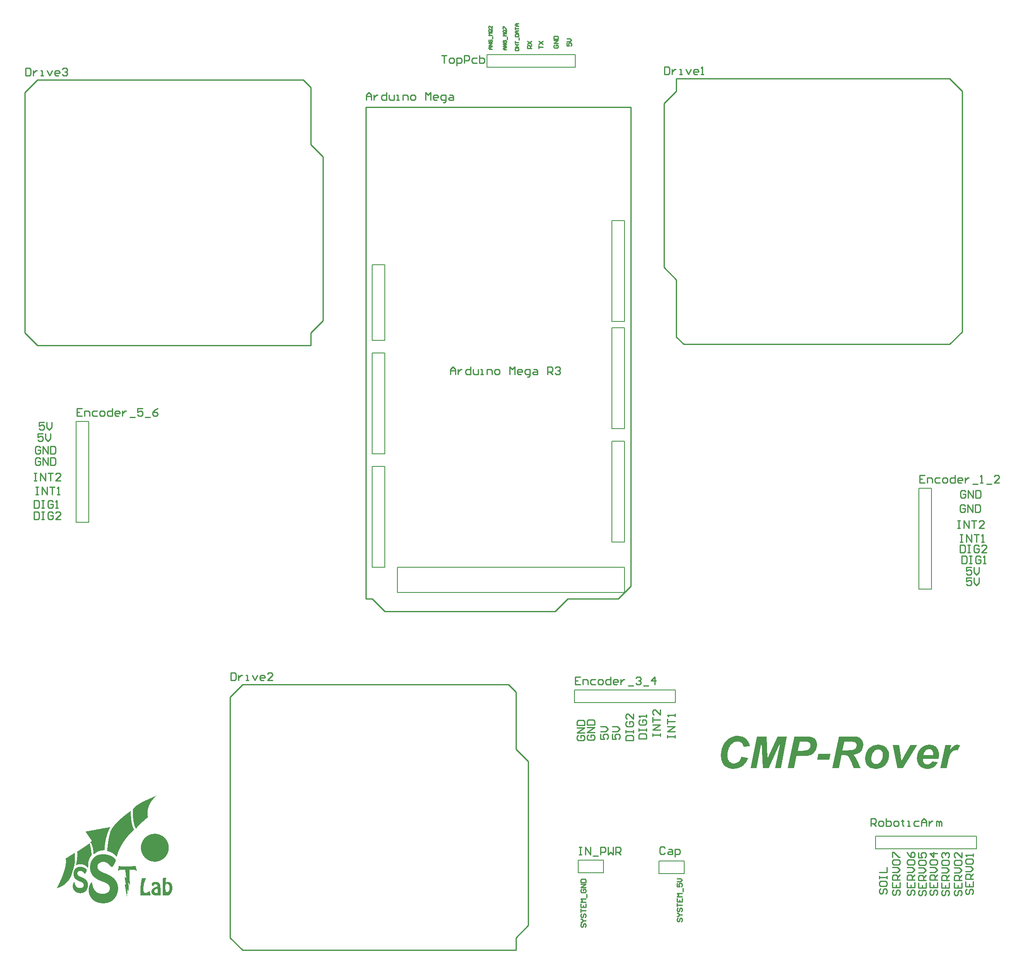
<source format=gto>
G04*
G04 #@! TF.GenerationSoftware,Altium Limited,Altium Designer,18.0.7 (293)*
G04*
G04 Layer_Color=65535*
%FSLAX44Y44*%
%MOMM*%
G71*
G01*
G75*
%ADD10C,0.2000*%
%ADD11C,0.2540*%
G36*
X294720Y441876D02*
X294615D01*
Y441929D01*
X294720D01*
Y441876D01*
D02*
G37*
G36*
X294615Y441823D02*
X294562D01*
Y441770D01*
X294509D01*
Y441718D01*
X294403D01*
Y441665D01*
X294350D01*
Y441612D01*
X294298D01*
Y441559D01*
X294192D01*
Y441506D01*
X294139D01*
Y441454D01*
X294086D01*
Y441401D01*
X294034D01*
Y441348D01*
X293981D01*
Y441295D01*
X293875D01*
Y441242D01*
X293822D01*
Y441189D01*
X293769D01*
Y441137D01*
X293717D01*
Y441084D01*
X293611D01*
Y441031D01*
X293558D01*
Y440978D01*
X293505D01*
Y440925D01*
X293453D01*
Y440873D01*
X293400D01*
Y440820D01*
X293347D01*
Y440767D01*
X293241D01*
Y440714D01*
X293188D01*
Y440661D01*
X293136D01*
Y440608D01*
X293083D01*
Y440556D01*
X293030D01*
Y440503D01*
X292977D01*
Y440450D01*
X292872D01*
Y440397D01*
X292819D01*
Y440345D01*
X292766D01*
Y440292D01*
X292713D01*
Y440239D01*
X292660D01*
Y440186D01*
X292555D01*
Y440133D01*
X292502D01*
Y440080D01*
X292449D01*
Y440028D01*
X292396D01*
Y439975D01*
X292344D01*
Y439922D01*
X292291D01*
Y439869D01*
X292238D01*
Y439816D01*
X292185D01*
Y439763D01*
X292132D01*
Y439711D01*
X292080D01*
Y439658D01*
X292027D01*
Y439605D01*
X291921D01*
Y439552D01*
X291868D01*
Y439500D01*
X291815D01*
Y439447D01*
X291763D01*
Y439394D01*
X291710D01*
Y439341D01*
X291657D01*
Y439288D01*
X291604D01*
Y439235D01*
X291551D01*
Y439183D01*
X291499D01*
Y439130D01*
X291446D01*
Y439077D01*
X291340D01*
Y439024D01*
X291287D01*
Y438971D01*
X291234D01*
Y438918D01*
X291182D01*
Y438866D01*
X291129D01*
Y438813D01*
X291076D01*
Y438760D01*
X291023D01*
Y438707D01*
X290970D01*
Y438654D01*
X290918D01*
Y438602D01*
X290865D01*
Y438549D01*
X290812D01*
Y438496D01*
X290759D01*
Y438443D01*
X290706D01*
Y438390D01*
X290653D01*
Y438338D01*
X290601D01*
Y438285D01*
X290548D01*
Y438232D01*
X290495D01*
Y438179D01*
X290442D01*
Y438126D01*
X290389D01*
Y438074D01*
X290337D01*
Y438021D01*
X290284D01*
Y437968D01*
X290231D01*
Y437915D01*
X290178D01*
Y437862D01*
X290125D01*
Y437809D01*
X290072D01*
Y437757D01*
X290020D01*
Y437704D01*
X289967D01*
Y437651D01*
X289914D01*
Y437598D01*
X289861D01*
Y437545D01*
X289809D01*
Y437492D01*
X289756D01*
Y437440D01*
X289703D01*
Y437387D01*
X289650D01*
Y437334D01*
X289597D01*
Y437281D01*
X289544D01*
Y437229D01*
X289492D01*
Y437176D01*
X289439D01*
Y437123D01*
X289386D01*
Y437070D01*
X289333D01*
Y437017D01*
X289280D01*
Y436964D01*
X289228D01*
Y436912D01*
X289175D01*
Y436859D01*
X289122D01*
Y436806D01*
X289069D01*
Y436753D01*
X289016D01*
Y436700D01*
X288964D01*
Y436647D01*
X288911D01*
Y436595D01*
X288858D01*
Y436542D01*
X288805D01*
Y436489D01*
X288752D01*
Y436384D01*
X288647D01*
Y436278D01*
X288594D01*
Y436225D01*
X288541D01*
Y436172D01*
X288488D01*
Y436119D01*
X288435D01*
Y436067D01*
X288382D01*
Y436014D01*
X288330D01*
Y435961D01*
X288277D01*
Y435908D01*
X288224D01*
Y435855D01*
X288171D01*
Y435802D01*
X288118D01*
Y435697D01*
X288066D01*
Y435644D01*
X288013D01*
Y435591D01*
X287960D01*
Y435538D01*
X287907D01*
Y435486D01*
X287854D01*
Y435433D01*
X287802D01*
Y435380D01*
X287749D01*
Y435327D01*
X287696D01*
Y435274D01*
X287643D01*
Y435222D01*
X287590D01*
Y435116D01*
X287537D01*
Y435063D01*
X287485D01*
Y435010D01*
X287432D01*
Y434958D01*
X287379D01*
Y434905D01*
X287326D01*
Y434852D01*
X287274D01*
Y434799D01*
X287221D01*
Y434693D01*
X287168D01*
Y434641D01*
X287115D01*
Y434588D01*
X287062D01*
Y434535D01*
X287009D01*
Y434482D01*
X286957D01*
Y434429D01*
X286904D01*
Y434324D01*
X286851D01*
Y434271D01*
X286798D01*
Y434218D01*
X286745D01*
Y434165D01*
X286693D01*
Y434113D01*
X286640D01*
Y434007D01*
X286587D01*
Y433954D01*
X286534D01*
Y433901D01*
X286481D01*
Y433848D01*
X286429D01*
Y433796D01*
X286376D01*
Y433690D01*
X286323D01*
Y433637D01*
X286270D01*
Y433584D01*
X286217D01*
Y433531D01*
X286164D01*
Y433479D01*
X286112D01*
Y433373D01*
X286059D01*
Y433320D01*
X286006D01*
Y433268D01*
X285953D01*
Y433215D01*
X285900D01*
Y433162D01*
X285847D01*
Y433056D01*
X285795D01*
Y433003D01*
X285742D01*
Y432951D01*
X285689D01*
Y432845D01*
X285636D01*
Y432792D01*
X285583D01*
Y432739D01*
X285531D01*
Y432687D01*
X285478D01*
Y432634D01*
X285425D01*
Y432528D01*
X285372D01*
Y432475D01*
X285319D01*
Y432422D01*
X285267D01*
Y432317D01*
X285214D01*
Y432264D01*
X285161D01*
Y432211D01*
X285108D01*
Y432106D01*
X285055D01*
Y432053D01*
X285002D01*
Y432000D01*
X284950D01*
Y431947D01*
X284897D01*
Y431842D01*
X284844D01*
Y431789D01*
X284791D01*
Y431736D01*
X284738D01*
Y431630D01*
X284686D01*
Y431577D01*
X284633D01*
Y431525D01*
X284580D01*
Y431419D01*
X284527D01*
Y431366D01*
X284474D01*
Y431313D01*
X284422D01*
Y431208D01*
X284369D01*
Y431155D01*
X284316D01*
Y431102D01*
X284263D01*
Y430997D01*
X284210D01*
Y430944D01*
X284158D01*
Y430838D01*
X284105D01*
Y430785D01*
X284052D01*
Y430732D01*
X283999D01*
Y430627D01*
X283946D01*
Y430574D01*
X283893D01*
Y430521D01*
X283841D01*
Y430416D01*
X283788D01*
Y430363D01*
X283735D01*
Y430257D01*
X283682D01*
Y430204D01*
X283629D01*
Y430151D01*
X283577D01*
Y430046D01*
X283524D01*
Y429993D01*
X283471D01*
Y429887D01*
X283418D01*
Y429782D01*
X283365D01*
Y429729D01*
X283312D01*
Y429676D01*
X283260D01*
Y429571D01*
X283207D01*
Y429518D01*
X283154D01*
Y429412D01*
X283101D01*
Y429359D01*
X283048D01*
Y429254D01*
X282996D01*
Y429201D01*
X282943D01*
Y429095D01*
X282890D01*
Y429042D01*
X282837D01*
Y428937D01*
X282784D01*
Y428884D01*
X282731D01*
Y428778D01*
X282679D01*
Y428726D01*
X282626D01*
Y428620D01*
X282573D01*
Y428567D01*
X282520D01*
Y428461D01*
X282467D01*
Y428409D01*
X282415D01*
Y428303D01*
X282362D01*
Y428250D01*
X282309D01*
Y428145D01*
X282256D01*
Y428039D01*
X282203D01*
Y427986D01*
X282151D01*
Y427881D01*
X282098D01*
Y427828D01*
X282045D01*
Y427722D01*
X281992D01*
Y427617D01*
X281939D01*
Y427564D01*
X281887D01*
Y427458D01*
X281834D01*
Y427405D01*
X281781D01*
Y427300D01*
X281728D01*
Y427194D01*
X281675D01*
Y427141D01*
X281622D01*
Y427035D01*
X281570D01*
Y426930D01*
X281517D01*
Y426877D01*
X281464D01*
Y426772D01*
X281411D01*
Y426666D01*
X281358D01*
Y426560D01*
X281306D01*
Y426507D01*
X281253D01*
Y426402D01*
X281200D01*
Y426296D01*
X281147D01*
Y426190D01*
X281094D01*
Y426138D01*
X281042D01*
Y426032D01*
X280989D01*
Y425927D01*
X280936D01*
Y425874D01*
X280883D01*
Y425715D01*
X280830D01*
Y425662D01*
X280777D01*
Y425557D01*
X280725D01*
Y425451D01*
X280672D01*
Y425398D01*
X280619D01*
Y425240D01*
X280566D01*
Y425187D01*
X280513D01*
Y425081D01*
X280461D01*
Y424976D01*
X280408D01*
Y424870D01*
X280355D01*
Y424765D01*
X280302D01*
Y424659D01*
X280249D01*
Y424606D01*
X280196D01*
Y424448D01*
X280144D01*
Y424395D01*
X280091D01*
Y424289D01*
X280038D01*
Y424131D01*
X279985D01*
Y424078D01*
X279932D01*
Y423972D01*
X279880D01*
Y423814D01*
X279827D01*
Y423761D01*
X279774D01*
Y423603D01*
X279721D01*
Y423550D01*
X279668D01*
Y423444D01*
X279615D01*
Y423286D01*
X279563D01*
Y423233D01*
X279510D01*
Y423074D01*
X279457D01*
Y422969D01*
X279404D01*
Y422863D01*
X279352D01*
Y422758D01*
X279299D01*
Y422652D01*
X279246D01*
Y422546D01*
X279193D01*
Y422388D01*
X279140D01*
Y422335D01*
X279087D01*
Y422177D01*
X279035D01*
Y422071D01*
X278982D01*
Y421965D01*
X278929D01*
Y421807D01*
X278876D01*
Y421701D01*
X278823D01*
Y421596D01*
X278771D01*
Y421437D01*
X278718D01*
Y421332D01*
X278665D01*
Y421226D01*
X278612D01*
Y421068D01*
X278559D01*
Y420962D01*
X278507D01*
Y420804D01*
X278454D01*
Y420698D01*
X278401D01*
Y420592D01*
X278348D01*
Y420434D01*
X278295D01*
Y420328D01*
X278242D01*
Y420170D01*
X278190D01*
Y420011D01*
X278137D01*
Y419906D01*
X278084D01*
Y419747D01*
X278031D01*
Y419642D01*
X277978D01*
Y419483D01*
X277925D01*
Y419325D01*
X277873D01*
Y419219D01*
X277820D01*
Y419008D01*
X277767D01*
Y418849D01*
X277714D01*
Y418744D01*
X277661D01*
Y418585D01*
X277609D01*
Y418427D01*
X277556D01*
Y418269D01*
X277503D01*
Y418110D01*
X277450D01*
Y417952D01*
X277397D01*
Y417793D01*
X277345D01*
Y417582D01*
X277292D01*
Y417476D01*
X277239D01*
Y417265D01*
X277186D01*
Y417107D01*
X277133D01*
Y416948D01*
X277080D01*
Y416737D01*
X277028D01*
Y416578D01*
X276975D01*
Y416367D01*
X276922D01*
Y416156D01*
X276869D01*
Y415998D01*
X276816D01*
Y415786D01*
X276764D01*
Y415575D01*
X276711D01*
Y415417D01*
X276658D01*
Y415153D01*
X276605D01*
Y414994D01*
X276552D01*
Y414730D01*
X276500D01*
Y414466D01*
X276447D01*
Y414308D01*
X276394D01*
Y413991D01*
X276341D01*
Y413779D01*
X276288D01*
Y413515D01*
X276236D01*
Y413199D01*
X276183D01*
Y412987D01*
X276130D01*
Y412670D01*
X276077D01*
Y412301D01*
X276024D01*
Y412037D01*
X275971D01*
Y411667D01*
X275919D01*
Y411350D01*
X275866D01*
Y410928D01*
X275813D01*
Y410399D01*
X275760D01*
Y410030D01*
X275707D01*
Y409449D01*
X275655D01*
Y408604D01*
X275602D01*
Y407864D01*
X275549D01*
Y404801D01*
X275602D01*
Y404062D01*
X275655D01*
Y403217D01*
X275707D01*
Y402583D01*
X275760D01*
Y402213D01*
X275813D01*
Y401685D01*
X275866D01*
Y401315D01*
X275919D01*
Y400999D01*
X275971D01*
Y400576D01*
X276024D01*
Y400312D01*
X276077D01*
Y399995D01*
X276130D01*
Y399626D01*
X276183D01*
Y399414D01*
X276236D01*
Y399097D01*
X276288D01*
Y398833D01*
X276341D01*
Y398622D01*
X276394D01*
Y398305D01*
X276447D01*
Y398147D01*
X276500D01*
Y397935D01*
X276447D01*
Y397883D01*
X276394D01*
Y397830D01*
X276341D01*
Y397777D01*
X276236D01*
Y397724D01*
X276183D01*
Y397671D01*
X276130D01*
Y397619D01*
X276077D01*
Y397566D01*
X275971D01*
Y397513D01*
X275919D01*
Y397460D01*
X275866D01*
Y397407D01*
X275813D01*
Y397355D01*
X275707D01*
Y397302D01*
X275655D01*
Y397249D01*
X275602D01*
Y397196D01*
X275549D01*
Y397143D01*
X275443D01*
Y397090D01*
X275390D01*
Y397038D01*
X275338D01*
Y396985D01*
X275285D01*
Y396932D01*
X275179D01*
Y396879D01*
X275126D01*
Y396826D01*
X275074D01*
Y396774D01*
X275021D01*
Y396721D01*
X274915D01*
Y396668D01*
X274862D01*
Y396615D01*
X274809D01*
Y396562D01*
X274757D01*
Y396510D01*
X274651D01*
Y396457D01*
X274598D01*
Y396404D01*
X274545D01*
Y396351D01*
X274493D01*
Y396298D01*
X274440D01*
Y396245D01*
X274334D01*
Y396193D01*
X274281D01*
Y396140D01*
X274229D01*
Y396087D01*
X274123D01*
Y396034D01*
X274070D01*
Y395981D01*
X274017D01*
Y395928D01*
X273965D01*
Y395876D01*
X273912D01*
Y395823D01*
X273806D01*
Y395770D01*
X273753D01*
Y395717D01*
X273701D01*
Y395664D01*
X273648D01*
Y395612D01*
X273595D01*
Y395559D01*
X273489D01*
Y395506D01*
X273436D01*
Y395453D01*
X273384D01*
Y395400D01*
X273331D01*
Y395348D01*
X273278D01*
Y395295D01*
X273172D01*
Y395242D01*
X273120D01*
Y395189D01*
X273067D01*
Y395136D01*
X273014D01*
Y395084D01*
X272961D01*
Y395031D01*
X272908D01*
Y394978D01*
X272803D01*
Y394925D01*
X272750D01*
Y394872D01*
X272697D01*
Y394819D01*
X272644D01*
Y394767D01*
X272591D01*
Y394714D01*
X272486D01*
Y394661D01*
X272433D01*
Y394608D01*
X272380D01*
Y394555D01*
X272327D01*
Y394503D01*
X272274D01*
Y394450D01*
X272169D01*
Y394397D01*
X272116D01*
Y394344D01*
X272063D01*
Y394291D01*
X272010D01*
Y394239D01*
X271958D01*
Y394186D01*
X271905D01*
Y394133D01*
X271799D01*
Y394080D01*
X271746D01*
Y394027D01*
X271694D01*
Y393974D01*
X271641D01*
Y393922D01*
X271588D01*
Y393869D01*
X271482D01*
Y393816D01*
X271430D01*
Y393763D01*
X271377D01*
Y393710D01*
X271324D01*
Y393658D01*
X271271D01*
Y393605D01*
X271218D01*
Y393552D01*
X271113D01*
Y393499D01*
X271060D01*
Y393446D01*
X271007D01*
Y393394D01*
X270954D01*
Y393341D01*
X270901D01*
Y393288D01*
X270849D01*
Y393235D01*
X270796D01*
Y393182D01*
X270690D01*
Y393129D01*
X270637D01*
Y393077D01*
X270585D01*
Y393024D01*
X270532D01*
Y392971D01*
X270479D01*
Y392918D01*
X270426D01*
Y392865D01*
X270320D01*
Y392812D01*
X270268D01*
Y392760D01*
X270215D01*
Y392707D01*
X270162D01*
Y392654D01*
X270109D01*
Y392601D01*
X270056D01*
Y392548D01*
X270004D01*
Y392496D01*
X269898D01*
Y392443D01*
X269845D01*
Y392390D01*
X269792D01*
Y392337D01*
X269739D01*
Y392284D01*
X269687D01*
Y392232D01*
X269634D01*
Y392179D01*
X269581D01*
Y392126D01*
X269475D01*
Y392073D01*
X269423D01*
Y392020D01*
X269370D01*
Y391968D01*
X269317D01*
Y391915D01*
X269264D01*
Y391862D01*
X269211D01*
Y391809D01*
X269158D01*
Y391756D01*
X269053D01*
Y391703D01*
X269000D01*
Y391651D01*
X268947D01*
Y391598D01*
X268895D01*
Y391545D01*
X268842D01*
Y391492D01*
X268789D01*
Y391439D01*
X268736D01*
Y391387D01*
X268683D01*
Y391334D01*
X268630D01*
Y391281D01*
X268525D01*
Y391228D01*
X268472D01*
Y391175D01*
X268419D01*
Y391123D01*
X268366D01*
Y391070D01*
X268314D01*
Y391017D01*
X268261D01*
Y390964D01*
X268208D01*
Y390911D01*
X268155D01*
Y390858D01*
X268050D01*
Y390806D01*
X267997D01*
Y390753D01*
X267944D01*
Y390700D01*
X267891D01*
Y390647D01*
X267838D01*
Y390594D01*
X267785D01*
Y390542D01*
X267733D01*
Y390489D01*
X267680D01*
Y390436D01*
X267627D01*
Y390383D01*
X267574D01*
Y390330D01*
X267468D01*
Y390277D01*
X267416D01*
Y390225D01*
X267363D01*
Y390172D01*
X267310D01*
Y390119D01*
X267257D01*
Y390066D01*
X267204D01*
Y390013D01*
X267152D01*
Y389961D01*
X267099D01*
Y389908D01*
X267046D01*
Y389855D01*
X266993D01*
Y389802D01*
X266940D01*
Y389749D01*
X266835D01*
Y389697D01*
X266782D01*
Y389644D01*
X266729D01*
Y389591D01*
X266676D01*
Y389538D01*
X266623D01*
Y389485D01*
X266571D01*
Y389432D01*
X266518D01*
Y389380D01*
X266465D01*
Y389327D01*
X266412D01*
Y389274D01*
X266359D01*
Y389221D01*
X266254D01*
Y389168D01*
X266201D01*
Y389116D01*
X266148D01*
Y389063D01*
X266095D01*
Y389010D01*
X266042D01*
Y388957D01*
X265990D01*
Y388904D01*
X265937D01*
Y388852D01*
X265884D01*
Y388799D01*
X265831D01*
Y388746D01*
X265779D01*
Y388693D01*
X265726D01*
Y388640D01*
X265673D01*
Y388587D01*
X265620D01*
Y388535D01*
X265514D01*
Y388482D01*
X265462D01*
Y388429D01*
X265409D01*
Y388376D01*
X265356D01*
Y388323D01*
X265303D01*
Y388271D01*
X265250D01*
Y388218D01*
X265198D01*
Y388165D01*
X265145D01*
Y388112D01*
X265092D01*
Y388059D01*
X265039D01*
Y388007D01*
X264986D01*
Y387954D01*
X264933D01*
Y387901D01*
X264881D01*
Y387848D01*
X264828D01*
Y387795D01*
X264722D01*
Y387690D01*
X264617D01*
Y387637D01*
X264564D01*
Y387584D01*
X264511D01*
Y387531D01*
X264458D01*
Y387478D01*
X264405D01*
Y387426D01*
X264352D01*
Y387373D01*
X264300D01*
Y387320D01*
X264247D01*
Y387267D01*
X264194D01*
Y387214D01*
X264141D01*
Y387161D01*
X264088D01*
Y387109D01*
X264036D01*
Y387056D01*
X263983D01*
Y387003D01*
X263930D01*
Y386950D01*
X263877D01*
Y386898D01*
X263824D01*
Y386845D01*
X263719D01*
Y386792D01*
X263666D01*
Y386739D01*
X263613D01*
Y386686D01*
X263560D01*
Y386633D01*
X263507D01*
Y386581D01*
X263455D01*
Y386528D01*
X263402D01*
Y386475D01*
X263349D01*
Y386422D01*
X263296D01*
Y386369D01*
X263243D01*
Y386316D01*
X263191D01*
Y386264D01*
X263138D01*
Y386211D01*
X263085D01*
Y386158D01*
X263032D01*
Y386105D01*
X262979D01*
Y386053D01*
X262927D01*
Y386000D01*
X262874D01*
Y385947D01*
X262821D01*
Y385894D01*
X262768D01*
Y385841D01*
X262715D01*
Y385788D01*
X262663D01*
Y385736D01*
X262610D01*
Y385683D01*
X262557D01*
Y385630D01*
X262504D01*
Y385577D01*
X262451D01*
Y385524D01*
X262398D01*
Y385471D01*
X262346D01*
Y385419D01*
X262293D01*
Y385366D01*
X262240D01*
Y385313D01*
X262187D01*
Y385260D01*
X262134D01*
Y385207D01*
X262082D01*
Y385155D01*
X261976D01*
Y385102D01*
X261923D01*
Y385049D01*
X261870D01*
Y384996D01*
X261817D01*
Y384943D01*
X261765D01*
Y384891D01*
X261712D01*
Y384838D01*
X261659D01*
Y384785D01*
X261606D01*
Y384732D01*
X261553D01*
Y384679D01*
X261501D01*
Y384627D01*
X261448D01*
Y384574D01*
X261395D01*
Y384521D01*
X261342D01*
Y384468D01*
X261289D01*
Y384415D01*
X261236D01*
Y384362D01*
X261184D01*
Y384310D01*
X261131D01*
Y384257D01*
X261078D01*
Y384204D01*
X261025D01*
Y384151D01*
X260972D01*
Y384098D01*
X260920D01*
Y384046D01*
X260867D01*
Y383993D01*
X260814D01*
Y383940D01*
X260761D01*
Y383887D01*
X260708D01*
Y383834D01*
X260656D01*
Y383782D01*
X260603D01*
Y383729D01*
X260550D01*
Y383676D01*
X260497D01*
Y383623D01*
X260444D01*
Y383570D01*
X260392D01*
Y383517D01*
X260339D01*
Y383465D01*
X260286D01*
Y383412D01*
X260233D01*
Y383359D01*
X260180D01*
Y383306D01*
X260128D01*
Y383253D01*
X260075D01*
Y383201D01*
X260022D01*
Y383148D01*
X259969D01*
Y383095D01*
X259916D01*
Y383042D01*
X259863D01*
Y382989D01*
X259811D01*
Y382937D01*
X259758D01*
Y382884D01*
X259705D01*
Y382831D01*
X259652D01*
Y382778D01*
X259599D01*
Y382725D01*
X259547D01*
Y382672D01*
X259494D01*
Y382620D01*
X259441D01*
Y382567D01*
X259388D01*
Y382514D01*
X259335D01*
Y382461D01*
X259282D01*
Y382408D01*
X259230D01*
Y382355D01*
X259177D01*
Y382303D01*
X259124D01*
Y382250D01*
X259071D01*
Y382197D01*
X259018D01*
Y382144D01*
X258966D01*
Y382091D01*
X258913D01*
Y382039D01*
X258860D01*
Y381986D01*
X258807D01*
Y381933D01*
X258754D01*
Y381880D01*
X258701D01*
Y381827D01*
X258649D01*
Y381722D01*
X258596D01*
Y381669D01*
X258543D01*
Y381616D01*
X258490D01*
Y381563D01*
X258437D01*
Y381511D01*
X258385D01*
Y381458D01*
X258332D01*
Y381405D01*
X258279D01*
Y381352D01*
X258226D01*
Y381299D01*
X258173D01*
Y381246D01*
X258121D01*
Y381194D01*
X258068D01*
Y381141D01*
X258015D01*
Y381088D01*
X257962D01*
Y381035D01*
X257909D01*
Y380982D01*
X257857D01*
Y380930D01*
X257804D01*
Y380877D01*
X257751D01*
Y380824D01*
X257698D01*
Y380771D01*
X257645D01*
Y380718D01*
X257592D01*
Y380666D01*
X257540D01*
Y380613D01*
X257487D01*
Y380560D01*
X257434D01*
Y380507D01*
X257381D01*
Y380454D01*
X257328D01*
Y380401D01*
X257276D01*
Y380349D01*
X257223D01*
Y380296D01*
X257170D01*
Y380243D01*
X257117D01*
Y380190D01*
X257064D01*
Y380085D01*
X256959D01*
Y379979D01*
X256906D01*
Y379926D01*
X256853D01*
Y379873D01*
X256800D01*
Y379821D01*
X256747D01*
Y379768D01*
X256695D01*
Y379715D01*
X256642D01*
Y379662D01*
X256589D01*
Y379609D01*
X256536D01*
Y379556D01*
X256483D01*
Y379504D01*
X256430D01*
Y379451D01*
X256378D01*
Y379398D01*
X256325D01*
Y379345D01*
X256272D01*
Y379292D01*
X256219D01*
Y379187D01*
X256114D01*
Y379081D01*
X256061D01*
Y379028D01*
X256008D01*
Y378975D01*
X255955D01*
Y378923D01*
X255902D01*
Y378870D01*
X255850D01*
Y378817D01*
X255797D01*
Y378764D01*
X255744D01*
Y378711D01*
X255691D01*
Y378659D01*
X255638D01*
Y378606D01*
X255585D01*
Y378553D01*
X255533D01*
Y378500D01*
X255480D01*
Y378447D01*
X255427D01*
Y378395D01*
X255374D01*
Y378289D01*
X255322D01*
Y378236D01*
X255269D01*
Y378183D01*
X255216D01*
Y378130D01*
X255163D01*
Y378078D01*
X255110D01*
Y378025D01*
X255057D01*
Y377972D01*
X255005D01*
Y377919D01*
X254952D01*
Y377866D01*
X254899D01*
Y377814D01*
X254846D01*
Y377761D01*
X254793D01*
Y377708D01*
X254741D01*
Y377655D01*
X254688D01*
Y377550D01*
X254635D01*
Y377497D01*
X254582D01*
Y377444D01*
X254529D01*
Y377391D01*
X254477D01*
Y377338D01*
X254424D01*
Y377285D01*
X254371D01*
Y377233D01*
X254318D01*
Y377180D01*
X254265D01*
Y377127D01*
X254212D01*
Y377074D01*
X254160D01*
Y376969D01*
X254107D01*
Y376916D01*
X254054D01*
Y376863D01*
X254001D01*
Y376810D01*
X253948D01*
Y376757D01*
X253895D01*
Y376704D01*
X253843D01*
Y376652D01*
X253790D01*
Y376599D01*
X253737D01*
Y376546D01*
X253684D01*
Y376493D01*
X253631D01*
Y376440D01*
X253579D01*
Y376335D01*
X253526D01*
Y376282D01*
X253473D01*
Y376229D01*
X253420D01*
Y376176D01*
X253367D01*
Y376124D01*
X253315D01*
Y376071D01*
X253262D01*
Y376018D01*
X253209D01*
Y375965D01*
X253156D01*
Y375912D01*
X253103D01*
Y375807D01*
X253050D01*
Y375754D01*
X252998D01*
Y375701D01*
X252945D01*
Y375648D01*
X252892D01*
Y375595D01*
X252839D01*
Y375543D01*
X252786D01*
Y375490D01*
X252734D01*
Y375437D01*
X252681D01*
Y375331D01*
X252628D01*
Y375279D01*
X252575D01*
Y375226D01*
X252522D01*
Y375173D01*
X252470D01*
Y375120D01*
X252417D01*
Y375067D01*
X252364D01*
Y375014D01*
X252311D01*
Y375067D01*
X252258D01*
Y375120D01*
X252206D01*
Y375173D01*
X252153D01*
Y375279D01*
X252100D01*
Y375384D01*
X252047D01*
Y375437D01*
X251994D01*
Y375543D01*
X251941D01*
Y375595D01*
X251889D01*
Y375701D01*
X251836D01*
Y375807D01*
X251783D01*
Y375859D01*
X251730D01*
Y375965D01*
X251677D01*
Y376018D01*
X251625D01*
Y376124D01*
X251572D01*
Y376229D01*
X251519D01*
Y376282D01*
X251466D01*
Y376388D01*
X251413D01*
Y376493D01*
X251360D01*
Y376599D01*
X251308D01*
Y376704D01*
X251255D01*
Y376810D01*
X251202D01*
Y376863D01*
X251149D01*
Y376969D01*
X251096D01*
Y377074D01*
X251044D01*
Y377180D01*
X250991D01*
Y377285D01*
X250938D01*
Y377391D01*
X250885D01*
Y377497D01*
X250832D01*
Y377602D01*
X250779D01*
Y377708D01*
X250727D01*
Y377866D01*
X250674D01*
Y377919D01*
X250621D01*
Y378078D01*
X250568D01*
Y378183D01*
X250515D01*
Y378289D01*
X250463D01*
Y378447D01*
X250410D01*
Y378553D01*
X250357D01*
Y378659D01*
X250304D01*
Y378817D01*
X250251D01*
Y378923D01*
X250199D01*
Y379028D01*
X250146D01*
Y379187D01*
X250093D01*
Y379292D01*
X250040D01*
Y379451D01*
X249987D01*
Y379609D01*
X249935D01*
Y379715D01*
X249882D01*
Y379873D01*
X249829D01*
Y379979D01*
X249776D01*
Y380137D01*
X249723D01*
Y380349D01*
X249670D01*
Y380454D01*
X249618D01*
Y380613D01*
X249565D01*
Y380771D01*
X249512D01*
Y380877D01*
X249459D01*
Y381088D01*
X249406D01*
Y381194D01*
X249354D01*
Y381405D01*
X249301D01*
Y381563D01*
X249248D01*
Y381722D01*
X249195D01*
Y381933D01*
X249142D01*
Y382091D01*
X249090D01*
Y382250D01*
X249037D01*
Y382461D01*
X248984D01*
Y382567D01*
X248931D01*
Y382778D01*
X248878D01*
Y382989D01*
X248825D01*
Y383148D01*
X248773D01*
Y383359D01*
X248720D01*
Y383570D01*
X248667D01*
Y383729D01*
X248614D01*
Y383993D01*
X248561D01*
Y384151D01*
X248508D01*
Y384362D01*
X248456D01*
Y384627D01*
X248403D01*
Y384785D01*
X248350D01*
Y385049D01*
X248297D01*
Y385260D01*
X248244D01*
Y385471D01*
X248192D01*
Y385788D01*
X248139D01*
Y385947D01*
X248086D01*
Y386211D01*
X248033D01*
Y386528D01*
X247980D01*
Y386686D01*
X247928D01*
Y387003D01*
X247875D01*
Y387267D01*
X247822D01*
Y387478D01*
X247769D01*
Y387848D01*
X247716D01*
Y388059D01*
X247663D01*
Y388376D01*
X247611D01*
Y388693D01*
X247558D01*
Y388904D01*
X247505D01*
Y389274D01*
X247452D01*
Y389644D01*
X247400D01*
Y389908D01*
X247347D01*
Y390330D01*
X247294D01*
Y390594D01*
X247241D01*
Y390964D01*
X247188D01*
Y391387D01*
X247135D01*
Y391651D01*
X247083D01*
Y392126D01*
X247030D01*
Y392548D01*
X246977D01*
Y392865D01*
X246924D01*
Y393394D01*
X246871D01*
Y393710D01*
X246819D01*
Y394239D01*
X246766D01*
Y394767D01*
X246713D01*
Y395136D01*
X246660D01*
Y395770D01*
X246607D01*
Y396298D01*
X246555D01*
Y396826D01*
X246502D01*
Y397513D01*
X246449D01*
Y398041D01*
X246396D01*
Y398781D01*
X246343D01*
Y399626D01*
X246290D01*
Y400259D01*
X246238D01*
Y401263D01*
X246185D01*
Y402266D01*
X246132D01*
Y403270D01*
X246079D01*
Y404960D01*
X246026D01*
Y406438D01*
X245973D01*
Y406491D01*
X246026D01*
Y406597D01*
X245973D01*
Y412829D01*
X246026D01*
Y413093D01*
X246079D01*
Y413251D01*
X246132D01*
Y413357D01*
X246185D01*
Y413515D01*
X246238D01*
Y413621D01*
X246290D01*
Y413727D01*
X246343D01*
Y413832D01*
X246396D01*
Y413938D01*
X246449D01*
Y414044D01*
X246502D01*
Y414149D01*
X246555D01*
Y414255D01*
X246607D01*
Y414360D01*
X246660D01*
Y414466D01*
X246713D01*
Y414519D01*
X246766D01*
Y414624D01*
X246819D01*
Y414730D01*
X246871D01*
Y414783D01*
X246924D01*
Y414888D01*
X246977D01*
Y414941D01*
X247030D01*
Y415047D01*
X247083D01*
Y415153D01*
X247135D01*
Y415205D01*
X247188D01*
Y415258D01*
X247241D01*
Y415364D01*
X247294D01*
Y415417D01*
X247347D01*
Y415522D01*
X247400D01*
Y415575D01*
X247452D01*
Y415628D01*
X247505D01*
Y415733D01*
X247558D01*
Y415786D01*
X247611D01*
Y415839D01*
X247663D01*
Y415945D01*
X247716D01*
Y415998D01*
X247769D01*
Y416050D01*
X247822D01*
Y416156D01*
X247875D01*
Y416209D01*
X247928D01*
Y416262D01*
X247980D01*
Y416314D01*
X248033D01*
Y416420D01*
X248086D01*
Y416473D01*
X248139D01*
Y416526D01*
X248192D01*
Y416578D01*
X248244D01*
Y416631D01*
X248297D01*
Y416684D01*
X248350D01*
Y416790D01*
X248403D01*
Y416843D01*
X248456D01*
Y416895D01*
X248508D01*
Y416948D01*
X248561D01*
Y417001D01*
X248614D01*
Y417054D01*
X248667D01*
Y417107D01*
X248720D01*
Y417212D01*
X248773D01*
Y417265D01*
X248825D01*
Y417318D01*
X248878D01*
Y417371D01*
X248931D01*
Y417424D01*
X248984D01*
Y417476D01*
X249037D01*
Y417529D01*
X249090D01*
Y417582D01*
X249142D01*
Y417635D01*
X249195D01*
Y417688D01*
X249248D01*
Y417740D01*
X249301D01*
Y417793D01*
X249354D01*
Y417846D01*
X249406D01*
Y417899D01*
X249459D01*
Y417952D01*
X249512D01*
Y418004D01*
X249565D01*
Y418057D01*
X249618D01*
Y418110D01*
X249670D01*
Y418163D01*
X249723D01*
Y418216D01*
X249776D01*
Y418269D01*
X249829D01*
Y418321D01*
X249882D01*
Y418374D01*
X249935D01*
Y418427D01*
X249987D01*
Y418480D01*
X250040D01*
Y418533D01*
X250093D01*
Y418585D01*
X250146D01*
Y418638D01*
X250251D01*
Y418691D01*
X250304D01*
Y418744D01*
X250357D01*
Y418797D01*
X250410D01*
Y418849D01*
X250463D01*
Y418902D01*
X250515D01*
Y418955D01*
X250568D01*
Y419008D01*
X250621D01*
Y419061D01*
X250727D01*
Y419114D01*
X250779D01*
Y419166D01*
X250832D01*
Y419219D01*
X250885D01*
Y419272D01*
X250938D01*
Y419325D01*
X250991D01*
Y419378D01*
X251044D01*
Y419430D01*
X251096D01*
Y419483D01*
X251202D01*
Y419536D01*
X251255D01*
Y419589D01*
X251308D01*
Y419642D01*
X251360D01*
Y419695D01*
X251413D01*
Y419747D01*
X251519D01*
Y419800D01*
X251572D01*
Y419853D01*
X251625D01*
Y419906D01*
X251677D01*
Y419958D01*
X251783D01*
Y420011D01*
X251836D01*
Y420064D01*
X251889D01*
Y420117D01*
X251941D01*
Y420170D01*
X251994D01*
Y420223D01*
X252100D01*
Y420275D01*
X252153D01*
Y420328D01*
X252206D01*
Y420381D01*
X252311D01*
Y420434D01*
X252364D01*
Y420487D01*
X252417D01*
Y420540D01*
X252470D01*
Y420592D01*
X252522D01*
Y420645D01*
X252628D01*
Y420698D01*
X252681D01*
Y420751D01*
X252734D01*
Y420804D01*
X252839D01*
Y420856D01*
X252892D01*
Y420909D01*
X252945D01*
Y420962D01*
X253050D01*
Y421015D01*
X253103D01*
Y421068D01*
X253156D01*
Y421120D01*
X253262D01*
Y421173D01*
X253315D01*
Y421226D01*
X253367D01*
Y421279D01*
X253473D01*
Y421332D01*
X253526D01*
Y421385D01*
X253579D01*
Y421437D01*
X253684D01*
Y421490D01*
X253737D01*
Y421543D01*
X253790D01*
Y421596D01*
X253895D01*
Y421649D01*
X253948D01*
Y421701D01*
X254001D01*
Y421754D01*
X254107D01*
Y421807D01*
X254160D01*
Y421860D01*
X254265D01*
Y421913D01*
X254318D01*
Y421965D01*
X254424D01*
Y422018D01*
X254477D01*
Y422071D01*
X254582D01*
Y422124D01*
X254635D01*
Y422177D01*
X254688D01*
Y422229D01*
X254793D01*
Y422282D01*
X254846D01*
Y422335D01*
X254952D01*
Y422388D01*
X255005D01*
Y422441D01*
X255110D01*
Y422494D01*
X255163D01*
Y422546D01*
X255216D01*
Y422599D01*
X255322D01*
Y422652D01*
X255374D01*
Y422705D01*
X255480D01*
Y422758D01*
X255585D01*
Y422811D01*
X255638D01*
Y422863D01*
X255691D01*
Y422916D01*
X255797D01*
Y422969D01*
X255850D01*
Y423022D01*
X255955D01*
Y423074D01*
X256008D01*
Y423127D01*
X256114D01*
Y423180D01*
X256219D01*
Y423233D01*
X256272D01*
Y423286D01*
X256378D01*
Y423339D01*
X256430D01*
Y423391D01*
X256483D01*
Y423444D01*
X256589D01*
Y423497D01*
X256695D01*
Y423550D01*
X256747D01*
Y423603D01*
X256853D01*
Y423656D01*
X256906D01*
Y423708D01*
X257012D01*
Y423761D01*
X257117D01*
Y423814D01*
X257170D01*
Y423867D01*
X257276D01*
Y423919D01*
X257328D01*
Y423972D01*
X257434D01*
Y424025D01*
X257540D01*
Y424078D01*
X257592D01*
Y424131D01*
X257698D01*
Y424184D01*
X257751D01*
Y424236D01*
X257857D01*
Y424289D01*
X257962D01*
Y424342D01*
X258015D01*
Y424395D01*
X258121D01*
Y424448D01*
X258226D01*
Y424501D01*
X258279D01*
Y424553D01*
X258385D01*
Y424606D01*
X258437D01*
Y424659D01*
X258543D01*
Y424712D01*
X258649D01*
Y424765D01*
X258701D01*
Y424817D01*
X258807D01*
Y424870D01*
X258913D01*
Y424923D01*
X258966D01*
Y424976D01*
X259071D01*
Y425029D01*
X259177D01*
Y425081D01*
X259230D01*
Y425134D01*
X259335D01*
Y425187D01*
X259441D01*
Y425240D01*
X259494D01*
Y425293D01*
X259599D01*
Y425345D01*
X259705D01*
Y425398D01*
X259758D01*
Y425451D01*
X259863D01*
Y425504D01*
X259969D01*
Y425557D01*
X260075D01*
Y425610D01*
X260128D01*
Y425662D01*
X260233D01*
Y425715D01*
X260339D01*
Y425768D01*
X260392D01*
Y425821D01*
X260497D01*
Y425874D01*
X260603D01*
Y425927D01*
X260656D01*
Y425979D01*
X260814D01*
Y426032D01*
X260867D01*
Y426085D01*
X260972D01*
Y426138D01*
X261078D01*
Y426190D01*
X261131D01*
Y426243D01*
X261236D01*
Y426296D01*
X261342D01*
Y426349D01*
X261448D01*
Y426402D01*
X261553D01*
Y426455D01*
X261606D01*
Y426507D01*
X261712D01*
Y426560D01*
X261817D01*
Y426613D01*
X261923D01*
Y426666D01*
X262029D01*
Y426719D01*
X262134D01*
Y426772D01*
X262187D01*
Y426824D01*
X262293D01*
Y426877D01*
X262398D01*
Y426930D01*
X262451D01*
Y426983D01*
X262610D01*
Y427035D01*
X262663D01*
Y427088D01*
X262768D01*
Y427141D01*
X262874D01*
Y427194D01*
X262979D01*
Y427247D01*
X263085D01*
Y427300D01*
X263138D01*
Y427352D01*
X263243D01*
Y427405D01*
X263349D01*
Y427458D01*
X263455D01*
Y427511D01*
X263560D01*
Y427564D01*
X263666D01*
Y427617D01*
X263719D01*
Y427669D01*
X263877D01*
Y427722D01*
X263930D01*
Y427775D01*
X264036D01*
Y427828D01*
X264141D01*
Y427881D01*
X264247D01*
Y427933D01*
X264352D01*
Y427986D01*
X264458D01*
Y428039D01*
X264511D01*
Y428092D01*
X264669D01*
Y428145D01*
X264775D01*
Y428197D01*
X264828D01*
Y428250D01*
X264986D01*
Y428303D01*
X265039D01*
Y428356D01*
X265145D01*
Y428409D01*
X265250D01*
Y428461D01*
X265356D01*
Y428514D01*
X265462D01*
Y428567D01*
X265567D01*
Y428620D01*
X265673D01*
Y428673D01*
X265779D01*
Y428726D01*
X265831D01*
Y428778D01*
X265990D01*
Y428831D01*
X266095D01*
Y428884D01*
X266148D01*
Y428937D01*
X266307D01*
Y428990D01*
X266359D01*
Y429042D01*
X266465D01*
Y429095D01*
X266623D01*
Y429148D01*
X266676D01*
Y429201D01*
X266782D01*
Y429254D01*
X266940D01*
Y429306D01*
X266993D01*
Y429359D01*
X267099D01*
Y429412D01*
X267204D01*
Y429465D01*
X267310D01*
Y429518D01*
X267468D01*
Y429571D01*
X267521D01*
Y429623D01*
X267627D01*
Y429676D01*
X267785D01*
Y429729D01*
X267838D01*
Y429782D01*
X267944D01*
Y429835D01*
X268050D01*
Y429887D01*
X268155D01*
Y429940D01*
X268261D01*
Y429993D01*
X268366D01*
Y430046D01*
X268472D01*
Y430099D01*
X268630D01*
Y430151D01*
X268683D01*
Y430204D01*
X268842D01*
Y430257D01*
X268895D01*
Y430310D01*
X269000D01*
Y430363D01*
X269158D01*
Y430416D01*
X269211D01*
Y430468D01*
X269370D01*
Y430521D01*
X269475D01*
Y430574D01*
X269528D01*
Y430627D01*
X269687D01*
Y430680D01*
X269792D01*
Y430732D01*
X269898D01*
Y430785D01*
X270004D01*
Y430838D01*
X270109D01*
Y430891D01*
X270215D01*
Y430944D01*
X270320D01*
Y430997D01*
X270426D01*
Y431049D01*
X270532D01*
Y431102D01*
X270637D01*
Y431155D01*
X270743D01*
Y431208D01*
X270901D01*
Y431261D01*
X270954D01*
Y431313D01*
X271113D01*
Y431366D01*
X271218D01*
Y431419D01*
X271324D01*
Y431472D01*
X271430D01*
Y431525D01*
X271535D01*
Y431577D01*
X271641D01*
Y431630D01*
X271799D01*
Y431683D01*
X271852D01*
Y431736D01*
X272010D01*
Y431789D01*
X272116D01*
Y431842D01*
X272169D01*
Y431894D01*
X272327D01*
Y431947D01*
X272433D01*
Y432000D01*
X272539D01*
Y432053D01*
X272697D01*
Y432106D01*
X272750D01*
Y432158D01*
X272908D01*
Y432211D01*
X273014D01*
Y432264D01*
X273120D01*
Y432317D01*
X273225D01*
Y432370D01*
X273331D01*
Y432422D01*
X273436D01*
Y432475D01*
X273595D01*
Y432528D01*
X273648D01*
Y432581D01*
X273806D01*
Y432634D01*
X273912D01*
Y432687D01*
X274017D01*
Y432739D01*
X274123D01*
Y432792D01*
X274229D01*
Y432845D01*
X274334D01*
Y432898D01*
X274493D01*
Y432951D01*
X274598D01*
Y433003D01*
X274704D01*
Y433056D01*
X274862D01*
Y433109D01*
X274915D01*
Y433162D01*
X275074D01*
Y433215D01*
X275179D01*
Y433268D01*
X275285D01*
Y433320D01*
X275443D01*
Y433373D01*
X275496D01*
Y433426D01*
X275655D01*
Y433479D01*
X275760D01*
Y433531D01*
X275866D01*
Y433584D01*
X275971D01*
Y433637D01*
X276077D01*
Y433690D01*
X276183D01*
Y433743D01*
X276341D01*
Y433796D01*
X276447D01*
Y433848D01*
X276552D01*
Y433901D01*
X276711D01*
Y433954D01*
X276764D01*
Y434007D01*
X276922D01*
Y434060D01*
X277028D01*
Y434113D01*
X277133D01*
Y434165D01*
X277292D01*
Y434218D01*
X277397D01*
Y434271D01*
X277503D01*
Y434324D01*
X277661D01*
Y434377D01*
X277714D01*
Y434429D01*
X277873D01*
Y434482D01*
X277978D01*
Y434535D01*
X278084D01*
Y434588D01*
X278242D01*
Y434641D01*
X278295D01*
Y434693D01*
X278454D01*
Y434746D01*
X278559D01*
Y434799D01*
X278665D01*
Y434852D01*
X278823D01*
Y434905D01*
X278929D01*
Y434958D01*
X279035D01*
Y435010D01*
X279193D01*
Y435063D01*
X279246D01*
Y435116D01*
X279404D01*
Y435169D01*
X279563D01*
Y435222D01*
X279615D01*
Y435274D01*
X279774D01*
Y435327D01*
X279880D01*
Y435380D01*
X279985D01*
Y435433D01*
X280144D01*
Y435486D01*
X280196D01*
Y435538D01*
X280355D01*
Y435591D01*
X280513D01*
Y435644D01*
X280566D01*
Y435697D01*
X280725D01*
Y435750D01*
X280830D01*
Y435802D01*
X280936D01*
Y435855D01*
X281094D01*
Y435908D01*
X281200D01*
Y435961D01*
X281306D01*
Y436014D01*
X281464D01*
Y436067D01*
X281570D01*
Y436119D01*
X281675D01*
Y436172D01*
X281834D01*
Y436225D01*
X281939D01*
Y436278D01*
X282045D01*
Y436331D01*
X282151D01*
Y436384D01*
X282309D01*
Y436436D01*
X282415D01*
Y436489D01*
X282520D01*
Y436542D01*
X282679D01*
Y436595D01*
X282784D01*
Y436647D01*
X282890D01*
Y436700D01*
X283048D01*
Y436753D01*
X283101D01*
Y436806D01*
X283260D01*
Y436859D01*
X283365D01*
Y436912D01*
X283471D01*
Y436964D01*
X283629D01*
Y437017D01*
X283735D01*
Y437070D01*
X283841D01*
Y437123D01*
X283999D01*
Y437176D01*
X284105D01*
Y437229D01*
X284210D01*
Y437281D01*
X284369D01*
Y437334D01*
X284422D01*
Y437387D01*
X284580D01*
Y437440D01*
X284686D01*
Y437492D01*
X284844D01*
Y437545D01*
X284950D01*
Y437598D01*
X285055D01*
Y437651D01*
X285214D01*
Y437704D01*
X285319D01*
Y437757D01*
X285425D01*
Y437809D01*
X285583D01*
Y437862D01*
X285689D01*
Y437915D01*
X285795D01*
Y437968D01*
X285953D01*
Y438021D01*
X286006D01*
Y438074D01*
X286164D01*
Y438126D01*
X286323D01*
Y438179D01*
X286376D01*
Y438232D01*
X286534D01*
Y438285D01*
X286640D01*
Y438338D01*
X286745D01*
Y438390D01*
X286904D01*
Y438443D01*
X287009D01*
Y438496D01*
X287115D01*
Y438549D01*
X287274D01*
Y438602D01*
X287379D01*
Y438654D01*
X287485D01*
Y438707D01*
X287643D01*
Y438760D01*
X287749D01*
Y438813D01*
X287854D01*
Y438866D01*
X287960D01*
Y438918D01*
X288118D01*
Y438971D01*
X288224D01*
Y439024D01*
X288330D01*
Y439077D01*
X288488D01*
Y439130D01*
X288594D01*
Y439183D01*
X288699D01*
Y439235D01*
X288858D01*
Y439288D01*
X288911D01*
Y439341D01*
X289069D01*
Y439394D01*
X289175D01*
Y439447D01*
X289280D01*
Y439500D01*
X289439D01*
Y439552D01*
X289544D01*
Y439605D01*
X289650D01*
Y439658D01*
X289809D01*
Y439711D01*
X289914D01*
Y439763D01*
X290020D01*
Y439816D01*
X290178D01*
Y439869D01*
X290231D01*
Y439922D01*
X290389D01*
Y439975D01*
X290495D01*
Y440028D01*
X290601D01*
Y440080D01*
X290759D01*
Y440133D01*
X290865D01*
Y440186D01*
X290970D01*
Y440239D01*
X291129D01*
Y440292D01*
X291182D01*
Y440345D01*
X291340D01*
Y440397D01*
X291446D01*
Y440450D01*
X291551D01*
Y440503D01*
X291710D01*
Y440556D01*
X291763D01*
Y440608D01*
X291921D01*
Y440661D01*
X292027D01*
Y440714D01*
X292132D01*
Y440767D01*
X292238D01*
Y440820D01*
X292396D01*
Y440873D01*
X292449D01*
Y440925D01*
X292608D01*
Y440978D01*
X292713D01*
Y441031D01*
X292819D01*
Y441084D01*
X292977D01*
Y441137D01*
X293030D01*
Y441189D01*
X293188D01*
Y441242D01*
X293294D01*
Y441295D01*
X293400D01*
Y441348D01*
X293505D01*
Y441401D01*
X293611D01*
Y441454D01*
X293717D01*
Y441506D01*
X293875D01*
Y441559D01*
X293928D01*
Y441612D01*
X294086D01*
Y441665D01*
X294192D01*
Y441718D01*
X294245D01*
Y441770D01*
X294403D01*
Y441823D01*
X294456D01*
Y441876D01*
X294615D01*
Y441823D01*
D02*
G37*
G36*
X200818Y378078D02*
X200765D01*
Y377972D01*
X200713D01*
Y377866D01*
X200660D01*
Y377814D01*
X200607D01*
Y377655D01*
X200554D01*
Y377602D01*
X200501D01*
Y377497D01*
X200448D01*
Y377391D01*
X200396D01*
Y377338D01*
X200343D01*
Y377180D01*
X200290D01*
Y377074D01*
X200237D01*
Y377021D01*
X200184D01*
Y376916D01*
X200132D01*
Y376810D01*
X200079D01*
Y376704D01*
X200026D01*
Y376599D01*
X199973D01*
Y376493D01*
X199920D01*
Y376388D01*
X199868D01*
Y376282D01*
X199815D01*
Y376229D01*
X199762D01*
Y376071D01*
X199709D01*
Y375965D01*
X199656D01*
Y375912D01*
X199604D01*
Y375754D01*
X199551D01*
Y375701D01*
X199498D01*
Y375543D01*
X199445D01*
Y375437D01*
X199392D01*
Y375384D01*
X199340D01*
Y375226D01*
X199287D01*
Y375120D01*
X199234D01*
Y375014D01*
X199181D01*
Y374909D01*
X199128D01*
Y374803D01*
X199075D01*
Y374698D01*
X199023D01*
Y374592D01*
X198970D01*
Y374486D01*
X198917D01*
Y374328D01*
X198864D01*
Y374275D01*
X198811D01*
Y374170D01*
X198759D01*
Y374011D01*
X198706D01*
Y373905D01*
X198653D01*
Y373800D01*
X198600D01*
Y373694D01*
X198547D01*
Y373588D01*
X198494D01*
Y373430D01*
X198442D01*
Y373325D01*
X198389D01*
Y373219D01*
X198336D01*
Y373113D01*
X198283D01*
Y373008D01*
X198230D01*
Y372902D01*
X198178D01*
Y372743D01*
X198125D01*
Y372638D01*
X198072D01*
Y372532D01*
X198019D01*
Y372427D01*
X197966D01*
Y372321D01*
X197913D01*
Y372163D01*
X197861D01*
Y372057D01*
X197808D01*
Y371951D01*
X197755D01*
Y371793D01*
X197702D01*
Y371687D01*
X197649D01*
Y371529D01*
X197597D01*
Y371476D01*
X197544D01*
Y371318D01*
X197491D01*
Y371159D01*
X197438D01*
Y371106D01*
X197385D01*
Y370948D01*
X197332D01*
Y370789D01*
X197280D01*
Y370737D01*
X197227D01*
Y370578D01*
X197174D01*
Y370473D01*
X197121D01*
Y370314D01*
X197069D01*
Y370156D01*
X197016D01*
Y370103D01*
X196963D01*
Y369944D01*
X196910D01*
Y369786D01*
X196857D01*
Y369680D01*
X196804D01*
Y369522D01*
X196752D01*
Y369416D01*
X196699D01*
Y369311D01*
X196646D01*
Y369152D01*
X196593D01*
Y369047D01*
X196540D01*
Y368888D01*
X196488D01*
Y368730D01*
X196435D01*
Y368624D01*
X196382D01*
Y368466D01*
X196329D01*
Y368360D01*
X196276D01*
Y368202D01*
X196224D01*
Y368043D01*
X196171D01*
Y367938D01*
X196118D01*
Y367832D01*
X196065D01*
Y367673D01*
X196012D01*
Y367568D01*
X195959D01*
Y367357D01*
X195907D01*
Y367251D01*
X195854D01*
Y367145D01*
X195801D01*
Y366934D01*
X195748D01*
Y366828D01*
X195695D01*
Y366670D01*
X195643D01*
Y366512D01*
X195590D01*
Y366406D01*
X195537D01*
Y366247D01*
X195484D01*
Y366142D01*
X195431D01*
Y365983D01*
X195378D01*
Y365825D01*
X195326D01*
Y365667D01*
X195273D01*
Y365508D01*
X195220D01*
Y365350D01*
X195167D01*
Y365244D01*
X195114D01*
Y365086D01*
X195062D01*
Y364927D01*
X195009D01*
Y364769D01*
X194956D01*
Y364610D01*
X194903D01*
Y364505D01*
X194850D01*
Y364293D01*
X194797D01*
Y364135D01*
X194745D01*
Y364029D01*
X194692D01*
Y363818D01*
X194639D01*
Y363713D01*
X194586D01*
Y363554D01*
X194533D01*
Y363343D01*
X194481D01*
Y363237D01*
X194428D01*
Y363079D01*
X194375D01*
Y362867D01*
X194322D01*
Y362762D01*
X194269D01*
Y362551D01*
X194217D01*
Y362445D01*
X194164D01*
Y362286D01*
X194111D01*
Y362075D01*
X194058D01*
Y361970D01*
X194005D01*
Y361758D01*
X193953D01*
Y361600D01*
X193900D01*
Y361441D01*
X193847D01*
Y361230D01*
X193794D01*
Y361072D01*
X193741D01*
Y360913D01*
X193688D01*
Y360702D01*
X193636D01*
Y360597D01*
X193583D01*
Y360385D01*
X193530D01*
Y360174D01*
X193477D01*
Y360068D01*
X193424D01*
Y359857D01*
X193372D01*
Y359646D01*
X193319D01*
Y359487D01*
X193266D01*
Y359276D01*
X193213D01*
Y359118D01*
X193160D01*
Y358907D01*
X193107D01*
Y358748D01*
X193055D01*
Y358590D01*
X193002D01*
Y358326D01*
X192949D01*
Y358167D01*
X192896D01*
Y358009D01*
X192843D01*
Y357745D01*
X192791D01*
Y357639D01*
X192738D01*
Y357375D01*
X192685D01*
Y357164D01*
X192632D01*
Y357005D01*
X192579D01*
Y356794D01*
X192526D01*
Y356583D01*
X192474D01*
Y356424D01*
X192421D01*
Y356160D01*
X192368D01*
Y356002D01*
X192315D01*
Y355738D01*
X192262D01*
Y355526D01*
X192210D01*
Y355368D01*
X192157D01*
Y355104D01*
X192104D01*
Y354893D01*
X192051D01*
Y354681D01*
X191998D01*
Y354417D01*
X191946D01*
Y354259D01*
X191893D01*
Y353995D01*
X191840D01*
Y353731D01*
X191787D01*
Y353572D01*
X191734D01*
Y353308D01*
X191681D01*
Y353097D01*
X191629D01*
Y352833D01*
X191576D01*
Y352569D01*
X191523D01*
Y352358D01*
X191470D01*
Y352094D01*
X191417D01*
Y351829D01*
X191365D01*
Y351618D01*
X191312D01*
Y351301D01*
X191259D01*
Y351090D01*
X191206D01*
Y350826D01*
X191153D01*
Y350509D01*
X191101D01*
Y350298D01*
X191048D01*
Y349981D01*
X190995D01*
Y349664D01*
X190942D01*
Y349453D01*
X190889D01*
Y349083D01*
X190837D01*
Y348819D01*
X190784D01*
Y348555D01*
X190731D01*
Y348185D01*
X190678D01*
Y347974D01*
X190625D01*
Y347604D01*
X190572D01*
Y347235D01*
X190520D01*
Y346971D01*
X190467D01*
Y346548D01*
X190414D01*
Y346231D01*
X190361D01*
Y345914D01*
X190308D01*
Y345492D01*
X190256D01*
Y345175D01*
X190203D01*
Y344753D01*
X190150D01*
Y344277D01*
X190097D01*
Y343960D01*
X190044D01*
Y343485D01*
X189991D01*
Y343063D01*
X189939D01*
Y342640D01*
X189886D01*
Y342059D01*
X189833D01*
Y341637D01*
X189780D01*
Y341056D01*
X189727D01*
Y340422D01*
X189675D01*
Y339947D01*
X189622D01*
Y339101D01*
X189569D01*
Y338415D01*
X189516D01*
Y337623D01*
X189463D01*
Y336408D01*
X189411D01*
Y335352D01*
X189358D01*
Y331444D01*
X187456D01*
Y331391D01*
X186664D01*
Y331338D01*
X185819D01*
Y331285D01*
X185291D01*
Y331232D01*
X184921D01*
Y331180D01*
X184393D01*
Y331127D01*
X184129D01*
Y331074D01*
X183707D01*
Y331021D01*
X183390D01*
Y330968D01*
X183126D01*
Y330915D01*
X182809D01*
Y330863D01*
X182545D01*
Y330810D01*
X182334D01*
Y330757D01*
X182017D01*
Y330704D01*
X181858D01*
Y330651D01*
X181594D01*
Y330599D01*
X181330D01*
Y330546D01*
X181172D01*
Y330493D01*
X180908D01*
Y330440D01*
X180749D01*
Y330387D01*
X180538D01*
Y330335D01*
X180327D01*
Y330282D01*
X180168D01*
Y330229D01*
X179957D01*
Y330176D01*
X179746D01*
Y330123D01*
X179640D01*
Y330070D01*
X179429D01*
Y330018D01*
X179270D01*
Y329965D01*
X179112D01*
Y329912D01*
X178953D01*
Y329859D01*
X178795D01*
Y329806D01*
X178637D01*
Y329754D01*
X178478D01*
Y329701D01*
X178373D01*
Y329648D01*
X178161D01*
Y329595D01*
X178056D01*
Y329542D01*
X177897D01*
Y329490D01*
X177739D01*
Y329437D01*
X177633D01*
Y329384D01*
X177475D01*
Y329331D01*
X177369D01*
Y329278D01*
X177264D01*
Y329225D01*
X177105D01*
Y329173D01*
X176947D01*
Y329120D01*
X176841D01*
Y329067D01*
X176683D01*
Y329014D01*
X176630D01*
Y328961D01*
X176471D01*
Y328909D01*
X176313D01*
Y328856D01*
X176260D01*
Y328803D01*
X176102D01*
Y328750D01*
X175996D01*
Y328697D01*
X175890D01*
Y328644D01*
X175732D01*
Y328592D01*
X175679D01*
Y328539D01*
X175521D01*
Y328486D01*
X175415D01*
Y328433D01*
X175309D01*
Y328380D01*
X175204D01*
Y328328D01*
X175098D01*
Y328275D01*
X174993D01*
Y328222D01*
X174887D01*
Y328169D01*
X174781D01*
Y328116D01*
X174676D01*
Y328064D01*
X174570D01*
Y328011D01*
X174464D01*
Y327958D01*
X174359D01*
Y327905D01*
X174253D01*
Y327852D01*
X174200D01*
Y327799D01*
X174042D01*
Y327747D01*
X173989D01*
Y327694D01*
X173883D01*
Y327641D01*
X173778D01*
Y327588D01*
X173725D01*
Y327535D01*
X173567D01*
Y327483D01*
X173514D01*
Y327430D01*
X173408D01*
Y327377D01*
X173302D01*
Y327324D01*
X173250D01*
Y327271D01*
X173144D01*
Y327219D01*
X173039D01*
Y327166D01*
X172986D01*
Y327113D01*
X172880D01*
Y327060D01*
X172774D01*
Y327007D01*
X172722D01*
Y326954D01*
X172616D01*
Y326902D01*
X172510D01*
Y326849D01*
X172458D01*
Y326796D01*
X172352D01*
Y326743D01*
X172299D01*
Y326690D01*
X172194D01*
Y326638D01*
X172088D01*
Y326585D01*
X172035D01*
Y326532D01*
X171929D01*
Y326479D01*
X171877D01*
Y326426D01*
X171771D01*
Y326373D01*
X171718D01*
Y326321D01*
X171612D01*
Y326268D01*
X171560D01*
Y326215D01*
X171454D01*
Y326162D01*
X171401D01*
Y326110D01*
X171296D01*
Y326057D01*
X171243D01*
Y326004D01*
X171137D01*
Y325951D01*
X171084D01*
Y325898D01*
X171032D01*
Y325845D01*
X170926D01*
Y325793D01*
X170873D01*
Y325740D01*
X170767D01*
Y325687D01*
X170715D01*
Y325634D01*
X170662D01*
Y325581D01*
X170556D01*
Y325528D01*
X170503D01*
Y325476D01*
X170451D01*
Y325423D01*
X170345D01*
Y325370D01*
X170292D01*
Y325317D01*
X170187D01*
Y325264D01*
X170134D01*
Y325212D01*
X170081D01*
Y325159D01*
X170028D01*
Y325106D01*
X169923D01*
Y325053D01*
X169870D01*
Y325000D01*
X169817D01*
Y324948D01*
X169711D01*
Y324895D01*
X169658D01*
Y324842D01*
X169606D01*
Y324789D01*
X169553D01*
Y324736D01*
X169447D01*
Y324683D01*
X169394D01*
Y324631D01*
X169342D01*
Y324578D01*
X169289D01*
Y324525D01*
X169183D01*
Y324472D01*
X169130D01*
Y324419D01*
X169077D01*
Y324367D01*
X169025D01*
Y324314D01*
X168972D01*
Y324261D01*
X168866D01*
Y324208D01*
X168813D01*
Y324155D01*
X168761D01*
Y324103D01*
X168708D01*
Y324050D01*
X168655D01*
Y323997D01*
X168602D01*
Y323944D01*
X168496D01*
Y323891D01*
X168444D01*
Y323839D01*
X168391D01*
Y323786D01*
X168338D01*
Y323733D01*
X168285D01*
Y323680D01*
X168232D01*
Y323627D01*
X168180D01*
Y323574D01*
X168074D01*
Y323522D01*
X168021D01*
Y323469D01*
X167968D01*
Y323416D01*
X167916D01*
Y323363D01*
X167863D01*
Y323310D01*
X167810D01*
Y323257D01*
X167757D01*
Y323205D01*
X167704D01*
Y323152D01*
X167652D01*
Y323099D01*
X167599D01*
Y323046D01*
X167546D01*
Y322994D01*
X167493D01*
Y322941D01*
X167440D01*
Y322888D01*
X167387D01*
Y322835D01*
X167335D01*
Y322782D01*
X167282D01*
Y322729D01*
X167229D01*
Y322677D01*
X167123D01*
Y322941D01*
X167071D01*
Y323891D01*
X167018D01*
Y324419D01*
X166965D01*
Y325106D01*
X166912D01*
Y325793D01*
X166859D01*
Y326215D01*
X166807D01*
Y326902D01*
X166754D01*
Y327430D01*
X166701D01*
Y327799D01*
X166648D01*
Y328380D01*
X166595D01*
Y328803D01*
X166542D01*
Y329225D01*
X166490D01*
Y329754D01*
X166437D01*
Y330018D01*
X166384D01*
Y330493D01*
X166331D01*
Y330915D01*
X166278D01*
Y331232D01*
X166226D01*
Y331655D01*
X166173D01*
Y331919D01*
X166120D01*
Y332289D01*
X166067D01*
Y332658D01*
X166014D01*
Y332922D01*
X165961D01*
Y333292D01*
X165909D01*
Y333609D01*
X165856D01*
Y333873D01*
X165803D01*
Y334190D01*
X165750D01*
Y334454D01*
X165697D01*
Y334718D01*
X165645D01*
Y335035D01*
X165592D01*
Y335246D01*
X165539D01*
Y335563D01*
X165486D01*
Y335827D01*
X165433D01*
Y336038D01*
X165380D01*
Y336302D01*
X165328D01*
Y336514D01*
X165275D01*
Y336778D01*
X165222D01*
Y337042D01*
X165169D01*
Y337200D01*
X165117D01*
Y337464D01*
X165064D01*
Y337676D01*
X165011D01*
Y337887D01*
X164958D01*
Y338098D01*
X164905D01*
Y338256D01*
X164852D01*
Y338468D01*
X164800D01*
Y338732D01*
X164747D01*
Y338837D01*
X164694D01*
Y339101D01*
X164641D01*
Y339260D01*
X164588D01*
Y339418D01*
X164536D01*
Y339630D01*
X164483D01*
Y339788D01*
X164430D01*
Y339947D01*
X164377D01*
Y340158D01*
X164324D01*
Y340263D01*
X164272D01*
Y340475D01*
X164219D01*
Y340633D01*
X164166D01*
Y340792D01*
X164113D01*
Y340950D01*
X164060D01*
Y341108D01*
X164007D01*
Y341214D01*
X163955D01*
Y341425D01*
X163902D01*
Y341531D01*
X163849D01*
Y341689D01*
X163796D01*
Y341848D01*
X163743D01*
Y341953D01*
X163690D01*
Y342112D01*
X163638D01*
Y342217D01*
X163585D01*
Y342323D01*
X163532D01*
Y342482D01*
X163479D01*
Y342587D01*
X163426D01*
Y342746D01*
X163374D01*
Y342851D01*
X163321D01*
Y342957D01*
X163268D01*
Y343115D01*
X163215D01*
Y343168D01*
X163162D01*
Y343327D01*
X163110D01*
Y343432D01*
X163057D01*
Y343538D01*
X163004D01*
Y343643D01*
X162951D01*
Y343749D01*
X162898D01*
Y343855D01*
X162845D01*
Y343960D01*
X162793D01*
Y344066D01*
X162740D01*
Y344119D01*
X162687D01*
Y344277D01*
X162634D01*
Y344330D01*
X162581D01*
Y344436D01*
X162529D01*
Y344541D01*
X162476D01*
Y344594D01*
X162423D01*
Y344700D01*
X162370D01*
Y344753D01*
X162317D01*
Y344858D01*
X162265D01*
Y344964D01*
X162212D01*
Y345017D01*
X162159D01*
Y345122D01*
X162106D01*
Y345175D01*
X162053D01*
Y345228D01*
X162001D01*
Y345334D01*
X161948D01*
Y345386D01*
X161895D01*
Y345492D01*
X161842D01*
Y345545D01*
X161789D01*
Y345597D01*
X161736D01*
Y345703D01*
X161684D01*
Y345756D01*
X161631D01*
Y345809D01*
X161578D01*
Y345862D01*
X161525D01*
Y345967D01*
X161472D01*
Y346020D01*
X161420D01*
Y346073D01*
X161367D01*
Y346126D01*
X161314D01*
Y346179D01*
X161261D01*
Y346231D01*
X161208D01*
Y346284D01*
X161155D01*
Y346337D01*
X161103D01*
Y346390D01*
X161050D01*
Y346442D01*
X160997D01*
Y346495D01*
X160944D01*
Y346548D01*
X160891D01*
Y346601D01*
X160839D01*
Y346654D01*
X160786D01*
Y346707D01*
X160680D01*
Y346759D01*
X160627D01*
Y346812D01*
X160574D01*
Y346865D01*
X160522D01*
Y346918D01*
X160469D01*
Y346971D01*
X160363D01*
Y347024D01*
X160310D01*
Y347076D01*
X160205D01*
Y347129D01*
X160258D01*
Y347182D01*
X160310D01*
Y347235D01*
X160363D01*
Y347288D01*
X160469D01*
Y347340D01*
X160522D01*
Y347393D01*
X160627D01*
Y347446D01*
X160680D01*
Y347499D01*
X160733D01*
Y347552D01*
X160786D01*
Y347604D01*
X160839D01*
Y347657D01*
X160944D01*
Y347710D01*
X160997D01*
Y347763D01*
X161050D01*
Y347816D01*
X161155D01*
Y347868D01*
X161208D01*
Y347921D01*
X161261D01*
Y347974D01*
X161314D01*
Y348027D01*
X161367D01*
Y348080D01*
X161420D01*
Y348133D01*
X161472D01*
Y348185D01*
X161525D01*
Y348238D01*
X161578D01*
Y348291D01*
X161631D01*
Y348344D01*
X161684D01*
Y348397D01*
X161736D01*
Y348449D01*
X161789D01*
Y348502D01*
X161842D01*
Y348555D01*
X161895D01*
Y348608D01*
X161948D01*
Y348661D01*
X162001D01*
Y348766D01*
X162053D01*
Y348819D01*
X162106D01*
Y348872D01*
X162159D01*
Y348925D01*
X162212D01*
Y348978D01*
X162265D01*
Y349083D01*
X162317D01*
Y349136D01*
X162370D01*
Y349242D01*
X162423D01*
Y349295D01*
X162476D01*
Y349400D01*
X162529D01*
Y349506D01*
X162581D01*
Y349611D01*
X162634D01*
Y349664D01*
X162687D01*
Y349823D01*
X162740D01*
Y349928D01*
X162793D01*
Y350087D01*
X162845D01*
Y350351D01*
X162898D01*
Y350879D01*
X162845D01*
Y351143D01*
X162793D01*
Y351301D01*
X162740D01*
Y351407D01*
X162687D01*
Y351513D01*
X162634D01*
Y351565D01*
X162581D01*
Y351671D01*
X162529D01*
Y351724D01*
X162476D01*
Y351829D01*
X162423D01*
Y351882D01*
X162370D01*
Y351988D01*
X162317D01*
Y352041D01*
X162265D01*
Y352146D01*
X162212D01*
Y352199D01*
X162159D01*
Y352305D01*
X162106D01*
Y352358D01*
X162053D01*
Y352410D01*
X162001D01*
Y352516D01*
X161948D01*
Y352569D01*
X161895D01*
Y352674D01*
X161842D01*
Y352727D01*
X161789D01*
Y352833D01*
X161736D01*
Y352886D01*
X161684D01*
Y352991D01*
X161631D01*
Y353044D01*
X161578D01*
Y353150D01*
X161525D01*
Y353203D01*
X161472D01*
Y353256D01*
X161420D01*
Y353361D01*
X161367D01*
Y353414D01*
X161314D01*
Y353520D01*
X161261D01*
Y353572D01*
X161208D01*
Y353678D01*
X161155D01*
Y353731D01*
X161103D01*
Y353836D01*
X161050D01*
Y353889D01*
X160997D01*
Y353995D01*
X160944D01*
Y354048D01*
X160891D01*
Y354153D01*
X160839D01*
Y354206D01*
X160786D01*
Y354259D01*
X160733D01*
Y354365D01*
X160680D01*
Y354417D01*
X160627D01*
Y354523D01*
X160574D01*
Y354576D01*
X160522D01*
Y354681D01*
X160469D01*
Y354734D01*
X160416D01*
Y354840D01*
X160363D01*
Y354893D01*
X160310D01*
Y354998D01*
X160258D01*
Y355051D01*
X160205D01*
Y355104D01*
X160152D01*
Y355210D01*
X160099D01*
Y355262D01*
X160046D01*
Y355368D01*
X159994D01*
Y355421D01*
X159941D01*
Y355526D01*
X159888D01*
Y355579D01*
X159835D01*
Y355685D01*
X159782D01*
Y355738D01*
X159729D01*
Y355843D01*
X159677D01*
Y355896D01*
X159624D01*
Y355949D01*
X159571D01*
Y356055D01*
X159518D01*
Y356107D01*
X159466D01*
Y356213D01*
X159413D01*
Y356266D01*
X159360D01*
Y356371D01*
X159307D01*
Y356424D01*
X159254D01*
Y356477D01*
X159201D01*
Y356583D01*
X159149D01*
Y356688D01*
X159096D01*
Y356741D01*
X159043D01*
Y356847D01*
X158990D01*
Y356900D01*
X158937D01*
Y356952D01*
X158884D01*
Y357058D01*
X158832D01*
Y357111D01*
X158779D01*
Y357216D01*
X158726D01*
Y357269D01*
X158673D01*
Y357322D01*
X158621D01*
Y357428D01*
X158568D01*
Y357481D01*
X158515D01*
Y357586D01*
X158462D01*
Y357692D01*
X158409D01*
Y357745D01*
X158356D01*
Y357797D01*
X158304D01*
Y357903D01*
X158251D01*
Y357956D01*
X158198D01*
Y358061D01*
X158145D01*
Y358114D01*
X158092D01*
Y358220D01*
X158040D01*
Y358273D01*
X157987D01*
Y358326D01*
X157934D01*
Y358431D01*
X157881D01*
Y358537D01*
X157828D01*
Y358590D01*
X157775D01*
Y358642D01*
X157723D01*
Y358748D01*
X157670D01*
Y358801D01*
X157617D01*
Y358907D01*
X157564D01*
Y358959D01*
X157511D01*
Y359065D01*
X157459D01*
Y359118D01*
X157406D01*
Y359170D01*
X157353D01*
Y359276D01*
X157300D01*
Y359329D01*
X157247D01*
Y359435D01*
X157194D01*
Y359487D01*
X157142D01*
Y359593D01*
X157089D01*
Y359646D01*
X157036D01*
Y359752D01*
X156983D01*
Y359804D01*
X156930D01*
Y359910D01*
X156878D01*
Y359963D01*
X156825D01*
Y360015D01*
X156772D01*
Y360121D01*
X156719D01*
Y360174D01*
X156666D01*
Y360280D01*
X156614D01*
Y360332D01*
X156561D01*
Y360438D01*
X156508D01*
Y360491D01*
X156455D01*
Y360597D01*
X156402D01*
Y360649D01*
X156349D01*
Y360755D01*
X156297D01*
Y360808D01*
X156244D01*
Y360913D01*
X156191D01*
Y360966D01*
X156138D01*
Y361019D01*
X156085D01*
Y361125D01*
X156033D01*
Y361177D01*
X155980D01*
Y361283D01*
X155927D01*
Y361336D01*
X155874D01*
Y361441D01*
X155821D01*
Y361494D01*
X155768D01*
Y361600D01*
X155716D01*
Y361653D01*
X155663D01*
Y361758D01*
X155610D01*
Y361811D01*
X155557D01*
Y361864D01*
X155505D01*
Y361970D01*
X155452D01*
Y362022D01*
X155399D01*
Y362128D01*
X155346D01*
Y362181D01*
X155293D01*
Y362286D01*
X155240D01*
Y362339D01*
X155188D01*
Y362445D01*
X155135D01*
Y362498D01*
X155082D01*
Y362603D01*
X155029D01*
Y362656D01*
X154976D01*
Y362709D01*
X154923D01*
Y362815D01*
X154871D01*
Y362867D01*
X154818D01*
Y362973D01*
X154765D01*
Y363026D01*
X154712D01*
Y363131D01*
X154660D01*
Y363184D01*
X154607D01*
Y363237D01*
X154554D01*
Y363343D01*
X154501D01*
Y363448D01*
X154448D01*
Y363501D01*
X154395D01*
Y363607D01*
X154343D01*
Y363660D01*
X154290D01*
Y363713D01*
X154237D01*
Y363818D01*
X154184D01*
Y363871D01*
X154131D01*
Y363977D01*
X154079D01*
Y364029D01*
X154026D01*
Y364135D01*
X153973D01*
Y364188D01*
X153920D01*
Y364241D01*
X153867D01*
Y364346D01*
X153814D01*
Y364452D01*
X153762D01*
Y364505D01*
X153709D01*
Y364557D01*
X153656D01*
Y364663D01*
X153603D01*
Y364716D01*
X153550D01*
Y364822D01*
X153498D01*
Y364874D01*
X153445D01*
Y364980D01*
X153392D01*
Y365033D01*
X153339D01*
Y365086D01*
X153286D01*
Y365191D01*
X153233D01*
Y365297D01*
X153181D01*
Y365350D01*
X153128D01*
Y365402D01*
X153075D01*
Y365508D01*
X153022D01*
Y365561D01*
X152969D01*
Y365667D01*
X152917D01*
Y365719D01*
X152864D01*
Y365825D01*
X152811D01*
Y365878D01*
X152758D01*
Y365931D01*
X152705D01*
Y366036D01*
X152653D01*
Y366089D01*
X152600D01*
Y366195D01*
X152547D01*
Y366300D01*
X152494D01*
Y366353D01*
X152441D01*
Y366406D01*
X152388D01*
Y366512D01*
X152336D01*
Y366564D01*
X152283D01*
Y366670D01*
X152230D01*
Y366723D01*
X152177D01*
Y366776D01*
X152124D01*
Y366881D01*
X152072D01*
Y366934D01*
X152019D01*
Y367040D01*
X151966D01*
Y367093D01*
X151913D01*
Y367198D01*
X151860D01*
Y367251D01*
X151807D01*
Y367357D01*
X151755D01*
Y367409D01*
X151702D01*
Y367515D01*
X151649D01*
Y367568D01*
X151596D01*
Y367673D01*
X151544D01*
Y367726D01*
X151491D01*
Y367779D01*
X151438D01*
Y367885D01*
X151385D01*
Y367938D01*
X151332D01*
Y368043D01*
X151279D01*
Y368096D01*
X151227D01*
Y368202D01*
X151174D01*
Y368254D01*
X151121D01*
Y368360D01*
X151068D01*
Y368413D01*
X151015D01*
Y368518D01*
X150962D01*
Y368571D01*
X150910D01*
Y368624D01*
X150857D01*
Y368730D01*
X150804D01*
Y368783D01*
X150751D01*
Y368888D01*
X150698D01*
Y368941D01*
X150910D01*
Y368994D01*
X151121D01*
Y369047D01*
X151438D01*
Y369099D01*
X151755D01*
Y369152D01*
X151966D01*
Y369205D01*
X152283D01*
Y369258D01*
X152600D01*
Y369311D01*
X152811D01*
Y369364D01*
X153181D01*
Y369416D01*
X153392D01*
Y369469D01*
X153709D01*
Y369522D01*
X154026D01*
Y369575D01*
X154237D01*
Y369628D01*
X154607D01*
Y369680D01*
X154871D01*
Y369733D01*
X155135D01*
Y369786D01*
X155452D01*
Y369839D01*
X155716D01*
Y369892D01*
X155980D01*
Y369944D01*
X156349D01*
Y369997D01*
X156561D01*
Y370050D01*
X156878D01*
Y370103D01*
X157194D01*
Y370156D01*
X157406D01*
Y370209D01*
X157775D01*
Y370261D01*
X157987D01*
Y370314D01*
X158304D01*
Y370367D01*
X158621D01*
Y370420D01*
X158832D01*
Y370473D01*
X159201D01*
Y370525D01*
X159466D01*
Y370578D01*
X159729D01*
Y370631D01*
X160046D01*
Y370684D01*
X160310D01*
Y370737D01*
X160574D01*
Y370789D01*
X160944D01*
Y370842D01*
X161155D01*
Y370895D01*
X161472D01*
Y370948D01*
X161789D01*
Y371001D01*
X162001D01*
Y371054D01*
X162370D01*
Y371106D01*
X162581D01*
Y371159D01*
X162898D01*
Y371212D01*
X163215D01*
Y371265D01*
X163426D01*
Y371318D01*
X163796D01*
Y371370D01*
X164060D01*
Y371423D01*
X164324D01*
Y371476D01*
X164641D01*
Y371529D01*
X164852D01*
Y371582D01*
X165169D01*
Y371634D01*
X165486D01*
Y371687D01*
X165750D01*
Y371740D01*
X166067D01*
Y371793D01*
X166331D01*
Y371846D01*
X166595D01*
Y371898D01*
X166912D01*
Y371951D01*
X167176D01*
Y372004D01*
X167493D01*
Y372057D01*
X167810D01*
Y372110D01*
X168021D01*
Y372163D01*
X168338D01*
Y372215D01*
X168655D01*
Y372268D01*
X168866D01*
Y372321D01*
X169236D01*
Y372374D01*
X169447D01*
Y372427D01*
X169764D01*
Y372480D01*
X170081D01*
Y372532D01*
X170292D01*
Y372585D01*
X170662D01*
Y372638D01*
X170926D01*
Y372691D01*
X171190D01*
Y372743D01*
X171507D01*
Y372796D01*
X171771D01*
Y372849D01*
X172035D01*
Y372902D01*
X172405D01*
Y372955D01*
X172616D01*
Y373008D01*
X172933D01*
Y373060D01*
X173250D01*
Y373113D01*
X173461D01*
Y373166D01*
X173831D01*
Y373219D01*
X174042D01*
Y373272D01*
X174359D01*
Y373325D01*
X174676D01*
Y373377D01*
X174887D01*
Y373430D01*
X175257D01*
Y373483D01*
X175521D01*
Y373536D01*
X175785D01*
Y373588D01*
X176102D01*
Y373641D01*
X176366D01*
Y373694D01*
X176630D01*
Y373747D01*
X176999D01*
Y373800D01*
X177211D01*
Y373853D01*
X177528D01*
Y373905D01*
X177792D01*
Y373958D01*
X178056D01*
Y374011D01*
X178425D01*
Y374064D01*
X178637D01*
Y374117D01*
X178953D01*
Y374170D01*
X179270D01*
Y374222D01*
X179482D01*
Y374275D01*
X179799D01*
Y374328D01*
X180115D01*
Y374381D01*
X180327D01*
Y374434D01*
X180696D01*
Y374486D01*
X180908D01*
Y374539D01*
X181224D01*
Y374592D01*
X181541D01*
Y374645D01*
X181753D01*
Y374698D01*
X182122D01*
Y374750D01*
X182386D01*
Y374803D01*
X182651D01*
Y374856D01*
X182967D01*
Y374909D01*
X183231D01*
Y374962D01*
X183548D01*
Y375014D01*
X183865D01*
Y375067D01*
X184076D01*
Y375120D01*
X184393D01*
Y375173D01*
X184710D01*
Y375226D01*
X184921D01*
Y375279D01*
X185291D01*
Y375331D01*
X185502D01*
Y375384D01*
X185819D01*
Y375437D01*
X186136D01*
Y375490D01*
X186347D01*
Y375543D01*
X186717D01*
Y375595D01*
X186981D01*
Y375648D01*
X187245D01*
Y375701D01*
X187562D01*
Y375754D01*
X187826D01*
Y375807D01*
X188090D01*
Y375859D01*
X188460D01*
Y375912D01*
X188671D01*
Y375965D01*
X188988D01*
Y376018D01*
X189305D01*
Y376071D01*
X189516D01*
Y376124D01*
X189886D01*
Y376176D01*
X190097D01*
Y376229D01*
X190414D01*
Y376282D01*
X190731D01*
Y376335D01*
X190942D01*
Y376388D01*
X191312D01*
Y376440D01*
X191576D01*
Y376493D01*
X191840D01*
Y376546D01*
X192157D01*
Y376599D01*
X192421D01*
Y376652D01*
X192685D01*
Y376704D01*
X193055D01*
Y376757D01*
X193266D01*
Y376810D01*
X193583D01*
Y376863D01*
X193900D01*
Y376916D01*
X194111D01*
Y376969D01*
X194481D01*
Y377021D01*
X194692D01*
Y377074D01*
X195009D01*
Y377127D01*
X195326D01*
Y377180D01*
X195537D01*
Y377233D01*
X195854D01*
Y377285D01*
X196171D01*
Y377338D01*
X196382D01*
Y377391D01*
X196752D01*
Y377444D01*
X196963D01*
Y377497D01*
X197280D01*
Y377550D01*
X197597D01*
Y377602D01*
X197808D01*
Y377655D01*
X198178D01*
Y377708D01*
X198442D01*
Y377761D01*
X198706D01*
Y377814D01*
X199023D01*
Y377866D01*
X199287D01*
Y377919D01*
X199604D01*
Y377972D01*
X199920D01*
Y378025D01*
X200132D01*
Y378078D01*
X200448D01*
Y378130D01*
X200818D01*
Y378078D01*
D02*
G37*
G36*
X241801Y409713D02*
X241854D01*
Y407547D01*
X241907D01*
Y406121D01*
X241960D01*
Y405171D01*
X242013D01*
Y403903D01*
X242065D01*
Y403111D01*
X242118D01*
Y402213D01*
X242171D01*
Y401263D01*
X242224D01*
Y400682D01*
X242277D01*
Y399837D01*
X242329D01*
Y399150D01*
X242382D01*
Y398622D01*
X242435D01*
Y397883D01*
X242488D01*
Y397407D01*
X242541D01*
Y396826D01*
X242593D01*
Y396245D01*
X242646D01*
Y395823D01*
X242699D01*
Y395242D01*
X242752D01*
Y394767D01*
X242805D01*
Y394397D01*
X242857D01*
Y393869D01*
X242910D01*
Y393499D01*
X242963D01*
Y393024D01*
X243016D01*
Y392548D01*
X243069D01*
Y392284D01*
X243122D01*
Y391809D01*
X243174D01*
Y391387D01*
X243227D01*
Y391123D01*
X243280D01*
Y390647D01*
X243333D01*
Y390383D01*
X243386D01*
Y390013D01*
X243438D01*
Y389644D01*
X243491D01*
Y389380D01*
X243544D01*
Y389010D01*
X243597D01*
Y388693D01*
X243650D01*
Y388429D01*
X243703D01*
Y388059D01*
X243755D01*
Y387795D01*
X243808D01*
Y387531D01*
X243861D01*
Y387161D01*
X243914D01*
Y386950D01*
X243967D01*
Y386633D01*
X244019D01*
Y386369D01*
X244072D01*
Y386158D01*
X244125D01*
Y385841D01*
X244178D01*
Y385630D01*
X244231D01*
Y385366D01*
X244284D01*
Y385049D01*
X244336D01*
Y384891D01*
X244389D01*
Y384627D01*
X244442D01*
Y384362D01*
X244495D01*
Y384151D01*
X244548D01*
Y383887D01*
X244600D01*
Y383676D01*
X244653D01*
Y383465D01*
X244706D01*
Y383201D01*
X244759D01*
Y383042D01*
X244812D01*
Y382831D01*
X244864D01*
Y382567D01*
X244917D01*
Y382408D01*
X244970D01*
Y382197D01*
X245023D01*
Y382039D01*
X245076D01*
Y381827D01*
X245128D01*
Y381563D01*
X245181D01*
Y381458D01*
X245234D01*
Y381194D01*
X245287D01*
Y381035D01*
X245340D01*
Y380877D01*
X245393D01*
Y380666D01*
X245445D01*
Y380507D01*
X245498D01*
Y380296D01*
X245551D01*
Y380137D01*
X245604D01*
Y379979D01*
X245657D01*
Y379821D01*
X245709D01*
Y379609D01*
X245762D01*
Y379504D01*
X245815D01*
Y379292D01*
X245868D01*
Y379134D01*
X245921D01*
Y378975D01*
X245973D01*
Y378817D01*
X246026D01*
Y378711D01*
X246079D01*
Y378500D01*
X246132D01*
Y378342D01*
X246185D01*
Y378236D01*
X246238D01*
Y378078D01*
X246290D01*
Y377972D01*
X246343D01*
Y377814D01*
X246396D01*
Y377655D01*
X246449D01*
Y377550D01*
X246502D01*
Y377391D01*
X246555D01*
Y377233D01*
X246607D01*
Y377127D01*
X246660D01*
Y376969D01*
X246713D01*
Y376863D01*
X246766D01*
Y376757D01*
X246819D01*
Y376599D01*
X246871D01*
Y376493D01*
X246924D01*
Y376335D01*
X246977D01*
Y376229D01*
X247030D01*
Y376124D01*
X247083D01*
Y375965D01*
X247135D01*
Y375912D01*
X247188D01*
Y375754D01*
X247241D01*
Y375648D01*
X247294D01*
Y375543D01*
X247347D01*
Y375437D01*
X247400D01*
Y375331D01*
X247452D01*
Y375226D01*
X247505D01*
Y375120D01*
X247558D01*
Y375014D01*
X247611D01*
Y374909D01*
X247663D01*
Y374803D01*
X247716D01*
Y374750D01*
X247769D01*
Y374645D01*
X247822D01*
Y374539D01*
X247875D01*
Y374434D01*
X247928D01*
Y374328D01*
X247980D01*
Y374275D01*
X248033D01*
Y374170D01*
X248086D01*
Y374064D01*
X248139D01*
Y374011D01*
X248192D01*
Y373905D01*
X248244D01*
Y373800D01*
X248297D01*
Y373747D01*
X248350D01*
Y373641D01*
X248403D01*
Y373588D01*
X248456D01*
Y373536D01*
X248508D01*
Y373430D01*
X248561D01*
Y373377D01*
X248614D01*
Y373325D01*
X248667D01*
Y373219D01*
X248720D01*
Y373166D01*
X248773D01*
Y373113D01*
X248720D01*
Y373060D01*
X248667D01*
Y373008D01*
X248614D01*
Y372955D01*
X248561D01*
Y372902D01*
X248508D01*
Y372849D01*
X248456D01*
Y372796D01*
X248403D01*
Y372743D01*
X248350D01*
Y372691D01*
X248297D01*
Y372638D01*
X248244D01*
Y372585D01*
X248192D01*
Y372532D01*
X248139D01*
Y372480D01*
X248086D01*
Y372427D01*
X247980D01*
Y372374D01*
X247928D01*
Y372321D01*
X247875D01*
Y372268D01*
X247822D01*
Y372215D01*
X247769D01*
Y372163D01*
X247716D01*
Y372110D01*
X247663D01*
Y372057D01*
X247611D01*
Y372004D01*
X247558D01*
Y371951D01*
X247505D01*
Y371898D01*
X247452D01*
Y371846D01*
X247400D01*
Y371793D01*
X247347D01*
Y371740D01*
X247294D01*
Y371687D01*
X247241D01*
Y371634D01*
X247188D01*
Y371582D01*
X247135D01*
Y371529D01*
X247083D01*
Y371476D01*
X247030D01*
Y371423D01*
X246977D01*
Y371370D01*
X246924D01*
Y371318D01*
X246871D01*
Y371265D01*
X246819D01*
Y371212D01*
X246766D01*
Y371159D01*
X246713D01*
Y371106D01*
X246660D01*
Y371054D01*
X246607D01*
Y371001D01*
X246555D01*
Y370948D01*
X246502D01*
Y370895D01*
X246396D01*
Y370789D01*
X246290D01*
Y370737D01*
X246238D01*
Y370631D01*
X246132D01*
Y370578D01*
X246079D01*
Y370525D01*
X246026D01*
Y370473D01*
X245973D01*
Y370420D01*
X245921D01*
Y370367D01*
X245868D01*
Y370314D01*
X245815D01*
Y370261D01*
X245762D01*
Y370209D01*
X245709D01*
Y370156D01*
X245657D01*
Y370103D01*
X245604D01*
Y370050D01*
X245551D01*
Y369997D01*
X245498D01*
Y369944D01*
X245445D01*
Y369892D01*
X245393D01*
Y369839D01*
X245340D01*
Y369786D01*
X245287D01*
Y369733D01*
X245234D01*
Y369680D01*
X245181D01*
Y369628D01*
X245128D01*
Y369575D01*
X245076D01*
Y369522D01*
X245023D01*
Y369469D01*
X244970D01*
Y369416D01*
X244917D01*
Y369364D01*
X244864D01*
Y369311D01*
X244812D01*
Y369258D01*
X244759D01*
Y369205D01*
X244706D01*
Y369152D01*
X244653D01*
Y369099D01*
X244600D01*
Y369047D01*
X244548D01*
Y368994D01*
X244495D01*
Y368941D01*
X244442D01*
Y368888D01*
X244389D01*
Y368835D01*
X244336D01*
Y368783D01*
X244284D01*
Y368730D01*
X244231D01*
Y368677D01*
X244178D01*
Y368624D01*
X244125D01*
Y368518D01*
X244019D01*
Y368466D01*
X243967D01*
Y368360D01*
X243861D01*
Y368254D01*
X243808D01*
Y368202D01*
X243703D01*
Y368096D01*
X243650D01*
Y368043D01*
X243597D01*
Y367990D01*
X243544D01*
Y367938D01*
X243491D01*
Y367885D01*
X243438D01*
Y367832D01*
X243386D01*
Y367779D01*
X243333D01*
Y367726D01*
X243280D01*
Y367673D01*
X243227D01*
Y367621D01*
X243174D01*
Y367568D01*
X243122D01*
Y367515D01*
X243069D01*
Y367462D01*
X243016D01*
Y367409D01*
X242963D01*
Y367357D01*
X242910D01*
Y367304D01*
X242857D01*
Y367251D01*
X242805D01*
Y367198D01*
X242752D01*
Y367145D01*
X242699D01*
Y367093D01*
X242646D01*
Y367040D01*
X242593D01*
Y366987D01*
X242541D01*
Y366934D01*
X242488D01*
Y366881D01*
X242435D01*
Y366828D01*
X242382D01*
Y366776D01*
X242329D01*
Y366723D01*
X242277D01*
Y366617D01*
X242224D01*
Y366564D01*
X242171D01*
Y366512D01*
X242118D01*
Y366459D01*
X242065D01*
Y366406D01*
X242013D01*
Y366353D01*
X241960D01*
Y366300D01*
X241907D01*
Y366247D01*
X241854D01*
Y366195D01*
X241801D01*
Y366142D01*
X241749D01*
Y366089D01*
X241696D01*
Y366036D01*
X241643D01*
Y365983D01*
X241590D01*
Y365931D01*
X241537D01*
Y365878D01*
X241484D01*
Y365825D01*
X241432D01*
Y365772D01*
X241379D01*
Y365719D01*
X241326D01*
Y365667D01*
X241273D01*
Y365561D01*
X241220D01*
Y365508D01*
X241168D01*
Y365455D01*
X241115D01*
Y365402D01*
X241062D01*
Y365350D01*
X241009D01*
Y365297D01*
X240956D01*
Y365244D01*
X240903D01*
Y365191D01*
X240851D01*
Y365138D01*
X240798D01*
Y365086D01*
X240745D01*
Y365033D01*
X240692D01*
Y364980D01*
X240639D01*
Y364874D01*
X240587D01*
Y364822D01*
X240534D01*
Y364769D01*
X240481D01*
Y364716D01*
X240428D01*
Y364663D01*
X240375D01*
Y364610D01*
X240322D01*
Y364557D01*
X240270D01*
Y364505D01*
X240217D01*
Y364452D01*
X240164D01*
Y364399D01*
X240111D01*
Y364346D01*
X240058D01*
Y364293D01*
X240006D01*
Y364188D01*
X239953D01*
Y364135D01*
X239900D01*
Y364082D01*
X239847D01*
Y364029D01*
X239794D01*
Y363977D01*
X239742D01*
Y363924D01*
X239689D01*
Y363871D01*
X239636D01*
Y363818D01*
X239583D01*
Y363765D01*
X239530D01*
Y363713D01*
X239478D01*
Y363607D01*
X239425D01*
Y363554D01*
X239372D01*
Y363501D01*
X239319D01*
Y363448D01*
X239266D01*
Y363396D01*
X239213D01*
Y363343D01*
X239161D01*
Y363290D01*
X239108D01*
Y363237D01*
X239055D01*
Y363184D01*
X239002D01*
Y363131D01*
X238949D01*
Y363026D01*
X238897D01*
Y362973D01*
X238844D01*
Y362920D01*
X238791D01*
Y362867D01*
X238738D01*
Y362815D01*
X238685D01*
Y362762D01*
X238633D01*
Y362709D01*
X238580D01*
Y362656D01*
X238527D01*
Y362603D01*
X238474D01*
Y362498D01*
X238421D01*
Y362445D01*
X238368D01*
Y362392D01*
X238316D01*
Y362339D01*
X238263D01*
Y362286D01*
X238210D01*
Y362234D01*
X238157D01*
Y362181D01*
X238104D01*
Y362075D01*
X238051D01*
Y362022D01*
X237999D01*
Y361970D01*
X237946D01*
Y361917D01*
X237893D01*
Y361864D01*
X237840D01*
Y361811D01*
X237787D01*
Y361758D01*
X237735D01*
Y361706D01*
X237682D01*
Y361600D01*
X237629D01*
Y361547D01*
X237576D01*
Y361494D01*
X237523D01*
Y361441D01*
X237471D01*
Y361389D01*
X237418D01*
Y361336D01*
X237365D01*
Y361230D01*
X237312D01*
Y361177D01*
X237259D01*
Y361125D01*
X237206D01*
Y361072D01*
X237154D01*
Y361019D01*
X237101D01*
Y360966D01*
X237048D01*
Y360861D01*
X236995D01*
Y360808D01*
X236943D01*
Y360755D01*
X236890D01*
Y360702D01*
X236837D01*
Y360649D01*
X236784D01*
Y360597D01*
X236731D01*
Y360544D01*
X236678D01*
Y360438D01*
X236626D01*
Y360385D01*
X236573D01*
Y360332D01*
X236520D01*
Y360280D01*
X236467D01*
Y360227D01*
X236414D01*
Y360174D01*
X236362D01*
Y360068D01*
X236309D01*
Y360015D01*
X236256D01*
Y359963D01*
X236203D01*
Y359910D01*
X236150D01*
Y359857D01*
X236097D01*
Y359752D01*
X236045D01*
Y359699D01*
X235992D01*
Y359646D01*
X235939D01*
Y359593D01*
X235886D01*
Y359540D01*
X235833D01*
Y359487D01*
X235781D01*
Y359382D01*
X235728D01*
Y359329D01*
X235675D01*
Y359276D01*
X235622D01*
Y359223D01*
X235569D01*
Y359170D01*
X235516D01*
Y359065D01*
X235464D01*
Y359012D01*
X235411D01*
Y358959D01*
X235358D01*
Y358907D01*
X235305D01*
Y358854D01*
X235252D01*
Y358748D01*
X235200D01*
Y358695D01*
X235147D01*
Y358642D01*
X235094D01*
Y358590D01*
X235041D01*
Y358537D01*
X234988D01*
Y358431D01*
X234935D01*
Y358378D01*
X234883D01*
Y358326D01*
X234830D01*
Y358273D01*
X234777D01*
Y358220D01*
X234724D01*
Y358114D01*
X234671D01*
Y358061D01*
X234619D01*
Y358009D01*
X234566D01*
Y357956D01*
X234513D01*
Y357903D01*
X234460D01*
Y357797D01*
X234407D01*
Y357745D01*
X234355D01*
Y357692D01*
X234302D01*
Y357639D01*
X234249D01*
Y357533D01*
X234196D01*
Y357481D01*
X234143D01*
Y357428D01*
X234090D01*
Y357375D01*
X234038D01*
Y357269D01*
X233985D01*
Y357216D01*
X233932D01*
Y357164D01*
X233879D01*
Y357111D01*
X233827D01*
Y357005D01*
X233774D01*
Y356952D01*
X233721D01*
Y356900D01*
X233668D01*
Y356847D01*
X233615D01*
Y356794D01*
X233562D01*
Y356688D01*
X233510D01*
Y356636D01*
X233457D01*
Y356583D01*
X233404D01*
Y356477D01*
X233351D01*
Y356424D01*
X233298D01*
Y356371D01*
X233246D01*
Y356319D01*
X233193D01*
Y356266D01*
X233140D01*
Y356160D01*
X233087D01*
Y356107D01*
X233034D01*
Y356055D01*
X232981D01*
Y355949D01*
X232929D01*
Y355896D01*
X232876D01*
Y355843D01*
X232823D01*
Y355790D01*
X232770D01*
Y355685D01*
X232717D01*
Y355632D01*
X232665D01*
Y355579D01*
X232612D01*
Y355526D01*
X232559D01*
Y355421D01*
X232506D01*
Y355368D01*
X232453D01*
Y355315D01*
X232400D01*
Y355210D01*
X232348D01*
Y355157D01*
X232295D01*
Y355104D01*
X232242D01*
Y355051D01*
X232189D01*
Y354945D01*
X232136D01*
Y354893D01*
X232084D01*
Y354840D01*
X232031D01*
Y354734D01*
X231978D01*
Y354681D01*
X231925D01*
Y354629D01*
X231872D01*
Y354523D01*
X231820D01*
Y354470D01*
X231767D01*
Y354417D01*
X231714D01*
Y354365D01*
X231661D01*
Y354259D01*
X231608D01*
Y354206D01*
X231556D01*
Y354153D01*
X231503D01*
Y354048D01*
X231450D01*
Y353995D01*
X231397D01*
Y353942D01*
X231344D01*
Y353836D01*
X231291D01*
Y353784D01*
X231239D01*
Y353731D01*
X231186D01*
Y353625D01*
X231133D01*
Y353572D01*
X231080D01*
Y353520D01*
X231027D01*
Y353414D01*
X230975D01*
Y353361D01*
X230922D01*
Y353308D01*
X230869D01*
Y353203D01*
X230816D01*
Y353150D01*
X230763D01*
Y353097D01*
X230711D01*
Y352991D01*
X230658D01*
Y352939D01*
X230605D01*
Y352886D01*
X230552D01*
Y352780D01*
X230499D01*
Y352727D01*
X230446D01*
Y352674D01*
X230394D01*
Y352622D01*
X230341D01*
Y352516D01*
X230288D01*
Y352463D01*
X230235D01*
Y352358D01*
X230182D01*
Y352305D01*
X230130D01*
Y352252D01*
X230077D01*
Y352146D01*
X230024D01*
Y352094D01*
X229971D01*
Y352041D01*
X229918D01*
Y351935D01*
X229865D01*
Y351882D01*
X229813D01*
Y351777D01*
X229760D01*
Y351724D01*
X229707D01*
Y351671D01*
X229654D01*
Y351565D01*
X229601D01*
Y351513D01*
X229549D01*
Y351460D01*
X229496D01*
Y351354D01*
X229443D01*
Y351301D01*
X229390D01*
Y351196D01*
X229337D01*
Y351143D01*
X229284D01*
Y351090D01*
X229232D01*
Y350984D01*
X229179D01*
Y350932D01*
X229126D01*
Y350826D01*
X229073D01*
Y350773D01*
X229021D01*
Y350668D01*
X228968D01*
Y350615D01*
X228915D01*
Y350562D01*
X228862D01*
Y350456D01*
X228809D01*
Y350404D01*
X228756D01*
Y350298D01*
X228704D01*
Y350245D01*
X228651D01*
Y350192D01*
X228598D01*
Y350087D01*
X228545D01*
Y350034D01*
X228492D01*
Y349928D01*
X228440D01*
Y349875D01*
X228387D01*
Y349770D01*
X228334D01*
Y349717D01*
X228281D01*
Y349664D01*
X228228D01*
Y349558D01*
X228176D01*
Y349506D01*
X228123D01*
Y349400D01*
X228070D01*
Y349347D01*
X228017D01*
Y349242D01*
X227964D01*
Y349189D01*
X227911D01*
Y349083D01*
X227859D01*
Y349030D01*
X227806D01*
Y348925D01*
X227753D01*
Y348872D01*
X227700D01*
Y348819D01*
X227647D01*
Y348713D01*
X227595D01*
Y348661D01*
X227542D01*
Y348555D01*
X227489D01*
Y348502D01*
X227436D01*
Y348397D01*
X227383D01*
Y348344D01*
X227330D01*
Y348238D01*
X227278D01*
Y348185D01*
X227225D01*
Y348080D01*
X227172D01*
Y348027D01*
X227119D01*
Y347921D01*
X227066D01*
Y347868D01*
X227014D01*
Y347816D01*
X226961D01*
Y347710D01*
X226908D01*
Y347604D01*
X226855D01*
Y347552D01*
X226802D01*
Y347446D01*
X226749D01*
Y347393D01*
X226697D01*
Y347288D01*
X226644D01*
Y347235D01*
X226591D01*
Y347129D01*
X226538D01*
Y347076D01*
X226485D01*
Y346971D01*
X226433D01*
Y346918D01*
X226380D01*
Y346812D01*
X226327D01*
Y346759D01*
X226274D01*
Y346654D01*
X226221D01*
Y346548D01*
X226169D01*
Y346495D01*
X226116D01*
Y346390D01*
X226063D01*
Y346337D01*
X226010D01*
Y346284D01*
X225957D01*
Y346179D01*
X225905D01*
Y346073D01*
X225852D01*
Y346020D01*
X225799D01*
Y345914D01*
X225746D01*
Y345862D01*
X225693D01*
Y345756D01*
X225640D01*
Y345650D01*
X225588D01*
Y345597D01*
X225535D01*
Y345492D01*
X225482D01*
Y345439D01*
X225429D01*
Y345334D01*
X225376D01*
Y345228D01*
X225324D01*
Y345175D01*
X225271D01*
Y345069D01*
X225218D01*
Y345017D01*
X225165D01*
Y344911D01*
X225112D01*
Y344805D01*
X225060D01*
Y344753D01*
X225007D01*
Y344647D01*
X224954D01*
Y344594D01*
X224901D01*
Y344488D01*
X224848D01*
Y344383D01*
X224795D01*
Y344330D01*
X224743D01*
Y344224D01*
X224690D01*
Y344119D01*
X224637D01*
Y344066D01*
X224584D01*
Y343960D01*
X224531D01*
Y343908D01*
X224478D01*
Y343802D01*
X224426D01*
Y343696D01*
X224373D01*
Y343643D01*
X224320D01*
Y343538D01*
X224267D01*
Y343432D01*
X224214D01*
Y343379D01*
X224162D01*
Y343274D01*
X224109D01*
Y343168D01*
X224056D01*
Y343115D01*
X224003D01*
Y343010D01*
X223950D01*
Y342904D01*
X223898D01*
Y342851D01*
X223845D01*
Y342746D01*
X223792D01*
Y342640D01*
X223739D01*
Y342587D01*
X223686D01*
Y342482D01*
X223633D01*
Y342429D01*
X223581D01*
Y342323D01*
X223528D01*
Y342217D01*
X223475D01*
Y342112D01*
X223422D01*
Y342006D01*
X223370D01*
Y341953D01*
X223317D01*
Y341848D01*
X223264D01*
Y341742D01*
X223211D01*
Y341689D01*
X223158D01*
Y341584D01*
X223105D01*
Y341478D01*
X223053D01*
Y341425D01*
X223000D01*
Y341267D01*
X222947D01*
Y341214D01*
X222894D01*
Y341108D01*
X222841D01*
Y341003D01*
X222789D01*
Y340950D01*
X222736D01*
Y340844D01*
X222683D01*
Y340739D01*
X222630D01*
Y340633D01*
X222577D01*
Y340527D01*
X222524D01*
Y340475D01*
X222472D01*
Y340369D01*
X222419D01*
Y340263D01*
X222366D01*
Y340158D01*
X222313D01*
Y340052D01*
X222260D01*
Y339947D01*
X222208D01*
Y339894D01*
X222155D01*
Y339788D01*
X222102D01*
Y339683D01*
X222049D01*
Y339577D01*
X221996D01*
Y339471D01*
X221943D01*
Y339418D01*
X221891D01*
Y339313D01*
X221838D01*
Y339207D01*
X221785D01*
Y339101D01*
X221732D01*
Y338996D01*
X221679D01*
Y338890D01*
X221627D01*
Y338837D01*
X221574D01*
Y338679D01*
X221521D01*
Y338626D01*
X221468D01*
Y338521D01*
X221415D01*
Y338415D01*
X221362D01*
Y338309D01*
X221310D01*
Y338204D01*
X221257D01*
Y338098D01*
X221204D01*
Y337992D01*
X221151D01*
Y337887D01*
X221098D01*
Y337834D01*
X221046D01*
Y337676D01*
X220993D01*
Y337570D01*
X220940D01*
Y337517D01*
X220887D01*
Y337359D01*
X220834D01*
Y337306D01*
X220782D01*
Y337200D01*
X220729D01*
Y337095D01*
X220676D01*
Y336989D01*
X220623D01*
Y336883D01*
X220570D01*
Y336778D01*
X220518D01*
Y336672D01*
X220465D01*
Y336567D01*
X220412D01*
Y336461D01*
X220359D01*
Y336355D01*
X220306D01*
Y336250D01*
X220254D01*
Y336144D01*
X220201D01*
Y336038D01*
X220148D01*
Y335933D01*
X220095D01*
Y335827D01*
X220042D01*
Y335669D01*
X219989D01*
Y335616D01*
X219937D01*
Y335510D01*
X219884D01*
Y335352D01*
X219831D01*
Y335299D01*
X219778D01*
Y335140D01*
X219725D01*
Y335035D01*
X219673D01*
Y334929D01*
X219620D01*
Y334824D01*
X219567D01*
Y334718D01*
X219514D01*
Y334612D01*
X219461D01*
Y334454D01*
X219408D01*
Y334401D01*
X219356D01*
Y334243D01*
X219303D01*
Y334137D01*
X219250D01*
Y334031D01*
X219197D01*
Y333926D01*
X219144D01*
Y333820D01*
X219092D01*
Y333662D01*
X219039D01*
Y333556D01*
X218986D01*
Y333451D01*
X218933D01*
Y333345D01*
X218880D01*
Y333186D01*
X218827D01*
Y333134D01*
X218775D01*
Y332975D01*
X218722D01*
Y332869D01*
X218669D01*
Y332764D01*
X218616D01*
Y332606D01*
X218563D01*
Y332500D01*
X218511D01*
Y332394D01*
X218458D01*
Y332236D01*
X218405D01*
Y332130D01*
X218352D01*
Y332024D01*
X218299D01*
Y331919D01*
X218247D01*
Y331760D01*
X218194D01*
Y331602D01*
X218141D01*
Y331549D01*
X218088D01*
Y331391D01*
X218035D01*
Y331285D01*
X217983D01*
Y331180D01*
X217930D01*
Y331021D01*
X217877D01*
Y330915D01*
X217824D01*
Y330757D01*
X217771D01*
Y330599D01*
X217718D01*
Y330546D01*
X217666D01*
Y330387D01*
X217613D01*
Y330229D01*
X217560D01*
Y330123D01*
X217507D01*
Y329965D01*
X217454D01*
Y329859D01*
X217402D01*
Y329701D01*
X217349D01*
Y329542D01*
X217296D01*
Y329490D01*
X217243D01*
Y329331D01*
X217190D01*
Y329173D01*
X217138D01*
Y329067D01*
X217085D01*
Y328909D01*
X217032D01*
Y328803D01*
X216979D01*
Y328644D01*
X216926D01*
Y328486D01*
X216873D01*
Y328380D01*
X216821D01*
Y328222D01*
X216768D01*
Y328064D01*
X216715D01*
Y327958D01*
X216662D01*
Y327747D01*
X216609D01*
Y327641D01*
X216557D01*
Y327483D01*
X216504D01*
Y327324D01*
X216451D01*
Y327219D01*
X216398D01*
Y327060D01*
X216345D01*
Y326902D01*
X216292D01*
Y326743D01*
X216240D01*
Y326585D01*
X216187D01*
Y326426D01*
X216134D01*
Y326321D01*
X216081D01*
Y326110D01*
X216028D01*
Y326004D01*
X215976D01*
Y325845D01*
X215923D01*
Y325634D01*
X215870D01*
Y325528D01*
X215817D01*
Y325317D01*
X215764D01*
Y325212D01*
X215711D01*
Y325053D01*
X215659D01*
Y324842D01*
X215606D01*
Y324736D01*
X215553D01*
Y324525D01*
X215500D01*
Y324367D01*
X215448D01*
Y324208D01*
X215395D01*
Y323997D01*
X215342D01*
Y323891D01*
X215289D01*
Y323680D01*
X215236D01*
Y323469D01*
X215183D01*
Y323363D01*
X215131D01*
Y323152D01*
X215078D01*
Y322941D01*
X215025D01*
Y322835D01*
X214972D01*
Y322571D01*
X214919D01*
Y322412D01*
X214867D01*
Y322254D01*
X214814D01*
Y322043D01*
X214761D01*
Y321884D01*
X214708D01*
Y321673D01*
X214655D01*
Y321462D01*
X214603D01*
Y321303D01*
X214550D01*
Y321039D01*
X214497D01*
Y320881D01*
X214444D01*
Y320670D01*
X214391D01*
Y320406D01*
X214338D01*
Y320247D01*
X214286D01*
Y320036D01*
X214233D01*
Y319772D01*
X214180D01*
Y319613D01*
X214127D01*
Y319349D01*
X214074D01*
Y319191D01*
X214021D01*
Y318927D01*
X213969D01*
Y318663D01*
X213916D01*
Y318504D01*
X213863D01*
Y318188D01*
X213810D01*
Y317976D01*
X213757D01*
Y317871D01*
X213705D01*
Y317923D01*
X213599D01*
Y317976D01*
X213493D01*
Y318029D01*
X213388D01*
Y318135D01*
X213335D01*
Y318188D01*
X213282D01*
Y318240D01*
X213229D01*
Y318293D01*
X213176D01*
Y318346D01*
X213124D01*
Y318451D01*
X213071D01*
Y318504D01*
X213018D01*
Y318557D01*
X212965D01*
Y318663D01*
X212913D01*
Y318716D01*
X212860D01*
Y318768D01*
X212807D01*
Y318821D01*
X212754D01*
Y318927D01*
X212701D01*
Y318980D01*
X212648D01*
Y319032D01*
X212596D01*
Y319085D01*
X212543D01*
Y319191D01*
X212490D01*
Y319244D01*
X212437D01*
Y319296D01*
X212384D01*
Y319349D01*
X212332D01*
Y319402D01*
X212279D01*
Y319455D01*
X212226D01*
Y319561D01*
X212173D01*
Y319613D01*
X212120D01*
Y319666D01*
X212067D01*
Y319719D01*
X212015D01*
Y319772D01*
X211962D01*
Y319825D01*
X211909D01*
Y319877D01*
X211856D01*
Y319983D01*
X211803D01*
Y320036D01*
X211751D01*
Y320089D01*
X211698D01*
Y320142D01*
X211645D01*
Y320194D01*
X211592D01*
Y320247D01*
X211539D01*
Y320300D01*
X211486D01*
Y320353D01*
X211434D01*
Y320406D01*
X211381D01*
Y320458D01*
X211328D01*
Y320511D01*
X211275D01*
Y320617D01*
X211170D01*
Y320723D01*
X211117D01*
Y320775D01*
X211064D01*
Y320828D01*
X211011D01*
Y320881D01*
X210958D01*
Y320934D01*
X210905D01*
Y320987D01*
X210853D01*
Y321039D01*
X210800D01*
Y321092D01*
X210747D01*
Y321145D01*
X210694D01*
Y321198D01*
X210641D01*
Y321251D01*
X210589D01*
Y321303D01*
X210536D01*
Y321356D01*
X210483D01*
Y321409D01*
X210430D01*
Y321462D01*
X210377D01*
Y321515D01*
X210325D01*
Y321567D01*
X210272D01*
Y321620D01*
X210219D01*
Y321673D01*
X210166D01*
Y321726D01*
X210113D01*
Y321779D01*
X210008D01*
Y321884D01*
X209902D01*
Y321937D01*
X209849D01*
Y321990D01*
X209797D01*
Y322043D01*
X209744D01*
Y322096D01*
X209691D01*
Y322149D01*
X209638D01*
Y322201D01*
X209585D01*
Y322254D01*
X209532D01*
Y322307D01*
X209480D01*
Y322360D01*
X209427D01*
Y322412D01*
X209321D01*
Y322465D01*
X209268D01*
Y322518D01*
X209216D01*
Y322571D01*
X209163D01*
Y322624D01*
X209110D01*
Y322677D01*
X209057D01*
Y322729D01*
X209004D01*
Y322782D01*
X208951D01*
Y322835D01*
X208846D01*
Y322888D01*
X208793D01*
Y322941D01*
X208740D01*
Y322994D01*
X208687D01*
Y323046D01*
X208582D01*
Y323099D01*
X208529D01*
Y323152D01*
X208476D01*
Y323205D01*
X208423D01*
Y323257D01*
X208370D01*
Y323310D01*
X208265D01*
Y323363D01*
X208212D01*
Y323416D01*
X208159D01*
Y323469D01*
X208106D01*
Y323522D01*
X208054D01*
Y323574D01*
X207948D01*
Y323627D01*
X207895D01*
Y323680D01*
X207842D01*
Y323733D01*
X207737D01*
Y323786D01*
X207684D01*
Y323839D01*
X207631D01*
Y323891D01*
X207526D01*
Y323944D01*
X207473D01*
Y323997D01*
X207420D01*
Y324050D01*
X207367D01*
Y324103D01*
X207261D01*
Y324155D01*
X207209D01*
Y324208D01*
X207156D01*
Y324261D01*
X207050D01*
Y324314D01*
X206997D01*
Y324367D01*
X206945D01*
Y324419D01*
X206839D01*
Y324472D01*
X206786D01*
Y324525D01*
X206681D01*
Y324578D01*
X206628D01*
Y324631D01*
X206522D01*
Y324683D01*
X206469D01*
Y324736D01*
X206364D01*
Y324789D01*
X206311D01*
Y324842D01*
X206205D01*
Y324895D01*
X206152D01*
Y324948D01*
X206099D01*
Y325000D01*
X205994D01*
Y325053D01*
X205941D01*
Y325106D01*
X205835D01*
Y325159D01*
X205783D01*
Y325212D01*
X205677D01*
Y325264D01*
X205571D01*
Y325317D01*
X205519D01*
Y325370D01*
X205413D01*
Y325423D01*
X205360D01*
Y325476D01*
X205254D01*
Y325528D01*
X205202D01*
Y325581D01*
X205096D01*
Y325634D01*
X205043D01*
Y325687D01*
X204938D01*
Y325740D01*
X204832D01*
Y325793D01*
X204779D01*
Y325845D01*
X204674D01*
Y325898D01*
X204568D01*
Y325951D01*
X204462D01*
Y326004D01*
X204410D01*
Y326057D01*
X204304D01*
Y326110D01*
X204198D01*
Y326162D01*
X204145D01*
Y326215D01*
X204040D01*
Y326268D01*
X203934D01*
Y326321D01*
X203829D01*
Y326373D01*
X203723D01*
Y326426D01*
X203617D01*
Y326479D01*
X203564D01*
Y326532D01*
X203459D01*
Y326585D01*
X203353D01*
Y326638D01*
X203248D01*
Y326690D01*
X203142D01*
Y326743D01*
X203089D01*
Y326796D01*
X202931D01*
Y326849D01*
X202825D01*
Y326902D01*
X202772D01*
Y326954D01*
X202614D01*
Y327007D01*
X202561D01*
Y327060D01*
X202403D01*
Y327113D01*
X202297D01*
Y327166D01*
X202191D01*
Y327219D01*
X202086D01*
Y327271D01*
X201980D01*
Y327324D01*
X201875D01*
Y327377D01*
X201716D01*
Y327430D01*
X201663D01*
Y327483D01*
X201505D01*
Y327535D01*
X201399D01*
Y327588D01*
X201294D01*
Y327641D01*
X201135D01*
Y327694D01*
X201029D01*
Y327747D01*
X200924D01*
Y327799D01*
X200765D01*
Y327852D01*
X200660D01*
Y327905D01*
X200554D01*
Y327958D01*
X200396D01*
Y328011D01*
X200290D01*
Y328064D01*
X200132D01*
Y328116D01*
X199973D01*
Y328169D01*
X199868D01*
Y328222D01*
X199709D01*
Y328275D01*
X199604D01*
Y328328D01*
X199445D01*
Y328380D01*
X199287D01*
Y328433D01*
X199181D01*
Y328486D01*
X198970D01*
Y328539D01*
X198811D01*
Y328592D01*
X198706D01*
Y328644D01*
X198494D01*
Y328697D01*
X198336D01*
Y328750D01*
X198178D01*
Y328803D01*
X197966D01*
Y328856D01*
X197861D01*
Y328909D01*
X197649D01*
Y328961D01*
X197438D01*
Y329014D01*
X197332D01*
Y329067D01*
X197069D01*
Y329120D01*
X196910D01*
Y329173D01*
X196699D01*
Y329225D01*
X196488D01*
Y329278D01*
X196329D01*
Y329331D01*
X196065D01*
Y329384D01*
X195801D01*
Y329437D01*
X195643D01*
Y329490D01*
X195326D01*
Y329542D01*
X195114D01*
Y329595D01*
X194850D01*
Y329648D01*
X194481D01*
Y329701D01*
X194269D01*
Y329754D01*
X194217D01*
Y330070D01*
X194269D01*
Y330810D01*
X194322D01*
Y331232D01*
X194375D01*
Y331919D01*
X194428D01*
Y332500D01*
X194481D01*
Y332975D01*
X194533D01*
Y333609D01*
X194586D01*
Y334031D01*
X194639D01*
Y334560D01*
X194692D01*
Y335140D01*
X194745D01*
Y335563D01*
X194797D01*
Y336091D01*
X194850D01*
Y336567D01*
X194903D01*
Y336989D01*
X194956D01*
Y337517D01*
X195009D01*
Y337887D01*
X195062D01*
Y338362D01*
X195114D01*
Y338890D01*
X195167D01*
Y339207D01*
X195220D01*
Y339735D01*
X195273D01*
Y340158D01*
X195326D01*
Y340527D01*
X195378D01*
Y341003D01*
X195431D01*
Y341320D01*
X195484D01*
Y341742D01*
X195537D01*
Y342270D01*
X195590D01*
Y342534D01*
X195643D01*
Y343010D01*
X195695D01*
Y343379D01*
X195748D01*
Y343696D01*
X195801D01*
Y344172D01*
X195854D01*
Y344488D01*
X195907D01*
Y344858D01*
X195959D01*
Y345281D01*
X196012D01*
Y345545D01*
X196065D01*
Y345967D01*
X196118D01*
Y346337D01*
X196171D01*
Y346654D01*
X196224D01*
Y347076D01*
X196276D01*
Y347340D01*
X196329D01*
Y347710D01*
X196382D01*
Y348080D01*
X196435D01*
Y348344D01*
X196488D01*
Y348713D01*
X196540D01*
Y349083D01*
X196593D01*
Y349347D01*
X196646D01*
Y349770D01*
X196699D01*
Y350034D01*
X196752D01*
Y350351D01*
X196804D01*
Y350720D01*
X196857D01*
Y350932D01*
X196910D01*
Y351301D01*
X196963D01*
Y351618D01*
X197016D01*
Y351882D01*
X197069D01*
Y352252D01*
X197121D01*
Y352516D01*
X197174D01*
Y352833D01*
X197227D01*
Y353150D01*
X197280D01*
Y353361D01*
X197332D01*
Y353731D01*
X197385D01*
Y354048D01*
X197438D01*
Y354259D01*
X197491D01*
Y354576D01*
X197544D01*
Y354840D01*
X197597D01*
Y355157D01*
X197649D01*
Y355474D01*
X197702D01*
Y355685D01*
X197755D01*
Y356002D01*
X197808D01*
Y356266D01*
X197861D01*
Y356477D01*
X197913D01*
Y356847D01*
X197966D01*
Y357058D01*
X198019D01*
Y357322D01*
X198072D01*
Y357639D01*
X198125D01*
Y357797D01*
X198178D01*
Y358114D01*
X198230D01*
Y358378D01*
X198283D01*
Y358590D01*
X198336D01*
Y358907D01*
X198389D01*
Y359118D01*
X198442D01*
Y359382D01*
X198494D01*
Y359699D01*
X198547D01*
Y359857D01*
X198600D01*
Y360121D01*
X198653D01*
Y360385D01*
X198706D01*
Y360597D01*
X198759D01*
Y360913D01*
X198811D01*
Y361072D01*
X198864D01*
Y361336D01*
X198917D01*
Y361600D01*
X198970D01*
Y361811D01*
X199023D01*
Y362075D01*
X199075D01*
Y362339D01*
X199128D01*
Y362498D01*
X199181D01*
Y362762D01*
X199234D01*
Y362973D01*
X199287D01*
Y363184D01*
X199340D01*
Y363448D01*
X199392D01*
Y363607D01*
X199445D01*
Y363871D01*
X199498D01*
Y364135D01*
X199551D01*
Y364293D01*
X199604D01*
Y364557D01*
X199656D01*
Y364769D01*
X199709D01*
Y364980D01*
X199762D01*
Y365244D01*
X199815D01*
Y365402D01*
X199868D01*
Y365614D01*
X199920D01*
Y365825D01*
X199973D01*
Y366036D01*
X200026D01*
Y366247D01*
X200079D01*
Y366459D01*
X200132D01*
Y366670D01*
X200184D01*
Y366881D01*
X200237D01*
Y367040D01*
X200290D01*
Y367251D01*
X200343D01*
Y367462D01*
X200396D01*
Y367621D01*
X200448D01*
Y367779D01*
X200501D01*
Y367938D01*
X200554D01*
Y368096D01*
X200607D01*
Y368307D01*
X200660D01*
Y368413D01*
X200713D01*
Y368571D01*
X200765D01*
Y368730D01*
X200818D01*
Y368835D01*
X200871D01*
Y369047D01*
X200924D01*
Y369152D01*
X200977D01*
Y369258D01*
X201029D01*
Y369416D01*
X201082D01*
Y369522D01*
X201135D01*
Y369680D01*
X201188D01*
Y369839D01*
X201241D01*
Y369944D01*
X201294D01*
Y370050D01*
X201346D01*
Y370156D01*
X201399D01*
Y370314D01*
X201452D01*
Y370420D01*
X201505D01*
Y370525D01*
X201558D01*
Y370684D01*
X201610D01*
Y370789D01*
X201663D01*
Y370895D01*
X201716D01*
Y371001D01*
X201769D01*
Y371106D01*
X201822D01*
Y371212D01*
X201875D01*
Y371370D01*
X201927D01*
Y371423D01*
X201980D01*
Y371529D01*
X202033D01*
Y371634D01*
X202086D01*
Y371740D01*
X202139D01*
Y371898D01*
X202191D01*
Y371951D01*
X202244D01*
Y372057D01*
X202297D01*
Y372163D01*
X202350D01*
Y372268D01*
X202403D01*
Y372374D01*
X202455D01*
Y372480D01*
X202508D01*
Y372585D01*
X202561D01*
Y372691D01*
X202614D01*
Y372743D01*
X202667D01*
Y372849D01*
X202719D01*
Y372955D01*
X202772D01*
Y373060D01*
X202825D01*
Y373166D01*
X202878D01*
Y373272D01*
X202931D01*
Y373325D01*
X202984D01*
Y373430D01*
X203036D01*
Y373536D01*
X203089D01*
Y373588D01*
X203142D01*
Y373694D01*
X203195D01*
Y373800D01*
X203248D01*
Y373905D01*
X203300D01*
Y373958D01*
X203353D01*
Y374064D01*
X203406D01*
Y374170D01*
X203459D01*
Y374222D01*
X203512D01*
Y374328D01*
X203564D01*
Y374434D01*
X203617D01*
Y374486D01*
X203670D01*
Y374592D01*
X203723D01*
Y374698D01*
X203776D01*
Y374750D01*
X203829D01*
Y374856D01*
X203881D01*
Y374909D01*
X203934D01*
Y375014D01*
X203987D01*
Y375120D01*
X204040D01*
Y375173D01*
X204093D01*
Y375279D01*
X204145D01*
Y375331D01*
X204198D01*
Y375437D01*
X204251D01*
Y375490D01*
X204304D01*
Y375595D01*
X204357D01*
Y375648D01*
X204410D01*
Y375754D01*
X204462D01*
Y375807D01*
X204515D01*
Y375912D01*
X204568D01*
Y376018D01*
X204621D01*
Y376071D01*
X204674D01*
Y376176D01*
X204726D01*
Y376229D01*
X204779D01*
Y376282D01*
X204832D01*
Y376388D01*
X204885D01*
Y376440D01*
X204938D01*
Y376546D01*
X204990D01*
Y376599D01*
X205043D01*
Y376704D01*
X205096D01*
Y376757D01*
X205149D01*
Y376863D01*
X205202D01*
Y376916D01*
X205254D01*
Y377021D01*
X205307D01*
Y377074D01*
X205360D01*
Y377127D01*
X205413D01*
Y377233D01*
X205466D01*
Y377285D01*
X205519D01*
Y377391D01*
X205571D01*
Y377444D01*
X205624D01*
Y377497D01*
X205677D01*
Y377602D01*
X205730D01*
Y377655D01*
X205783D01*
Y377761D01*
X205835D01*
Y377814D01*
X205888D01*
Y377866D01*
X205941D01*
Y377972D01*
X205994D01*
Y378025D01*
X206047D01*
Y378130D01*
X206099D01*
Y378183D01*
X206152D01*
Y378236D01*
X206205D01*
Y378342D01*
X206258D01*
Y378395D01*
X206311D01*
Y378447D01*
X206364D01*
Y378553D01*
X206416D01*
Y378606D01*
X206469D01*
Y378659D01*
X206522D01*
Y378764D01*
X206575D01*
Y378817D01*
X206628D01*
Y378870D01*
X206681D01*
Y378975D01*
X206733D01*
Y379028D01*
X206786D01*
Y379081D01*
X206839D01*
Y379187D01*
X206892D01*
Y379240D01*
X206945D01*
Y379292D01*
X206997D01*
Y379345D01*
X207050D01*
Y379451D01*
X207103D01*
Y379504D01*
X207156D01*
Y379556D01*
X207209D01*
Y379662D01*
X207261D01*
Y379715D01*
X207314D01*
Y379768D01*
X207367D01*
Y379873D01*
X207420D01*
Y379926D01*
X207473D01*
Y379979D01*
X207526D01*
Y380032D01*
X207578D01*
Y380137D01*
X207631D01*
Y380190D01*
X207684D01*
Y380243D01*
X207737D01*
Y380296D01*
X207790D01*
Y380401D01*
X207842D01*
Y380454D01*
X207895D01*
Y380507D01*
X207948D01*
Y380560D01*
X208001D01*
Y380666D01*
X208054D01*
Y380718D01*
X208106D01*
Y380771D01*
X208159D01*
Y380824D01*
X208212D01*
Y380930D01*
X208265D01*
Y380982D01*
X208318D01*
Y381035D01*
X208370D01*
Y381088D01*
X208423D01*
Y381141D01*
X208476D01*
Y381246D01*
X208529D01*
Y381299D01*
X208582D01*
Y381352D01*
X208635D01*
Y381405D01*
X208687D01*
Y381458D01*
X208740D01*
Y381563D01*
X208793D01*
Y381616D01*
X208846D01*
Y381669D01*
X208899D01*
Y381722D01*
X208951D01*
Y381827D01*
X209004D01*
Y381880D01*
X209057D01*
Y381933D01*
X209110D01*
Y381986D01*
X209163D01*
Y382039D01*
X209216D01*
Y382091D01*
X209268D01*
Y382197D01*
X209321D01*
Y382250D01*
X209374D01*
Y382303D01*
X209427D01*
Y382355D01*
X209480D01*
Y382461D01*
X209585D01*
Y382567D01*
X209638D01*
Y382620D01*
X209691D01*
Y382672D01*
X209744D01*
Y382725D01*
X209797D01*
Y382778D01*
X209849D01*
Y382831D01*
X209902D01*
Y382937D01*
X209955D01*
Y382989D01*
X210008D01*
Y383042D01*
X210061D01*
Y383095D01*
X210113D01*
Y383148D01*
X210166D01*
Y383201D01*
X210219D01*
Y383253D01*
X210272D01*
Y383359D01*
X210325D01*
Y383412D01*
X210377D01*
Y383465D01*
X210430D01*
Y383517D01*
X210483D01*
Y383570D01*
X210536D01*
Y383623D01*
X210589D01*
Y383729D01*
X210641D01*
Y383782D01*
X210694D01*
Y383834D01*
X210747D01*
Y383887D01*
X210800D01*
Y383940D01*
X210853D01*
Y383993D01*
X210905D01*
Y384046D01*
X210958D01*
Y384098D01*
X211011D01*
Y384151D01*
X211064D01*
Y384257D01*
X211117D01*
Y384310D01*
X211170D01*
Y384362D01*
X211222D01*
Y384415D01*
X211275D01*
Y384468D01*
X211328D01*
Y384521D01*
X211381D01*
Y384574D01*
X211434D01*
Y384627D01*
X211486D01*
Y384679D01*
X211539D01*
Y384732D01*
X211592D01*
Y384838D01*
X211645D01*
Y384891D01*
X211698D01*
Y384943D01*
X211751D01*
Y384996D01*
X211803D01*
Y385049D01*
X211856D01*
Y385102D01*
X211909D01*
Y385155D01*
X211962D01*
Y385207D01*
X212015D01*
Y385260D01*
X212067D01*
Y385313D01*
X212120D01*
Y385366D01*
X212173D01*
Y385471D01*
X212226D01*
Y385524D01*
X212279D01*
Y385577D01*
X212332D01*
Y385630D01*
X212384D01*
Y385683D01*
X212437D01*
Y385736D01*
X212490D01*
Y385788D01*
X212543D01*
Y385841D01*
X212596D01*
Y385894D01*
X212648D01*
Y385947D01*
X212701D01*
Y386000D01*
X212754D01*
Y386053D01*
X212807D01*
Y386105D01*
X212860D01*
Y386158D01*
X212913D01*
Y386211D01*
X212965D01*
Y386264D01*
X213018D01*
Y386316D01*
X213071D01*
Y386369D01*
X213124D01*
Y386475D01*
X213176D01*
Y386528D01*
X213229D01*
Y386581D01*
X213282D01*
Y386633D01*
X213335D01*
Y386686D01*
X213388D01*
Y386739D01*
X213441D01*
Y386792D01*
X213493D01*
Y386845D01*
X213546D01*
Y386898D01*
X213599D01*
Y386950D01*
X213652D01*
Y387003D01*
X213705D01*
Y387056D01*
X213757D01*
Y387109D01*
X213810D01*
Y387161D01*
X213863D01*
Y387214D01*
X213916D01*
Y387267D01*
X213969D01*
Y387320D01*
X214021D01*
Y387373D01*
X214074D01*
Y387426D01*
X214127D01*
Y387478D01*
X214180D01*
Y387531D01*
X214233D01*
Y387584D01*
X214286D01*
Y387637D01*
X214338D01*
Y387690D01*
X214391D01*
Y387743D01*
X214444D01*
Y387795D01*
X214497D01*
Y387848D01*
X214550D01*
Y387954D01*
X214655D01*
Y388007D01*
X214708D01*
Y388059D01*
X214761D01*
Y388112D01*
X214814D01*
Y388218D01*
X214919D01*
Y388271D01*
X214972D01*
Y388376D01*
X215078D01*
Y388429D01*
X215131D01*
Y388482D01*
X215183D01*
Y388535D01*
X215236D01*
Y388640D01*
X215342D01*
Y388693D01*
X215395D01*
Y388799D01*
X215500D01*
Y388852D01*
X215553D01*
Y388904D01*
X215606D01*
Y388957D01*
X215659D01*
Y389063D01*
X215764D01*
Y389116D01*
X215817D01*
Y389168D01*
X215870D01*
Y389221D01*
X215923D01*
Y389274D01*
X215976D01*
Y389327D01*
X216028D01*
Y389380D01*
X216081D01*
Y389432D01*
X216134D01*
Y389485D01*
X216187D01*
Y389538D01*
X216240D01*
Y389591D01*
X216292D01*
Y389644D01*
X216345D01*
Y389697D01*
X216398D01*
Y389749D01*
X216451D01*
Y389802D01*
X216504D01*
Y389855D01*
X216557D01*
Y389908D01*
X216609D01*
Y389961D01*
X216662D01*
Y390013D01*
X216715D01*
Y390066D01*
X216768D01*
Y390119D01*
X216821D01*
Y390172D01*
X216873D01*
Y390225D01*
X216926D01*
Y390277D01*
X216979D01*
Y390330D01*
X217032D01*
Y390383D01*
X217085D01*
Y390436D01*
X217138D01*
Y390489D01*
X217190D01*
Y390542D01*
X217243D01*
Y390594D01*
X217296D01*
Y390647D01*
X217402D01*
Y390700D01*
X217454D01*
Y390753D01*
X217507D01*
Y390806D01*
X217560D01*
Y390858D01*
X217613D01*
Y390911D01*
X217666D01*
Y390964D01*
X217718D01*
Y391017D01*
X217771D01*
Y391070D01*
X217824D01*
Y391123D01*
X217877D01*
Y391175D01*
X217930D01*
Y391228D01*
X217983D01*
Y391281D01*
X218035D01*
Y391334D01*
X218088D01*
Y391387D01*
X218141D01*
Y391439D01*
X218194D01*
Y391492D01*
X218247D01*
Y391545D01*
X218299D01*
Y391598D01*
X218352D01*
Y391651D01*
X218458D01*
Y391756D01*
X218563D01*
Y391809D01*
X218616D01*
Y391862D01*
X218669D01*
Y391915D01*
X218722D01*
Y391968D01*
X218775D01*
Y392020D01*
X218827D01*
Y392073D01*
X218880D01*
Y392126D01*
X218933D01*
Y392179D01*
X218986D01*
Y392232D01*
X219039D01*
Y392284D01*
X219092D01*
Y392337D01*
X219197D01*
Y392443D01*
X219303D01*
Y392496D01*
X219356D01*
Y392548D01*
X219408D01*
Y392601D01*
X219461D01*
Y392654D01*
X219514D01*
Y392707D01*
X219567D01*
Y392760D01*
X219620D01*
Y392812D01*
X219673D01*
Y392865D01*
X219725D01*
Y392918D01*
X219778D01*
Y392971D01*
X219831D01*
Y393024D01*
X219937D01*
Y393077D01*
X219989D01*
Y393129D01*
X220042D01*
Y393182D01*
X220095D01*
Y393235D01*
X220148D01*
Y393288D01*
X220201D01*
Y393341D01*
X220254D01*
Y393394D01*
X220306D01*
Y393446D01*
X220359D01*
Y393499D01*
X220412D01*
Y393552D01*
X220465D01*
Y393605D01*
X220570D01*
Y393658D01*
X220623D01*
Y393710D01*
X220676D01*
Y393763D01*
X220729D01*
Y393816D01*
X220782D01*
Y393869D01*
X220834D01*
Y393922D01*
X220887D01*
Y393974D01*
X220940D01*
Y394027D01*
X221046D01*
Y394080D01*
X221098D01*
Y394133D01*
X221151D01*
Y394186D01*
X221204D01*
Y394239D01*
X221257D01*
Y394291D01*
X221310D01*
Y394344D01*
X221362D01*
Y394397D01*
X221415D01*
Y394450D01*
X221521D01*
Y394503D01*
X221574D01*
Y394555D01*
X221627D01*
Y394608D01*
X221679D01*
Y394661D01*
X221732D01*
Y394714D01*
X221785D01*
Y394767D01*
X221838D01*
Y394819D01*
X221891D01*
Y394872D01*
X221996D01*
Y394978D01*
X222102D01*
Y395031D01*
X222155D01*
Y395084D01*
X222208D01*
Y395136D01*
X222260D01*
Y395189D01*
X222313D01*
Y395242D01*
X222366D01*
Y395295D01*
X222472D01*
Y395348D01*
X222524D01*
Y395400D01*
X222577D01*
Y395453D01*
X222630D01*
Y395506D01*
X222683D01*
Y395559D01*
X222736D01*
Y395612D01*
X222789D01*
Y395664D01*
X222841D01*
Y395717D01*
X222947D01*
Y395770D01*
X223000D01*
Y395823D01*
X223053D01*
Y395876D01*
X223105D01*
Y395928D01*
X223158D01*
Y395981D01*
X223264D01*
Y396034D01*
X223317D01*
Y396087D01*
X223370D01*
Y396140D01*
X223422D01*
Y396193D01*
X223475D01*
Y396245D01*
X223528D01*
Y396298D01*
X223581D01*
Y396351D01*
X223633D01*
Y396404D01*
X223739D01*
Y396457D01*
X223792D01*
Y396510D01*
X223845D01*
Y396562D01*
X223898D01*
Y396615D01*
X223950D01*
Y396668D01*
X224003D01*
Y396721D01*
X224109D01*
Y396774D01*
X224162D01*
Y396826D01*
X224214D01*
Y396879D01*
X224267D01*
Y396932D01*
X224320D01*
Y396985D01*
X224426D01*
Y397038D01*
X224478D01*
Y397090D01*
X224531D01*
Y397143D01*
X224584D01*
Y397196D01*
X224637D01*
Y397249D01*
X224690D01*
Y397302D01*
X224743D01*
Y397355D01*
X224848D01*
Y397407D01*
X224901D01*
Y397460D01*
X224954D01*
Y397513D01*
X225007D01*
Y397566D01*
X225060D01*
Y397619D01*
X225112D01*
Y397671D01*
X225218D01*
Y397724D01*
X225271D01*
Y397777D01*
X225324D01*
Y397830D01*
X225376D01*
Y397883D01*
X225429D01*
Y397935D01*
X225535D01*
Y397988D01*
X225588D01*
Y398041D01*
X225640D01*
Y398094D01*
X225693D01*
Y398147D01*
X225746D01*
Y398200D01*
X225799D01*
Y398252D01*
X225905D01*
Y398305D01*
X225957D01*
Y398358D01*
X226010D01*
Y398411D01*
X226063D01*
Y398464D01*
X226116D01*
Y398516D01*
X226221D01*
Y398569D01*
X226274D01*
Y398622D01*
X226327D01*
Y398675D01*
X226380D01*
Y398728D01*
X226433D01*
Y398781D01*
X226538D01*
Y398833D01*
X226591D01*
Y398886D01*
X226644D01*
Y398939D01*
X226697D01*
Y398992D01*
X226749D01*
Y399044D01*
X226855D01*
Y399097D01*
X226908D01*
Y399150D01*
X226961D01*
Y399203D01*
X227014D01*
Y399256D01*
X227119D01*
Y399309D01*
X227172D01*
Y399361D01*
X227225D01*
Y399414D01*
X227278D01*
Y399467D01*
X227330D01*
Y399520D01*
X227436D01*
Y399573D01*
X227489D01*
Y399626D01*
X227542D01*
Y399678D01*
X227595D01*
Y399731D01*
X227647D01*
Y399784D01*
X227753D01*
Y399837D01*
X227806D01*
Y399889D01*
X227859D01*
Y399942D01*
X227911D01*
Y399995D01*
X228017D01*
Y400048D01*
X228070D01*
Y400101D01*
X228123D01*
Y400154D01*
X228176D01*
Y400206D01*
X228228D01*
Y400259D01*
X228334D01*
Y400312D01*
X228387D01*
Y400365D01*
X228440D01*
Y400418D01*
X228492D01*
Y400471D01*
X228598D01*
Y400523D01*
X228651D01*
Y400576D01*
X228704D01*
Y400629D01*
X228756D01*
Y400682D01*
X228862D01*
Y400734D01*
X228915D01*
Y400787D01*
X228968D01*
Y400840D01*
X229021D01*
Y400893D01*
X229126D01*
Y400946D01*
X229179D01*
Y400999D01*
X229232D01*
Y401051D01*
X229284D01*
Y401104D01*
X229390D01*
Y401157D01*
X229443D01*
Y401210D01*
X229496D01*
Y401263D01*
X229549D01*
Y401315D01*
X229601D01*
Y401368D01*
X229707D01*
Y401421D01*
X229760D01*
Y401474D01*
X229813D01*
Y401527D01*
X229865D01*
Y401580D01*
X229971D01*
Y401632D01*
X230024D01*
Y401685D01*
X230077D01*
Y401738D01*
X230182D01*
Y401791D01*
X230235D01*
Y401844D01*
X230288D01*
Y401896D01*
X230341D01*
Y401949D01*
X230394D01*
Y402002D01*
X230499D01*
Y402055D01*
X230552D01*
Y402108D01*
X230605D01*
Y402160D01*
X230711D01*
Y402213D01*
X230763D01*
Y402266D01*
X230816D01*
Y402319D01*
X230869D01*
Y402372D01*
X230975D01*
Y402425D01*
X231027D01*
Y402477D01*
X231080D01*
Y402530D01*
X231133D01*
Y402583D01*
X231239D01*
Y402636D01*
X231291D01*
Y402689D01*
X231344D01*
Y402741D01*
X231450D01*
Y402794D01*
X231503D01*
Y402847D01*
X231556D01*
Y402900D01*
X231608D01*
Y402953D01*
X231714D01*
Y403005D01*
X231767D01*
Y403058D01*
X231820D01*
Y403111D01*
X231872D01*
Y403164D01*
X231978D01*
Y403217D01*
X232031D01*
Y403270D01*
X232084D01*
Y403322D01*
X232189D01*
Y403375D01*
X232242D01*
Y403428D01*
X232295D01*
Y403481D01*
X232348D01*
Y403534D01*
X232453D01*
Y403586D01*
X232506D01*
Y403639D01*
X232559D01*
Y403692D01*
X232665D01*
Y403745D01*
X232717D01*
Y403798D01*
X232770D01*
Y403851D01*
X232823D01*
Y403903D01*
X232929D01*
Y403956D01*
X232981D01*
Y404009D01*
X233034D01*
Y404062D01*
X233140D01*
Y404115D01*
X233193D01*
Y404167D01*
X233246D01*
Y404220D01*
X233298D01*
Y404273D01*
X233404D01*
Y404326D01*
X233457D01*
Y404379D01*
X233510D01*
Y404431D01*
X233615D01*
Y404484D01*
X233668D01*
Y404537D01*
X233721D01*
Y404590D01*
X233827D01*
Y404643D01*
X233879D01*
Y404696D01*
X233932D01*
Y404748D01*
X234038D01*
Y404801D01*
X234090D01*
Y404854D01*
X234143D01*
Y404907D01*
X234196D01*
Y404960D01*
X234302D01*
Y405012D01*
X234355D01*
Y405065D01*
X234407D01*
Y405118D01*
X234513D01*
Y405171D01*
X234566D01*
Y405224D01*
X234619D01*
Y405276D01*
X234724D01*
Y405329D01*
X234777D01*
Y405382D01*
X234830D01*
Y405435D01*
X234935D01*
Y405488D01*
X234988D01*
Y405541D01*
X235041D01*
Y405593D01*
X235147D01*
Y405646D01*
X235200D01*
Y405699D01*
X235252D01*
Y405752D01*
X235358D01*
Y405805D01*
X235411D01*
Y405857D01*
X235464D01*
Y405910D01*
X235569D01*
Y405963D01*
X235622D01*
Y406016D01*
X235675D01*
Y406069D01*
X235781D01*
Y406121D01*
X235833D01*
Y406174D01*
X235886D01*
Y406227D01*
X235992D01*
Y406280D01*
X236045D01*
Y406333D01*
X236097D01*
Y406385D01*
X236203D01*
Y406438D01*
X236256D01*
Y406491D01*
X236309D01*
Y406544D01*
X236414D01*
Y406597D01*
X236467D01*
Y406650D01*
X236520D01*
Y406702D01*
X236626D01*
Y406755D01*
X236678D01*
Y406808D01*
X236784D01*
Y406861D01*
X236837D01*
Y406914D01*
X236890D01*
Y406967D01*
X236995D01*
Y407019D01*
X237048D01*
Y407072D01*
X237101D01*
Y407125D01*
X237206D01*
Y407178D01*
X237259D01*
Y407231D01*
X237312D01*
Y407283D01*
X237418D01*
Y407336D01*
X237471D01*
Y407389D01*
X237523D01*
Y407442D01*
X237629D01*
Y407495D01*
X237682D01*
Y407547D01*
X237787D01*
Y407600D01*
X237840D01*
Y407653D01*
X237893D01*
Y407706D01*
X237999D01*
Y407759D01*
X238051D01*
Y407812D01*
X238104D01*
Y407864D01*
X238210D01*
Y407917D01*
X238263D01*
Y407970D01*
X238368D01*
Y408023D01*
X238421D01*
Y408076D01*
X238474D01*
Y408128D01*
X238580D01*
Y408181D01*
X238633D01*
Y408234D01*
X238685D01*
Y408287D01*
X238791D01*
Y408340D01*
X238844D01*
Y408392D01*
X238949D01*
Y408445D01*
X239002D01*
Y408498D01*
X239055D01*
Y408551D01*
X239161D01*
Y408604D01*
X239213D01*
Y408657D01*
X239319D01*
Y408709D01*
X239372D01*
Y408762D01*
X239425D01*
Y408815D01*
X239530D01*
Y408868D01*
X239583D01*
Y408921D01*
X239636D01*
Y408973D01*
X239742D01*
Y409026D01*
X239794D01*
Y409079D01*
X239900D01*
Y409132D01*
X239953D01*
Y409185D01*
X240006D01*
Y409238D01*
X240111D01*
Y409290D01*
X240164D01*
Y409343D01*
X240270D01*
Y409396D01*
X240322D01*
Y409449D01*
X240375D01*
Y409501D01*
X240481D01*
Y409554D01*
X240534D01*
Y409607D01*
X240639D01*
Y409660D01*
X240692D01*
Y409713D01*
X240798D01*
Y409766D01*
X240851D01*
Y409818D01*
X240956D01*
Y409871D01*
X241009D01*
Y409924D01*
X241062D01*
Y409977D01*
X241168D01*
Y410030D01*
X241220D01*
Y410083D01*
X241326D01*
Y410135D01*
X241379D01*
Y410188D01*
X241484D01*
Y410241D01*
X241537D01*
Y410294D01*
X241590D01*
Y410347D01*
X241696D01*
Y410399D01*
X241801D01*
Y409713D01*
D02*
G37*
G36*
X291234Y364505D02*
X292080D01*
Y364452D01*
X292872D01*
Y364399D01*
X293453D01*
Y364346D01*
X293822D01*
Y364293D01*
X294298D01*
Y364241D01*
X294615D01*
Y364188D01*
X294931D01*
Y364135D01*
X295301D01*
Y364082D01*
X295512D01*
Y364029D01*
X295829D01*
Y363977D01*
X296093D01*
Y363924D01*
X296304D01*
Y363871D01*
X296621D01*
Y363818D01*
X296780D01*
Y363765D01*
X296991D01*
Y363713D01*
X297255D01*
Y363660D01*
X297414D01*
Y363607D01*
X297625D01*
Y363554D01*
X297836D01*
Y363501D01*
X297995D01*
Y363448D01*
X298206D01*
Y363396D01*
X298364D01*
Y363343D01*
X298575D01*
Y363290D01*
X298734D01*
Y363237D01*
X298892D01*
Y363184D01*
X299051D01*
Y363131D01*
X299262D01*
Y363079D01*
X299368D01*
Y363026D01*
X299579D01*
Y362973D01*
X299685D01*
Y362920D01*
X299843D01*
Y362867D01*
X300002D01*
Y362815D01*
X300107D01*
Y362762D01*
X300266D01*
Y362709D01*
X300424D01*
Y362656D01*
X300530D01*
Y362603D01*
X300688D01*
Y362551D01*
X300794D01*
Y362498D01*
X300952D01*
Y362445D01*
X301110D01*
Y362392D01*
X301163D01*
Y362339D01*
X301322D01*
Y362286D01*
X301427D01*
Y362234D01*
X301533D01*
Y362181D01*
X301691D01*
Y362128D01*
X301797D01*
Y362075D01*
X301903D01*
Y362022D01*
X302061D01*
Y361970D01*
X302114D01*
Y361917D01*
X302272D01*
Y361864D01*
X302378D01*
Y361811D01*
X302484D01*
Y361758D01*
X302589D01*
Y361706D01*
X302695D01*
Y361653D01*
X302801D01*
Y361600D01*
X302906D01*
Y361547D01*
X303012D01*
Y361494D01*
X303117D01*
Y361441D01*
X303223D01*
Y361389D01*
X303329D01*
Y361336D01*
X303434D01*
Y361283D01*
X303540D01*
Y361230D01*
X303645D01*
Y361177D01*
X303751D01*
Y361125D01*
X303804D01*
Y361072D01*
X303910D01*
Y361019D01*
X304015D01*
Y360966D01*
X304121D01*
Y360913D01*
X304226D01*
Y360861D01*
X304279D01*
Y360808D01*
X304385D01*
Y360755D01*
X304491D01*
Y360702D01*
X304543D01*
Y360649D01*
X304649D01*
Y360597D01*
X304755D01*
Y360544D01*
X304807D01*
Y360491D01*
X304913D01*
Y360438D01*
X305019D01*
Y360385D01*
X305072D01*
Y360332D01*
X305177D01*
Y360280D01*
X305230D01*
Y360227D01*
X305336D01*
Y360174D01*
X305441D01*
Y360121D01*
X305494D01*
Y360068D01*
X305600D01*
Y360015D01*
X305652D01*
Y359963D01*
X305758D01*
Y359910D01*
X305864D01*
Y359857D01*
X305917D01*
Y359804D01*
X306022D01*
Y359752D01*
X306075D01*
Y359699D01*
X306128D01*
Y359646D01*
X306233D01*
Y359593D01*
X306286D01*
Y359540D01*
X306392D01*
Y359487D01*
X306445D01*
Y359435D01*
X306550D01*
Y359382D01*
X306603D01*
Y359329D01*
X306709D01*
Y359276D01*
X306761D01*
Y359223D01*
X306814D01*
Y359170D01*
X306920D01*
Y359118D01*
X306973D01*
Y359065D01*
X307026D01*
Y359012D01*
X307131D01*
Y358959D01*
X307184D01*
Y358907D01*
X307237D01*
Y358854D01*
X307342D01*
Y358801D01*
X307395D01*
Y358748D01*
X307448D01*
Y358695D01*
X307554D01*
Y358642D01*
X307607D01*
Y358590D01*
X307659D01*
Y358537D01*
X307765D01*
Y358484D01*
X307818D01*
Y358431D01*
X307871D01*
Y358378D01*
X307923D01*
Y358326D01*
X307976D01*
Y358273D01*
X308082D01*
Y358220D01*
X308135D01*
Y358167D01*
X308188D01*
Y358114D01*
X308240D01*
Y358061D01*
X308346D01*
Y358009D01*
X308399D01*
Y357956D01*
X308452D01*
Y357903D01*
X308504D01*
Y357850D01*
X308557D01*
Y357797D01*
X308663D01*
Y357745D01*
X308716D01*
Y357692D01*
X308768D01*
Y357639D01*
X308821D01*
Y357586D01*
X308874D01*
Y357533D01*
X308927D01*
Y357481D01*
X308980D01*
Y357428D01*
X309032D01*
Y357375D01*
X309138D01*
Y357322D01*
X309191D01*
Y357269D01*
X309244D01*
Y357216D01*
X309297D01*
Y357164D01*
X309349D01*
Y357111D01*
X309402D01*
Y357058D01*
X309455D01*
Y357005D01*
X309508D01*
Y356952D01*
X309561D01*
Y356900D01*
X309613D01*
Y356847D01*
X309666D01*
Y356794D01*
X309719D01*
Y356741D01*
X309772D01*
Y356688D01*
X309877D01*
Y356583D01*
X309930D01*
Y356530D01*
X310036D01*
Y356477D01*
X310089D01*
Y356424D01*
X310142D01*
Y356371D01*
X310194D01*
Y356319D01*
X310247D01*
Y356266D01*
X310300D01*
Y356213D01*
X310353D01*
Y356160D01*
X310406D01*
Y356107D01*
X310459D01*
Y356002D01*
X310564D01*
Y355949D01*
X310617D01*
Y355843D01*
X310670D01*
Y355790D01*
X310723D01*
Y355738D01*
X310775D01*
Y355685D01*
X310828D01*
Y355632D01*
X310881D01*
Y355579D01*
X310934D01*
Y355526D01*
X310987D01*
Y355474D01*
X311039D01*
Y355421D01*
X311092D01*
Y355368D01*
X311145D01*
Y355315D01*
X311198D01*
Y355262D01*
X311251D01*
Y355157D01*
X311304D01*
Y355104D01*
X311356D01*
Y355051D01*
X311409D01*
Y354998D01*
X311462D01*
Y354945D01*
X311515D01*
Y354893D01*
X311568D01*
Y354840D01*
X311620D01*
Y354734D01*
X311673D01*
Y354681D01*
X311726D01*
Y354629D01*
X311779D01*
Y354576D01*
X311832D01*
Y354523D01*
X311884D01*
Y354417D01*
X311937D01*
Y354365D01*
X311990D01*
Y354312D01*
X312043D01*
Y354259D01*
X312096D01*
Y354206D01*
X312148D01*
Y354100D01*
X312201D01*
Y354048D01*
X312254D01*
Y353995D01*
X312307D01*
Y353942D01*
X312360D01*
Y353889D01*
X312413D01*
Y353784D01*
X312465D01*
Y353731D01*
X312518D01*
Y353678D01*
X312571D01*
Y353572D01*
X312624D01*
Y353520D01*
X312677D01*
Y353467D01*
X312729D01*
Y353361D01*
X312782D01*
Y353308D01*
X312835D01*
Y353256D01*
X312888D01*
Y353150D01*
X312941D01*
Y353097D01*
X312994D01*
Y353044D01*
X313046D01*
Y352939D01*
X313099D01*
Y352886D01*
X313152D01*
Y352833D01*
X313205D01*
Y352727D01*
X313258D01*
Y352674D01*
X313310D01*
Y352569D01*
X313363D01*
Y352516D01*
X313416D01*
Y352410D01*
X313469D01*
Y352358D01*
X313522D01*
Y352305D01*
X313575D01*
Y352199D01*
X313627D01*
Y352146D01*
X313680D01*
Y352041D01*
X313733D01*
Y351988D01*
X313786D01*
Y351882D01*
X313839D01*
Y351829D01*
X313891D01*
Y351724D01*
X313944D01*
Y351671D01*
X313997D01*
Y351565D01*
X314050D01*
Y351513D01*
X314103D01*
Y351407D01*
X314155D01*
Y351301D01*
X314208D01*
Y351249D01*
X314261D01*
Y351143D01*
X314314D01*
Y351037D01*
X314367D01*
Y350984D01*
X314419D01*
Y350879D01*
X314472D01*
Y350826D01*
X314525D01*
Y350720D01*
X314578D01*
Y350615D01*
X314631D01*
Y350562D01*
X314683D01*
Y350456D01*
X314736D01*
Y350351D01*
X314789D01*
Y350245D01*
X314842D01*
Y350140D01*
X314895D01*
Y350087D01*
X314948D01*
Y349981D01*
X315000D01*
Y349875D01*
X315053D01*
Y349770D01*
X315106D01*
Y349664D01*
X315159D01*
Y349558D01*
X315212D01*
Y349506D01*
X315264D01*
Y349347D01*
X315317D01*
Y349295D01*
X315370D01*
Y349189D01*
X315423D01*
Y349030D01*
X315476D01*
Y348978D01*
X315529D01*
Y348819D01*
X315581D01*
Y348713D01*
X315634D01*
Y348661D01*
X315687D01*
Y348502D01*
X315740D01*
Y348397D01*
X315793D01*
Y348291D01*
X315845D01*
Y348185D01*
X315898D01*
Y348080D01*
X315951D01*
Y347974D01*
X316004D01*
Y347816D01*
X316057D01*
Y347710D01*
X316110D01*
Y347604D01*
X316162D01*
Y347499D01*
X316215D01*
Y347340D01*
X316268D01*
Y347182D01*
X316321D01*
Y347129D01*
X316374D01*
Y346971D01*
X316426D01*
Y346812D01*
X316479D01*
Y346707D01*
X316532D01*
Y346548D01*
X316585D01*
Y346442D01*
X316638D01*
Y346284D01*
X316690D01*
Y346126D01*
X316743D01*
Y346020D01*
X316796D01*
Y345862D01*
X316849D01*
Y345703D01*
X316902D01*
Y345545D01*
X316954D01*
Y345386D01*
X317007D01*
Y345228D01*
X317060D01*
Y345069D01*
X317113D01*
Y344858D01*
X317166D01*
Y344753D01*
X317218D01*
Y344541D01*
X317271D01*
Y344383D01*
X317324D01*
Y344224D01*
X317377D01*
Y344013D01*
X317430D01*
Y343855D01*
X317483D01*
Y343643D01*
X317535D01*
Y343379D01*
X317588D01*
Y343221D01*
X317641D01*
Y342957D01*
X317694D01*
Y342746D01*
X317747D01*
Y342534D01*
X317799D01*
Y342270D01*
X317852D01*
Y342059D01*
X317905D01*
Y341742D01*
X317958D01*
Y341478D01*
X318011D01*
Y341214D01*
X318064D01*
Y340844D01*
X318116D01*
Y340475D01*
X318169D01*
Y340158D01*
X318222D01*
Y339630D01*
X318275D01*
Y339260D01*
X318328D01*
Y338626D01*
X318380D01*
Y337517D01*
X318433D01*
Y335352D01*
X318380D01*
Y334296D01*
X318328D01*
Y333609D01*
X318275D01*
Y333239D01*
X318222D01*
Y332711D01*
X318169D01*
Y332394D01*
X318116D01*
Y332024D01*
X318064D01*
Y331655D01*
X318011D01*
Y331444D01*
X317958D01*
Y331127D01*
X317905D01*
Y330810D01*
X317852D01*
Y330599D01*
X317799D01*
Y330335D01*
X317747D01*
Y330123D01*
X317694D01*
Y329912D01*
X317641D01*
Y329648D01*
X317588D01*
Y329490D01*
X317535D01*
Y329278D01*
X317483D01*
Y329067D01*
X317430D01*
Y328909D01*
X317377D01*
Y328644D01*
X317324D01*
Y328486D01*
X317271D01*
Y328328D01*
X317218D01*
Y328116D01*
X317166D01*
Y328011D01*
X317113D01*
Y327799D01*
X317060D01*
Y327641D01*
X317007D01*
Y327535D01*
X316954D01*
Y327324D01*
X316902D01*
Y327166D01*
X316849D01*
Y327060D01*
X316796D01*
Y326849D01*
X316743D01*
Y326743D01*
X316690D01*
Y326585D01*
X316638D01*
Y326426D01*
X316585D01*
Y326321D01*
X316532D01*
Y326162D01*
X316479D01*
Y326057D01*
X316426D01*
Y325951D01*
X316374D01*
Y325793D01*
X316321D01*
Y325687D01*
X316268D01*
Y325528D01*
X316215D01*
Y325423D01*
X316162D01*
Y325317D01*
X316110D01*
Y325159D01*
X316057D01*
Y325053D01*
X316004D01*
Y324948D01*
X315951D01*
Y324789D01*
X315898D01*
Y324736D01*
X315845D01*
Y324578D01*
X315793D01*
Y324472D01*
X315740D01*
Y324367D01*
X315687D01*
Y324261D01*
X315634D01*
Y324155D01*
X315581D01*
Y324050D01*
X315529D01*
Y323891D01*
X315476D01*
Y323839D01*
X315423D01*
Y323733D01*
X315370D01*
Y323574D01*
X315317D01*
Y323522D01*
X315264D01*
Y323416D01*
X315212D01*
Y323310D01*
X315159D01*
Y323205D01*
X315106D01*
Y323099D01*
X315053D01*
Y323046D01*
X315000D01*
Y322941D01*
X314948D01*
Y322835D01*
X314895D01*
Y322729D01*
X314842D01*
Y322624D01*
X314789D01*
Y322518D01*
X314736D01*
Y322465D01*
X314683D01*
Y322360D01*
X314631D01*
Y322254D01*
X314578D01*
Y322201D01*
X314525D01*
Y322096D01*
X314472D01*
Y321990D01*
X314419D01*
Y321884D01*
X314367D01*
Y321832D01*
X314314D01*
Y321726D01*
X314261D01*
Y321620D01*
X314208D01*
Y321567D01*
X314155D01*
Y321462D01*
X314103D01*
Y321409D01*
X314050D01*
Y321303D01*
X313997D01*
Y321251D01*
X313944D01*
Y321145D01*
X313891D01*
Y321092D01*
X313839D01*
Y320987D01*
X313786D01*
Y320934D01*
X313733D01*
Y320828D01*
X313680D01*
Y320723D01*
X313627D01*
Y320670D01*
X313575D01*
Y320617D01*
X313522D01*
Y320511D01*
X313469D01*
Y320458D01*
X313416D01*
Y320353D01*
X313363D01*
Y320300D01*
X313310D01*
Y320194D01*
X313258D01*
Y320142D01*
X313205D01*
Y320089D01*
X313152D01*
Y319983D01*
X313099D01*
Y319930D01*
X313046D01*
Y319877D01*
X312994D01*
Y319772D01*
X312941D01*
Y319719D01*
X312888D01*
Y319613D01*
X312835D01*
Y319561D01*
X312782D01*
Y319508D01*
X312729D01*
Y319402D01*
X312677D01*
Y319349D01*
X312624D01*
Y319296D01*
X312571D01*
Y319191D01*
X312518D01*
Y319138D01*
X312465D01*
Y319085D01*
X312413D01*
Y319032D01*
X312360D01*
Y318980D01*
X312307D01*
Y318874D01*
X312254D01*
Y318821D01*
X312201D01*
Y318768D01*
X312148D01*
Y318663D01*
X312096D01*
Y318610D01*
X312043D01*
Y318557D01*
X311990D01*
Y318504D01*
X311937D01*
Y318451D01*
X311884D01*
Y318346D01*
X311832D01*
Y318293D01*
X311779D01*
Y318240D01*
X311726D01*
Y318188D01*
X311673D01*
Y318135D01*
X311620D01*
Y318082D01*
X311568D01*
Y317976D01*
X311515D01*
Y317923D01*
X311462D01*
Y317871D01*
X311409D01*
Y317818D01*
X311356D01*
Y317765D01*
X311304D01*
Y317712D01*
X311251D01*
Y317659D01*
X311198D01*
Y317607D01*
X311145D01*
Y317501D01*
X311092D01*
Y317448D01*
X311039D01*
Y317395D01*
X310987D01*
Y317342D01*
X310934D01*
Y317290D01*
X310881D01*
Y317237D01*
X310828D01*
Y317184D01*
X310775D01*
Y317131D01*
X310723D01*
Y317078D01*
X310670D01*
Y317026D01*
X310617D01*
Y316973D01*
X310564D01*
Y316920D01*
X310511D01*
Y316867D01*
X310459D01*
Y316814D01*
X310406D01*
Y316761D01*
X310353D01*
Y316709D01*
X310300D01*
Y316656D01*
X310247D01*
Y316603D01*
X310194D01*
Y316550D01*
X310142D01*
Y316497D01*
X310089D01*
Y316445D01*
X310036D01*
Y316392D01*
X309983D01*
Y316339D01*
X309930D01*
Y316286D01*
X309877D01*
Y316233D01*
X309825D01*
Y316181D01*
X309772D01*
Y316128D01*
X309719D01*
Y316075D01*
X309666D01*
Y316022D01*
X309613D01*
Y315969D01*
X309561D01*
Y315917D01*
X309508D01*
Y315864D01*
X309455D01*
Y315811D01*
X309402D01*
Y315758D01*
X309349D01*
Y315705D01*
X309297D01*
Y315652D01*
X309191D01*
Y315600D01*
X309138D01*
Y315547D01*
X309085D01*
Y315494D01*
X309032D01*
Y315441D01*
X308980D01*
Y315388D01*
X308927D01*
Y315336D01*
X308874D01*
Y315283D01*
X308768D01*
Y315230D01*
X308716D01*
Y315177D01*
X308663D01*
Y315124D01*
X308610D01*
Y315072D01*
X308557D01*
Y315019D01*
X308504D01*
Y314966D01*
X308452D01*
Y314913D01*
X308346D01*
Y314860D01*
X308293D01*
Y314807D01*
X308240D01*
Y314755D01*
X308188D01*
Y314702D01*
X308082D01*
Y314649D01*
X308029D01*
Y314596D01*
X307976D01*
Y314543D01*
X307923D01*
Y314491D01*
X307871D01*
Y314438D01*
X307765D01*
Y314385D01*
X307712D01*
Y314332D01*
X307659D01*
Y314279D01*
X307554D01*
Y314226D01*
X307501D01*
Y314174D01*
X307448D01*
Y314121D01*
X307342D01*
Y314068D01*
X307290D01*
Y314015D01*
X307237D01*
Y313962D01*
X307184D01*
Y313910D01*
X307078D01*
Y313857D01*
X307026D01*
Y313804D01*
X306973D01*
Y313751D01*
X306867D01*
Y313698D01*
X306814D01*
Y313645D01*
X306761D01*
Y313593D01*
X306656D01*
Y313540D01*
X306603D01*
Y313487D01*
X306497D01*
Y313434D01*
X306445D01*
Y313382D01*
X306339D01*
Y313329D01*
X306286D01*
Y313276D01*
X306181D01*
Y313223D01*
X306128D01*
Y313170D01*
X306075D01*
Y313117D01*
X305969D01*
Y313065D01*
X305917D01*
Y313012D01*
X305811D01*
Y312959D01*
X305758D01*
Y312906D01*
X305652D01*
Y312853D01*
X305547D01*
Y312801D01*
X305494D01*
Y312748D01*
X305388D01*
Y312695D01*
X305336D01*
Y312642D01*
X305230D01*
Y312589D01*
X305124D01*
Y312537D01*
X305072D01*
Y312484D01*
X304966D01*
Y312431D01*
X304913D01*
Y312378D01*
X304807D01*
Y312325D01*
X304702D01*
Y312272D01*
X304649D01*
Y312220D01*
X304543D01*
Y312167D01*
X304438D01*
Y312114D01*
X304385D01*
Y312061D01*
X304279D01*
Y312008D01*
X304174D01*
Y311956D01*
X304121D01*
Y311903D01*
X303962D01*
Y311850D01*
X303910D01*
Y311797D01*
X303804D01*
Y311744D01*
X303698D01*
Y311691D01*
X303593D01*
Y311639D01*
X303487D01*
Y311586D01*
X303382D01*
Y311533D01*
X303329D01*
Y311480D01*
X303223D01*
Y311427D01*
X303117D01*
Y311375D01*
X303012D01*
Y311322D01*
X302853D01*
Y311269D01*
X302801D01*
Y311216D01*
X302695D01*
Y311163D01*
X302537D01*
Y311110D01*
X302484D01*
Y311058D01*
X302325D01*
Y311005D01*
X302220D01*
Y310952D01*
X302114D01*
Y310899D01*
X302008D01*
Y310846D01*
X301903D01*
Y310794D01*
X301797D01*
Y310741D01*
X301639D01*
Y310688D01*
X301533D01*
Y310635D01*
X301427D01*
Y310582D01*
X301269D01*
Y310530D01*
X301163D01*
Y310477D01*
X301005D01*
Y310424D01*
X300899D01*
Y310371D01*
X300794D01*
Y310318D01*
X300635D01*
Y310266D01*
X300530D01*
Y310213D01*
X300371D01*
Y310160D01*
X300213D01*
Y310107D01*
X300107D01*
Y310054D01*
X299949D01*
Y310001D01*
X299790D01*
Y309949D01*
X299632D01*
Y309896D01*
X299473D01*
Y309843D01*
X299368D01*
Y309790D01*
X299156D01*
Y309737D01*
X298998D01*
Y309685D01*
X298892D01*
Y309632D01*
X298681D01*
Y309579D01*
X298523D01*
Y309526D01*
X298364D01*
Y309473D01*
X298153D01*
Y309421D01*
X297995D01*
Y309368D01*
X297783D01*
Y309315D01*
X297572D01*
Y309262D01*
X297414D01*
Y309209D01*
X297150D01*
Y309156D01*
X296991D01*
Y309104D01*
X296727D01*
Y309051D01*
X296463D01*
Y308998D01*
X296304D01*
Y308945D01*
X295988D01*
Y308892D01*
X295724D01*
Y308839D01*
X295512D01*
Y308787D01*
X295143D01*
Y308734D01*
X294879D01*
Y308681D01*
X294562D01*
Y308628D01*
X294086D01*
Y308575D01*
X293822D01*
Y308523D01*
X293241D01*
Y308470D01*
X292660D01*
Y308417D01*
X292027D01*
Y308364D01*
X288647D01*
Y308417D01*
X288013D01*
Y308470D01*
X287432D01*
Y308523D01*
X286904D01*
Y308575D01*
X286587D01*
Y308628D01*
X286164D01*
Y308681D01*
X285795D01*
Y308734D01*
X285531D01*
Y308787D01*
X285161D01*
Y308839D01*
X284950D01*
Y308892D01*
X284686D01*
Y308945D01*
X284369D01*
Y308998D01*
X284210D01*
Y309051D01*
X283946D01*
Y309104D01*
X283682D01*
Y309156D01*
X283524D01*
Y309209D01*
X283260D01*
Y309262D01*
X283101D01*
Y309315D01*
X282890D01*
Y309368D01*
X282679D01*
Y309421D01*
X282573D01*
Y309473D01*
X282362D01*
Y309526D01*
X282151D01*
Y309579D01*
X281992D01*
Y309632D01*
X281834D01*
Y309685D01*
X281675D01*
Y309737D01*
X281517D01*
Y309790D01*
X281306D01*
Y309843D01*
X281200D01*
Y309896D01*
X281042D01*
Y309949D01*
X280883D01*
Y310001D01*
X280777D01*
Y310054D01*
X280566D01*
Y310107D01*
X280461D01*
Y310160D01*
X280302D01*
Y310213D01*
X280144D01*
Y310266D01*
X280038D01*
Y310318D01*
X279932D01*
Y310371D01*
X279774D01*
Y310424D01*
X279668D01*
Y310477D01*
X279510D01*
Y310530D01*
X279404D01*
Y310582D01*
X279299D01*
Y310635D01*
X279140D01*
Y310688D01*
X279035D01*
Y310741D01*
X278929D01*
Y310794D01*
X278771D01*
Y310846D01*
X278665D01*
Y310899D01*
X278559D01*
Y310952D01*
X278454D01*
Y311005D01*
X278348D01*
Y311058D01*
X278190D01*
Y311110D01*
X278137D01*
Y311163D01*
X277978D01*
Y311216D01*
X277873D01*
Y311269D01*
X277820D01*
Y311322D01*
X277661D01*
Y311375D01*
X277609D01*
Y311427D01*
X277503D01*
Y311480D01*
X277345D01*
Y311533D01*
X277292D01*
Y311586D01*
X277186D01*
Y311639D01*
X277080D01*
Y311691D01*
X276975D01*
Y311744D01*
X276869D01*
Y311797D01*
X276816D01*
Y311850D01*
X276711D01*
Y311903D01*
X276605D01*
Y311956D01*
X276500D01*
Y312008D01*
X276394D01*
Y312061D01*
X276288D01*
Y312114D01*
X276236D01*
Y312167D01*
X276130D01*
Y312220D01*
X276077D01*
Y312272D01*
X275971D01*
Y312325D01*
X275866D01*
Y312378D01*
X275813D01*
Y312431D01*
X275707D01*
Y312484D01*
X275602D01*
Y312537D01*
X275549D01*
Y312589D01*
X275443D01*
Y312642D01*
X275338D01*
Y312695D01*
X275285D01*
Y312748D01*
X275179D01*
Y312801D01*
X275126D01*
Y312853D01*
X275021D01*
Y312906D01*
X274968D01*
Y312959D01*
X274862D01*
Y313012D01*
X274809D01*
Y313065D01*
X274704D01*
Y313117D01*
X274651D01*
Y313170D01*
X274545D01*
Y313223D01*
X274493D01*
Y313276D01*
X274387D01*
Y313329D01*
X274334D01*
Y313382D01*
X274281D01*
Y313434D01*
X274176D01*
Y313487D01*
X274070D01*
Y313540D01*
X274017D01*
Y313593D01*
X273965D01*
Y313645D01*
X273859D01*
Y313698D01*
X273806D01*
Y313751D01*
X273753D01*
Y313804D01*
X273648D01*
Y313857D01*
X273595D01*
Y313910D01*
X273542D01*
Y313962D01*
X273436D01*
Y314015D01*
X273384D01*
Y314068D01*
X273331D01*
Y314121D01*
X273225D01*
Y314174D01*
X273172D01*
Y314226D01*
X273120D01*
Y314279D01*
X273014D01*
Y314332D01*
X272961D01*
Y314385D01*
X272908D01*
Y314438D01*
X272803D01*
Y314491D01*
X272750D01*
Y314543D01*
X272697D01*
Y314596D01*
X272644D01*
Y314649D01*
X272591D01*
Y314702D01*
X272486D01*
Y314755D01*
X272433D01*
Y314807D01*
X272380D01*
Y314860D01*
X272327D01*
Y314913D01*
X272274D01*
Y314966D01*
X272169D01*
Y315019D01*
X272116D01*
Y315072D01*
X272063D01*
Y315124D01*
X272010D01*
Y315177D01*
X271958D01*
Y315230D01*
X271905D01*
Y315283D01*
X271799D01*
Y315336D01*
X271746D01*
Y315388D01*
X271694D01*
Y315441D01*
X271641D01*
Y315494D01*
X271588D01*
Y315547D01*
X271535D01*
Y315600D01*
X271482D01*
Y315652D01*
X271430D01*
Y315705D01*
X271377D01*
Y315758D01*
X271324D01*
Y315811D01*
X271218D01*
Y315864D01*
X271165D01*
Y315917D01*
X271113D01*
Y315969D01*
X271060D01*
Y316022D01*
X271007D01*
Y316075D01*
X270954D01*
Y316128D01*
X270901D01*
Y316181D01*
X270849D01*
Y316233D01*
X270796D01*
Y316286D01*
X270743D01*
Y316339D01*
X270690D01*
Y316392D01*
X270637D01*
Y316445D01*
X270585D01*
Y316497D01*
X270532D01*
Y316550D01*
X270479D01*
Y316603D01*
X270426D01*
Y316656D01*
X270373D01*
Y316709D01*
X270320D01*
Y316761D01*
X270268D01*
Y316814D01*
X270215D01*
Y316867D01*
X270162D01*
Y316920D01*
X270109D01*
Y316973D01*
X270056D01*
Y317026D01*
X270004D01*
Y317078D01*
X269951D01*
Y317131D01*
X269898D01*
Y317184D01*
X269845D01*
Y317237D01*
X269792D01*
Y317290D01*
X269739D01*
Y317395D01*
X269634D01*
Y317501D01*
X269581D01*
Y317554D01*
X269528D01*
Y317607D01*
X269475D01*
Y317659D01*
X269423D01*
Y317712D01*
X269370D01*
Y317765D01*
X269317D01*
Y317818D01*
X269264D01*
Y317871D01*
X269211D01*
Y317976D01*
X269158D01*
Y318029D01*
X269106D01*
Y318082D01*
X269053D01*
Y318135D01*
X269000D01*
Y318188D01*
X268947D01*
Y318240D01*
X268895D01*
Y318346D01*
X268842D01*
Y318399D01*
X268789D01*
Y318451D01*
X268736D01*
Y318504D01*
X268683D01*
Y318557D01*
X268630D01*
Y318663D01*
X268578D01*
Y318716D01*
X268525D01*
Y318768D01*
X268472D01*
Y318821D01*
X268419D01*
Y318874D01*
X268366D01*
Y318980D01*
X268314D01*
Y319032D01*
X268261D01*
Y319085D01*
X268208D01*
Y319191D01*
X268155D01*
Y319244D01*
X268102D01*
Y319296D01*
X268050D01*
Y319402D01*
X267997D01*
Y319455D01*
X267944D01*
Y319508D01*
X267891D01*
Y319561D01*
X267838D01*
Y319666D01*
X267785D01*
Y319719D01*
X267733D01*
Y319772D01*
X267680D01*
Y319877D01*
X267627D01*
Y319930D01*
X267574D01*
Y319983D01*
X267521D01*
Y320089D01*
X267468D01*
Y320142D01*
X267416D01*
Y320247D01*
X267363D01*
Y320300D01*
X267310D01*
Y320406D01*
X267257D01*
Y320458D01*
X267204D01*
Y320564D01*
X267152D01*
Y320617D01*
X267099D01*
Y320670D01*
X267046D01*
Y320775D01*
X266993D01*
Y320828D01*
X266940D01*
Y320934D01*
X266888D01*
Y320987D01*
X266835D01*
Y321092D01*
X266782D01*
Y321198D01*
X266729D01*
Y321251D01*
X266676D01*
Y321356D01*
X266623D01*
Y321409D01*
X266571D01*
Y321515D01*
X266518D01*
Y321567D01*
X266465D01*
Y321673D01*
X266412D01*
Y321726D01*
X266359D01*
Y321832D01*
X266307D01*
Y321937D01*
X266254D01*
Y321990D01*
X266201D01*
Y322096D01*
X266148D01*
Y322201D01*
X266095D01*
Y322307D01*
X266042D01*
Y322360D01*
X265990D01*
Y322465D01*
X265937D01*
Y322571D01*
X265884D01*
Y322624D01*
X265831D01*
Y322729D01*
X265779D01*
Y322835D01*
X265726D01*
Y322941D01*
X265673D01*
Y323046D01*
X265620D01*
Y323152D01*
X265567D01*
Y323205D01*
X265514D01*
Y323363D01*
X265462D01*
Y323416D01*
X265409D01*
Y323522D01*
X265356D01*
Y323627D01*
X265303D01*
Y323733D01*
X265250D01*
Y323839D01*
X265198D01*
Y323944D01*
X265145D01*
Y324050D01*
X265092D01*
Y324155D01*
X265039D01*
Y324261D01*
X264986D01*
Y324367D01*
X264933D01*
Y324525D01*
X264881D01*
Y324578D01*
X264828D01*
Y324736D01*
X264775D01*
Y324842D01*
X264722D01*
Y324948D01*
X264669D01*
Y325106D01*
X264617D01*
Y325159D01*
X264564D01*
Y325317D01*
X264511D01*
Y325423D01*
X264458D01*
Y325528D01*
X264405D01*
Y325687D01*
X264352D01*
Y325793D01*
X264300D01*
Y325951D01*
X264247D01*
Y326110D01*
X264194D01*
Y326215D01*
X264141D01*
Y326321D01*
X264088D01*
Y326479D01*
X264036D01*
Y326585D01*
X263983D01*
Y326796D01*
X263930D01*
Y326902D01*
X263877D01*
Y327060D01*
X263824D01*
Y327219D01*
X263772D01*
Y327324D01*
X263719D01*
Y327535D01*
X263666D01*
Y327694D01*
X263613D01*
Y327799D01*
X263560D01*
Y328011D01*
X263507D01*
Y328169D01*
X263455D01*
Y328328D01*
X263402D01*
Y328539D01*
X263349D01*
Y328697D01*
X263296D01*
Y328909D01*
X263243D01*
Y329120D01*
X263191D01*
Y329278D01*
X263138D01*
Y329490D01*
X263085D01*
Y329701D01*
X263032D01*
Y329912D01*
X262979D01*
Y330176D01*
X262927D01*
Y330387D01*
X262874D01*
Y330651D01*
X262821D01*
Y330915D01*
X262768D01*
Y331127D01*
X262715D01*
Y331444D01*
X262663D01*
Y331760D01*
X262610D01*
Y332077D01*
X262557D01*
Y332500D01*
X262504D01*
Y332764D01*
X262451D01*
Y333292D01*
X262398D01*
Y333873D01*
X262346D01*
Y334296D01*
X262293D01*
Y335563D01*
X262240D01*
Y337359D01*
X262293D01*
Y338573D01*
X262346D01*
Y339049D01*
X262398D01*
Y339630D01*
X262451D01*
Y340105D01*
X262504D01*
Y340369D01*
X262557D01*
Y340844D01*
X262610D01*
Y341108D01*
X262663D01*
Y341425D01*
X262715D01*
Y341742D01*
X262768D01*
Y341953D01*
X262821D01*
Y342270D01*
X262874D01*
Y342534D01*
X262927D01*
Y342693D01*
X262979D01*
Y342957D01*
X263032D01*
Y343168D01*
X263085D01*
Y343379D01*
X263138D01*
Y343591D01*
X263191D01*
Y343749D01*
X263243D01*
Y343960D01*
X263296D01*
Y344172D01*
X263349D01*
Y344330D01*
X263402D01*
Y344541D01*
X263455D01*
Y344700D01*
X263507D01*
Y344858D01*
X263560D01*
Y345069D01*
X263613D01*
Y345175D01*
X263666D01*
Y345386D01*
X263719D01*
Y345545D01*
X263772D01*
Y345650D01*
X263824D01*
Y345809D01*
X263877D01*
Y345967D01*
X263930D01*
Y346126D01*
X263983D01*
Y346284D01*
X264036D01*
Y346390D01*
X264088D01*
Y346548D01*
X264141D01*
Y346707D01*
X264194D01*
Y346812D01*
X264247D01*
Y346971D01*
X264300D01*
Y347076D01*
X264352D01*
Y347182D01*
X264405D01*
Y347340D01*
X264458D01*
Y347446D01*
X264511D01*
Y347552D01*
X264564D01*
Y347710D01*
X264617D01*
Y347816D01*
X264669D01*
Y347921D01*
X264722D01*
Y348080D01*
X264775D01*
Y348133D01*
X264828D01*
Y348291D01*
X264881D01*
Y348397D01*
X264933D01*
Y348502D01*
X264986D01*
Y348608D01*
X265039D01*
Y348713D01*
X265092D01*
Y348819D01*
X265145D01*
Y348925D01*
X265198D01*
Y349030D01*
X265250D01*
Y349189D01*
X265303D01*
Y349242D01*
X265356D01*
Y349347D01*
X265409D01*
Y349453D01*
X265462D01*
Y349558D01*
X265514D01*
Y349664D01*
X265567D01*
Y349770D01*
X265620D01*
Y349823D01*
X265673D01*
Y349981D01*
X265726D01*
Y350034D01*
X265779D01*
Y350140D01*
X265831D01*
Y350245D01*
X265884D01*
Y350298D01*
X265937D01*
Y350404D01*
X265990D01*
Y350509D01*
X266042D01*
Y350615D01*
X266095D01*
Y350720D01*
X266148D01*
Y350773D01*
X266201D01*
Y350879D01*
X266254D01*
Y350984D01*
X266307D01*
Y351037D01*
X266359D01*
Y351143D01*
X266412D01*
Y351196D01*
X266465D01*
Y351301D01*
X266518D01*
Y351407D01*
X266571D01*
Y351460D01*
X266623D01*
Y351565D01*
X266676D01*
Y351618D01*
X266729D01*
Y351724D01*
X266782D01*
Y351777D01*
X266835D01*
Y351882D01*
X266888D01*
Y351935D01*
X266940D01*
Y352041D01*
X266993D01*
Y352094D01*
X267046D01*
Y352199D01*
X267099D01*
Y352252D01*
X267152D01*
Y352358D01*
X267204D01*
Y352410D01*
X267257D01*
Y352516D01*
X267310D01*
Y352569D01*
X267363D01*
Y352674D01*
X267416D01*
Y352727D01*
X267468D01*
Y352780D01*
X267521D01*
Y352886D01*
X267574D01*
Y352939D01*
X267627D01*
Y353044D01*
X267680D01*
Y353097D01*
X267733D01*
Y353150D01*
X267785D01*
Y353256D01*
X267838D01*
Y353308D01*
X267891D01*
Y353361D01*
X267944D01*
Y353467D01*
X267997D01*
Y353520D01*
X268050D01*
Y353572D01*
X268102D01*
Y353625D01*
X268155D01*
Y353731D01*
X268208D01*
Y353784D01*
X268261D01*
Y353836D01*
X268314D01*
Y353942D01*
X268366D01*
Y353995D01*
X268419D01*
Y354048D01*
X268472D01*
Y354100D01*
X268525D01*
Y354206D01*
X268578D01*
Y354259D01*
X268630D01*
Y354312D01*
X268683D01*
Y354365D01*
X268736D01*
Y354417D01*
X268789D01*
Y354523D01*
X268842D01*
Y354576D01*
X268895D01*
Y354629D01*
X268947D01*
Y354681D01*
X269000D01*
Y354734D01*
X269053D01*
Y354840D01*
X269106D01*
Y354893D01*
X269158D01*
Y354945D01*
X269211D01*
Y354998D01*
X269264D01*
Y355051D01*
X269317D01*
Y355104D01*
X269370D01*
Y355157D01*
X269423D01*
Y355210D01*
X269475D01*
Y355315D01*
X269528D01*
Y355368D01*
X269581D01*
Y355421D01*
X269634D01*
Y355474D01*
X269687D01*
Y355526D01*
X269739D01*
Y355579D01*
X269792D01*
Y355632D01*
X269845D01*
Y355685D01*
X269898D01*
Y355738D01*
X269951D01*
Y355790D01*
X270004D01*
Y355843D01*
X270056D01*
Y355896D01*
X270109D01*
Y355949D01*
X270162D01*
Y356002D01*
X270215D01*
Y356055D01*
X270268D01*
Y356107D01*
X270320D01*
Y356160D01*
X270373D01*
Y356213D01*
X270426D01*
Y356266D01*
X270479D01*
Y356319D01*
X270532D01*
Y356371D01*
X270585D01*
Y356424D01*
X270637D01*
Y356477D01*
X270690D01*
Y356530D01*
X270743D01*
Y356583D01*
X270796D01*
Y356636D01*
X270849D01*
Y356688D01*
X270901D01*
Y356741D01*
X270954D01*
Y356794D01*
X271007D01*
Y356847D01*
X271060D01*
Y356900D01*
X271113D01*
Y356952D01*
X271165D01*
Y357005D01*
X271218D01*
Y357058D01*
X271271D01*
Y357111D01*
X271324D01*
Y357164D01*
X271377D01*
Y357216D01*
X271430D01*
Y357269D01*
X271535D01*
Y357322D01*
X271588D01*
Y357375D01*
X271641D01*
Y357428D01*
X271694D01*
Y357481D01*
X271746D01*
Y357533D01*
X271799D01*
Y357586D01*
X271852D01*
Y357639D01*
X271905D01*
Y357692D01*
X272010D01*
Y357745D01*
X272063D01*
Y357797D01*
X272116D01*
Y357850D01*
X272169D01*
Y357903D01*
X272222D01*
Y357956D01*
X272327D01*
Y358009D01*
X272380D01*
Y358061D01*
X272433D01*
Y358114D01*
X272486D01*
Y358167D01*
X272539D01*
Y358220D01*
X272591D01*
Y358273D01*
X272697D01*
Y358326D01*
X272750D01*
Y358378D01*
X272803D01*
Y358431D01*
X272855D01*
Y358484D01*
X272961D01*
Y358537D01*
X273014D01*
Y358590D01*
X273067D01*
Y358642D01*
X273172D01*
Y358695D01*
X273225D01*
Y358748D01*
X273278D01*
Y358801D01*
X273384D01*
Y358854D01*
X273436D01*
Y358907D01*
X273489D01*
Y358959D01*
X273595D01*
Y359012D01*
X273648D01*
Y359065D01*
X273701D01*
Y359118D01*
X273806D01*
Y359170D01*
X273859D01*
Y359223D01*
X273912D01*
Y359276D01*
X274017D01*
Y359329D01*
X274070D01*
Y359382D01*
X274176D01*
Y359435D01*
X274229D01*
Y359487D01*
X274281D01*
Y359540D01*
X274387D01*
Y359593D01*
X274440D01*
Y359646D01*
X274545D01*
Y359699D01*
X274598D01*
Y359752D01*
X274704D01*
Y359804D01*
X274757D01*
Y359857D01*
X274809D01*
Y359910D01*
X274915D01*
Y359963D01*
X275021D01*
Y360015D01*
X275074D01*
Y360068D01*
X275179D01*
Y360121D01*
X275232D01*
Y360174D01*
X275338D01*
Y360227D01*
X275443D01*
Y360280D01*
X275496D01*
Y360332D01*
X275602D01*
Y360385D01*
X275655D01*
Y360438D01*
X275760D01*
Y360491D01*
X275866D01*
Y360544D01*
X275919D01*
Y360597D01*
X276024D01*
Y360649D01*
X276130D01*
Y360702D01*
X276183D01*
Y360755D01*
X276288D01*
Y360808D01*
X276394D01*
Y360861D01*
X276447D01*
Y360913D01*
X276605D01*
Y360966D01*
X276658D01*
Y361019D01*
X276764D01*
Y361072D01*
X276869D01*
Y361125D01*
X276922D01*
Y361177D01*
X277080D01*
Y361230D01*
X277133D01*
Y361283D01*
X277239D01*
Y361336D01*
X277345D01*
Y361389D01*
X277450D01*
Y361441D01*
X277556D01*
Y361494D01*
X277661D01*
Y361547D01*
X277767D01*
Y361600D01*
X277873D01*
Y361653D01*
X277978D01*
Y361706D01*
X278084D01*
Y361758D01*
X278190D01*
Y361811D01*
X278295D01*
Y361864D01*
X278401D01*
Y361917D01*
X278559D01*
Y361970D01*
X278612D01*
Y362022D01*
X278771D01*
Y362075D01*
X278876D01*
Y362128D01*
X278982D01*
Y362181D01*
X279140D01*
Y362234D01*
X279246D01*
Y362286D01*
X279352D01*
Y362339D01*
X279510D01*
Y362392D01*
X279615D01*
Y362445D01*
X279774D01*
Y362498D01*
X279880D01*
Y362551D01*
X279985D01*
Y362603D01*
X280144D01*
Y362656D01*
X280249D01*
Y362709D01*
X280408D01*
Y362762D01*
X280566D01*
Y362815D01*
X280672D01*
Y362867D01*
X280830D01*
Y362920D01*
X280989D01*
Y362973D01*
X281147D01*
Y363026D01*
X281306D01*
Y363079D01*
X281464D01*
Y363131D01*
X281622D01*
Y363184D01*
X281781D01*
Y363237D01*
X281939D01*
Y363290D01*
X282151D01*
Y363343D01*
X282309D01*
Y363396D01*
X282467D01*
Y363448D01*
X282679D01*
Y363501D01*
X282837D01*
Y363554D01*
X283048D01*
Y363607D01*
X283260D01*
Y363660D01*
X283418D01*
Y363713D01*
X283682D01*
Y363765D01*
X283893D01*
Y363818D01*
X284105D01*
Y363871D01*
X284369D01*
Y363924D01*
X284580D01*
Y363977D01*
X284844D01*
Y364029D01*
X285161D01*
Y364082D01*
X285372D01*
Y364135D01*
X285742D01*
Y364188D01*
X286059D01*
Y364241D01*
X286376D01*
Y364293D01*
X286851D01*
Y364346D01*
X287221D01*
Y364399D01*
X287802D01*
Y364452D01*
X288594D01*
Y364505D01*
X289439D01*
Y364557D01*
X291234D01*
Y364505D01*
D02*
G37*
G36*
X251836Y299756D02*
X251889D01*
Y299439D01*
X251941D01*
Y299280D01*
X251994D01*
Y298964D01*
X252047D01*
Y298699D01*
X252100D01*
Y298488D01*
X252153D01*
Y298171D01*
X252206D01*
Y297960D01*
X252258D01*
Y297696D01*
X252311D01*
Y297432D01*
X252364D01*
Y297221D01*
X252417D01*
Y296904D01*
X252470D01*
Y296640D01*
X252522D01*
Y296428D01*
X252575D01*
Y296112D01*
X252628D01*
Y295953D01*
X252681D01*
Y295636D01*
X252734D01*
Y295372D01*
X252786D01*
Y295161D01*
X252839D01*
Y294844D01*
X252892D01*
Y294633D01*
X252945D01*
Y294369D01*
X252998D01*
Y294105D01*
X253050D01*
Y293893D01*
X253103D01*
Y293629D01*
X253156D01*
Y293312D01*
X253209D01*
Y293101D01*
X253262D01*
Y292837D01*
X253315D01*
Y292573D01*
X253367D01*
Y292362D01*
X253420D01*
Y292045D01*
X253473D01*
Y291834D01*
X253526D01*
Y291570D01*
X253579D01*
Y291253D01*
X253631D01*
Y291094D01*
X253684D01*
Y290777D01*
X253737D01*
Y290513D01*
X253790D01*
Y290302D01*
X253843D01*
Y289985D01*
X253895D01*
Y289774D01*
X253948D01*
Y289510D01*
X254001D01*
Y289193D01*
X254054D01*
Y289035D01*
X254107D01*
Y288718D01*
X254160D01*
Y288612D01*
X254107D01*
Y288665D01*
X254054D01*
Y288718D01*
X254001D01*
Y288823D01*
X253948D01*
Y288876D01*
X253895D01*
Y288929D01*
X253843D01*
Y289035D01*
X253790D01*
Y289087D01*
X253737D01*
Y289140D01*
X253684D01*
Y289246D01*
X253631D01*
Y289299D01*
X253579D01*
Y289352D01*
X253526D01*
Y289404D01*
X253473D01*
Y289457D01*
X253420D01*
Y289563D01*
X253367D01*
Y289615D01*
X253315D01*
Y289668D01*
X253262D01*
Y289721D01*
X253209D01*
Y289774D01*
X253156D01*
Y289827D01*
X253103D01*
Y289880D01*
X253050D01*
Y289932D01*
X252998D01*
Y289985D01*
X252945D01*
Y290038D01*
X252839D01*
Y290091D01*
X252786D01*
Y290144D01*
X252734D01*
Y290196D01*
X252681D01*
Y290249D01*
X252628D01*
Y290302D01*
X252575D01*
Y290355D01*
X252470D01*
Y290408D01*
X252417D01*
Y290460D01*
X252364D01*
Y290513D01*
X252258D01*
Y290566D01*
X252206D01*
Y290619D01*
X252153D01*
Y290672D01*
X252047D01*
Y290725D01*
X251994D01*
Y290777D01*
X251889D01*
Y290830D01*
X251836D01*
Y290883D01*
X251783D01*
Y290936D01*
X251677D01*
Y290989D01*
X251625D01*
Y291042D01*
X251519D01*
Y291094D01*
X251413D01*
Y291147D01*
X251360D01*
Y291200D01*
X251202D01*
Y291253D01*
X251149D01*
Y291306D01*
X251044D01*
Y291358D01*
X250938D01*
Y291411D01*
X250832D01*
Y291464D01*
X250727D01*
Y291517D01*
X250621D01*
Y291570D01*
X250515D01*
Y291622D01*
X250357D01*
Y291675D01*
X250304D01*
Y291728D01*
X250146D01*
Y291781D01*
X249987D01*
Y291834D01*
X249882D01*
Y291887D01*
X249670D01*
Y291939D01*
X249512D01*
Y291992D01*
X249354D01*
Y292045D01*
X249090D01*
Y292098D01*
X248878D01*
Y292150D01*
X248508D01*
Y292203D01*
X245815D01*
Y292150D01*
X243016D01*
Y292098D01*
X241009D01*
Y292045D01*
X239742D01*
Y281905D01*
X239794D01*
Y270286D01*
X239847D01*
Y270233D01*
X239794D01*
Y269124D01*
X239847D01*
Y261519D01*
X239794D01*
Y261572D01*
X239742D01*
Y261625D01*
X239689D01*
Y261730D01*
X239636D01*
Y261783D01*
X239583D01*
Y261889D01*
X239530D01*
Y261941D01*
X239478D01*
Y262047D01*
X239425D01*
Y262100D01*
X239372D01*
Y262206D01*
X239319D01*
Y262311D01*
X239266D01*
Y262364D01*
X239213D01*
Y262470D01*
X239161D01*
Y262522D01*
X239108D01*
Y262575D01*
X239055D01*
Y262681D01*
X239002D01*
Y262786D01*
X238949D01*
Y262839D01*
X238897D01*
Y262945D01*
X238844D01*
Y262998D01*
X238791D01*
Y263103D01*
X238738D01*
Y263156D01*
X238685D01*
Y263262D01*
X238633D01*
Y263314D01*
X238580D01*
Y263420D01*
X238527D01*
Y263473D01*
X238474D01*
Y263579D01*
X238421D01*
Y263631D01*
X238368D01*
Y263737D01*
X238316D01*
Y263843D01*
X238263D01*
Y263895D01*
X238210D01*
Y264001D01*
X238157D01*
Y264054D01*
X238104D01*
Y264160D01*
X238051D01*
Y264212D01*
X237999D01*
Y264265D01*
X237946D01*
Y264371D01*
X237893D01*
Y264476D01*
X237840D01*
Y264529D01*
X237787D01*
Y264635D01*
X237735D01*
Y264688D01*
X237682D01*
Y264793D01*
X237629D01*
Y264899D01*
X237576D01*
Y264952D01*
X237523D01*
Y265005D01*
X237471D01*
Y265110D01*
X237418D01*
Y265216D01*
X237365D01*
Y265321D01*
X237312D01*
Y265427D01*
X237259D01*
Y265480D01*
X237206D01*
Y264318D01*
X237259D01*
Y262153D01*
X237312D01*
Y262100D01*
X237259D01*
Y262047D01*
X237312D01*
Y260146D01*
X237365D01*
Y257400D01*
X237418D01*
Y255551D01*
X237471D01*
Y253016D01*
X237523D01*
Y250481D01*
X237576D01*
Y249213D01*
X237523D01*
Y249266D01*
X237471D01*
Y249319D01*
X237418D01*
Y249425D01*
X237365D01*
Y249530D01*
X237312D01*
Y249583D01*
X237259D01*
Y249689D01*
X237206D01*
Y249741D01*
X237154D01*
Y249847D01*
X237101D01*
Y249900D01*
X237048D01*
Y250006D01*
X236995D01*
Y250058D01*
X236943D01*
Y250164D01*
X236890D01*
Y250270D01*
X236837D01*
Y250322D01*
X236784D01*
Y250428D01*
X236731D01*
Y250481D01*
X236678D01*
Y250586D01*
X236626D01*
Y250692D01*
X236573D01*
Y250745D01*
X236520D01*
Y250851D01*
X236467D01*
Y250903D01*
X236414D01*
Y251009D01*
X236362D01*
Y251062D01*
X236309D01*
Y251168D01*
X236256D01*
Y251220D01*
X236203D01*
Y251326D01*
X236150D01*
Y251379D01*
X236097D01*
Y251484D01*
X236045D01*
Y251590D01*
X235992D01*
Y251643D01*
X235939D01*
Y251748D01*
X235886D01*
Y251801D01*
X235833D01*
Y251907D01*
X235781D01*
Y252013D01*
X235728D01*
Y252065D01*
X235675D01*
Y252171D01*
X235569D01*
Y252013D01*
X235516D01*
Y251379D01*
X235464D01*
Y250903D01*
X235411D01*
Y250270D01*
X235358D01*
Y249636D01*
X235305D01*
Y249213D01*
X235252D01*
Y248527D01*
X235200D01*
Y247999D01*
X235147D01*
Y247418D01*
X235094D01*
Y246731D01*
X235041D01*
Y246309D01*
X234988D01*
Y245675D01*
X234935D01*
Y245041D01*
X234883D01*
Y244566D01*
X234830D01*
Y243879D01*
X234777D01*
Y243404D01*
X234724D01*
Y242823D01*
X234671D01*
Y242136D01*
X234619D01*
Y241714D01*
X234566D01*
Y241027D01*
X234513D01*
Y240394D01*
X234460D01*
Y239971D01*
X234407D01*
Y239284D01*
X234355D01*
Y238756D01*
X234302D01*
Y238228D01*
X234249D01*
Y237489D01*
X234196D01*
Y237330D01*
X234143D01*
Y237489D01*
X234090D01*
Y237806D01*
X234038D01*
Y238017D01*
X233985D01*
Y238387D01*
X233932D01*
Y238651D01*
X233879D01*
Y238968D01*
X233827D01*
Y239337D01*
X233774D01*
Y239549D01*
X233721D01*
Y239865D01*
X233668D01*
Y240235D01*
X233615D01*
Y240446D01*
X233562D01*
Y240816D01*
X233510D01*
Y241080D01*
X233457D01*
Y241397D01*
X233404D01*
Y241767D01*
X233351D01*
Y241978D01*
X233298D01*
Y242295D01*
X233246D01*
Y242665D01*
X233193D01*
Y242876D01*
X233140D01*
Y243246D01*
X233087D01*
Y243510D01*
X233034D01*
Y243827D01*
X232981D01*
Y244143D01*
X232929D01*
Y244407D01*
X232876D01*
Y244724D01*
X232823D01*
Y245094D01*
X232770D01*
Y245305D01*
X232717D01*
Y245675D01*
X232665D01*
Y245939D01*
X232612D01*
Y246256D01*
X232559D01*
Y246573D01*
X232506D01*
Y246837D01*
X232453D01*
Y247154D01*
X232400D01*
Y247471D01*
X232348D01*
Y247735D01*
X232295D01*
Y248104D01*
X232242D01*
Y248368D01*
X232189D01*
Y248633D01*
X232136D01*
Y249002D01*
X232084D01*
Y249266D01*
X232031D01*
Y249583D01*
X231978D01*
Y249900D01*
X231925D01*
Y250164D01*
X231872D01*
Y250534D01*
X231820D01*
Y250798D01*
X231767D01*
Y251062D01*
X231714D01*
Y251432D01*
X231661D01*
Y251696D01*
X231608D01*
Y252013D01*
X231556D01*
Y252329D01*
X231503D01*
Y252593D01*
X231450D01*
Y252963D01*
X231397D01*
Y253227D01*
X231344D01*
Y253491D01*
X231291D01*
Y253861D01*
X231239D01*
Y254072D01*
X231186D01*
Y254442D01*
X231133D01*
Y254759D01*
X231080D01*
Y255023D01*
X231027D01*
Y255393D01*
X230975D01*
Y255657D01*
X230922D01*
Y255921D01*
X230869D01*
Y256290D01*
X230816D01*
Y256502D01*
X230763D01*
Y256871D01*
X230711D01*
Y257188D01*
X230658D01*
Y257452D01*
X230605D01*
Y257769D01*
X230552D01*
Y258086D01*
X230499D01*
Y258350D01*
X230446D01*
Y258720D01*
X230394D01*
Y258931D01*
X230341D01*
Y259301D01*
X230288D01*
Y259618D01*
X230235D01*
Y259829D01*
X230182D01*
Y260199D01*
X230130D01*
Y260463D01*
X230077D01*
Y260779D01*
X230024D01*
Y261149D01*
X229971D01*
Y261360D01*
X229918D01*
Y261730D01*
X229865D01*
Y262047D01*
X229813D01*
Y262258D01*
X229760D01*
Y262628D01*
X229707D01*
Y262892D01*
X229654D01*
Y263156D01*
X229760D01*
Y263103D01*
X229813D01*
Y263050D01*
X229918D01*
Y262998D01*
X229971D01*
Y262945D01*
X230024D01*
Y262892D01*
X230130D01*
Y262839D01*
X230235D01*
Y262786D01*
X230288D01*
Y262734D01*
X230394D01*
Y262681D01*
X230446D01*
Y262628D01*
X230552D01*
Y262575D01*
X230605D01*
Y262522D01*
X230711D01*
Y262470D01*
X230763D01*
Y262417D01*
X230869D01*
Y262364D01*
X230922D01*
Y262311D01*
X231027D01*
Y262258D01*
X231080D01*
Y262206D01*
X231186D01*
Y262153D01*
X231239D01*
Y262100D01*
X231291D01*
Y262047D01*
X231397D01*
Y261994D01*
X231503D01*
Y261941D01*
X231556D01*
Y261889D01*
X231661D01*
Y261836D01*
X231714D01*
Y261783D01*
X231767D01*
Y261730D01*
X231872D01*
Y262100D01*
X231820D01*
Y262364D01*
X231767D01*
Y262734D01*
X231714D01*
Y263156D01*
X231661D01*
Y263367D01*
X231608D01*
Y263790D01*
X231556D01*
Y264160D01*
X231503D01*
Y264424D01*
X231450D01*
Y264846D01*
X231397D01*
Y265163D01*
X231344D01*
Y265480D01*
X231291D01*
Y265902D01*
X231239D01*
Y266166D01*
X231186D01*
Y266536D01*
X231133D01*
Y266906D01*
X231080D01*
Y267170D01*
X231027D01*
Y267592D01*
X230975D01*
Y267909D01*
X230922D01*
Y268226D01*
X230869D01*
Y268649D01*
X230816D01*
Y268913D01*
X230763D01*
Y269282D01*
X230711D01*
Y269652D01*
X230658D01*
Y269969D01*
X230605D01*
Y270339D01*
X230552D01*
Y270656D01*
X230499D01*
Y270972D01*
X230446D01*
Y271395D01*
X230394D01*
Y271659D01*
X230341D01*
Y272082D01*
X230288D01*
Y272451D01*
X230235D01*
Y272715D01*
X230182D01*
Y273085D01*
X230130D01*
Y273402D01*
X230077D01*
Y273772D01*
X230024D01*
Y274141D01*
X229971D01*
Y274405D01*
X229918D01*
Y274828D01*
X229865D01*
Y275198D01*
X229813D01*
Y275462D01*
X229760D01*
Y275884D01*
X229707D01*
Y276201D01*
X229654D01*
Y276518D01*
X229601D01*
Y276940D01*
X229549D01*
Y277204D01*
X229496D01*
Y277310D01*
X229601D01*
Y277257D01*
X229760D01*
Y277204D01*
X229865D01*
Y277152D01*
X229971D01*
Y277099D01*
X230130D01*
Y277046D01*
X230235D01*
Y276993D01*
X230341D01*
Y276940D01*
X230499D01*
Y276887D01*
X230552D01*
Y276835D01*
X230711D01*
Y276782D01*
X230816D01*
Y276729D01*
X230922D01*
Y276676D01*
X231080D01*
Y276623D01*
X231186D01*
Y276571D01*
X231291D01*
Y276518D01*
X231450D01*
Y276465D01*
X231503D01*
Y276412D01*
X231661D01*
Y276359D01*
X231767D01*
Y276307D01*
X231872D01*
Y276254D01*
X232031D01*
Y276201D01*
X232136D01*
Y276148D01*
X232242D01*
Y276095D01*
X232400D01*
Y276042D01*
X232506D01*
Y275990D01*
X232665D01*
Y276148D01*
X232612D01*
Y276518D01*
X232559D01*
Y277046D01*
X232506D01*
Y277363D01*
X232453D01*
Y277891D01*
X232400D01*
Y278366D01*
X232348D01*
Y278683D01*
X232295D01*
Y279211D01*
X232242D01*
Y279581D01*
X232189D01*
Y280004D01*
X232136D01*
Y280532D01*
X232084D01*
Y280849D01*
X232031D01*
Y281324D01*
X231978D01*
Y281852D01*
X231925D01*
Y282169D01*
X231872D01*
Y282697D01*
X231820D01*
Y283067D01*
X231767D01*
Y283489D01*
X231714D01*
Y284017D01*
X231661D01*
Y284334D01*
X231608D01*
Y284809D01*
X231556D01*
Y285285D01*
X231503D01*
Y285655D01*
X231450D01*
Y286183D01*
X231397D01*
Y286552D01*
X231344D01*
Y286975D01*
X231291D01*
Y287503D01*
X231239D01*
Y287820D01*
X231186D01*
Y288295D01*
X231133D01*
Y288771D01*
X231080D01*
Y289140D01*
X231027D01*
Y289668D01*
X230975D01*
Y290038D01*
X230922D01*
Y290460D01*
X230869D01*
Y290989D01*
X230816D01*
Y291306D01*
X230763D01*
Y291781D01*
X230711D01*
Y292045D01*
X221943D01*
Y292098D01*
X221468D01*
Y292045D01*
X220834D01*
Y291992D01*
X220570D01*
Y291939D01*
X220359D01*
Y291887D01*
X220148D01*
Y291834D01*
X220042D01*
Y291781D01*
X219831D01*
Y291728D01*
X219673D01*
Y291675D01*
X219567D01*
Y291622D01*
X219461D01*
Y291570D01*
X219303D01*
Y291517D01*
X219250D01*
Y291464D01*
X219092D01*
Y291411D01*
X219039D01*
Y291358D01*
X218880D01*
Y291306D01*
X218775D01*
Y291253D01*
X218722D01*
Y291200D01*
X218616D01*
Y291147D01*
X218563D01*
Y291094D01*
X218458D01*
Y291042D01*
X218352D01*
Y290989D01*
X218299D01*
Y290936D01*
X218194D01*
Y290883D01*
X218141D01*
Y290830D01*
X218088D01*
Y290777D01*
X217983D01*
Y290725D01*
X217877D01*
Y290672D01*
X217824D01*
Y290619D01*
X217771D01*
Y290566D01*
X217718D01*
Y290513D01*
X217613D01*
Y290460D01*
X217560D01*
Y290408D01*
X217507D01*
Y290355D01*
X217454D01*
Y290302D01*
X217349D01*
Y290249D01*
X217296D01*
Y290196D01*
X217243D01*
Y290144D01*
X217190D01*
Y290091D01*
X217138D01*
Y290038D01*
X217085D01*
Y289985D01*
X217032D01*
Y289932D01*
X216926D01*
Y289880D01*
X216873D01*
Y289827D01*
X216821D01*
Y289774D01*
X216768D01*
Y289721D01*
X216715D01*
Y289668D01*
X216662D01*
Y289615D01*
X216609D01*
Y289563D01*
X216557D01*
Y289510D01*
X216504D01*
Y289457D01*
X216451D01*
Y289404D01*
X216398D01*
Y289352D01*
X216345D01*
Y289299D01*
X216292D01*
Y289246D01*
X216240D01*
Y289193D01*
X216187D01*
Y289140D01*
X216134D01*
Y289035D01*
X216081D01*
Y288982D01*
X215976D01*
Y289246D01*
X216028D01*
Y289510D01*
X216081D01*
Y289880D01*
X216134D01*
Y290144D01*
X216187D01*
Y290460D01*
X216240D01*
Y290777D01*
X216292D01*
Y291042D01*
X216345D01*
Y291358D01*
X216398D01*
Y291728D01*
X216451D01*
Y291939D01*
X216504D01*
Y292309D01*
X216557D01*
Y292573D01*
X216609D01*
Y292890D01*
X216662D01*
Y293260D01*
X216715D01*
Y293471D01*
X216768D01*
Y293841D01*
X216821D01*
Y294158D01*
X216873D01*
Y294422D01*
X216926D01*
Y294738D01*
X216979D01*
Y295055D01*
X217032D01*
Y295319D01*
X217085D01*
Y295689D01*
X217138D01*
Y295953D01*
X217190D01*
Y296270D01*
X217243D01*
Y296587D01*
X217296D01*
Y296851D01*
X217349D01*
Y297221D01*
X217402D01*
Y297485D01*
X217454D01*
Y297802D01*
X217507D01*
Y298118D01*
X217560D01*
Y298382D01*
X217613D01*
Y298699D01*
X217666D01*
Y299069D01*
X217718D01*
Y299280D01*
X217771D01*
Y299492D01*
X218035D01*
Y299439D01*
X218458D01*
Y299386D01*
X219092D01*
Y299333D01*
X219725D01*
Y299280D01*
X220254D01*
Y299228D01*
X221046D01*
Y299175D01*
X221785D01*
Y299122D01*
X222577D01*
Y299069D01*
X223739D01*
Y299016D01*
X224531D01*
Y298964D01*
X226010D01*
Y298911D01*
X227911D01*
Y298858D01*
X229813D01*
Y298805D01*
X236309D01*
Y298858D01*
X238316D01*
Y298911D01*
X240217D01*
Y298964D01*
X241696D01*
Y299016D01*
X242541D01*
Y299069D01*
X243703D01*
Y299122D01*
X244548D01*
Y299175D01*
X245287D01*
Y299228D01*
X246132D01*
Y299280D01*
X246660D01*
Y299333D01*
X247400D01*
Y299386D01*
X248086D01*
Y299439D01*
X248508D01*
Y299492D01*
X249142D01*
Y299544D01*
X249618D01*
Y299597D01*
X250093D01*
Y299650D01*
X250621D01*
Y299703D01*
X250991D01*
Y299756D01*
X251466D01*
Y299809D01*
X251836D01*
Y299756D01*
D02*
G37*
G36*
X187192Y323363D02*
X188354D01*
Y323310D01*
X189305D01*
Y323257D01*
X189833D01*
Y323205D01*
X190361D01*
Y323152D01*
X190889D01*
Y323099D01*
X191206D01*
Y323046D01*
X191681D01*
Y322994D01*
X192051D01*
Y322941D01*
X192315D01*
Y322888D01*
X192685D01*
Y322835D01*
X192949D01*
Y322782D01*
X193213D01*
Y322729D01*
X193530D01*
Y322677D01*
X193741D01*
Y322624D01*
X194058D01*
Y322571D01*
X194322D01*
Y322518D01*
X194481D01*
Y322465D01*
X194797D01*
Y322412D01*
X194956D01*
Y322360D01*
X195167D01*
Y322307D01*
X195431D01*
Y322254D01*
X195590D01*
Y322201D01*
X195801D01*
Y322149D01*
X196065D01*
Y322096D01*
X196171D01*
Y322043D01*
X196435D01*
Y321990D01*
X196593D01*
Y321937D01*
X196752D01*
Y321884D01*
X196963D01*
Y321832D01*
X197121D01*
Y321779D01*
X197280D01*
Y321726D01*
X197491D01*
Y321673D01*
X197597D01*
Y321620D01*
X197808D01*
Y321567D01*
X197966D01*
Y321515D01*
X198125D01*
Y321462D01*
X198283D01*
Y321409D01*
X198389D01*
Y321356D01*
X198600D01*
Y321303D01*
X198759D01*
Y321251D01*
X198864D01*
Y321198D01*
X199023D01*
Y321145D01*
X199181D01*
Y321092D01*
X199287D01*
Y321039D01*
X199445D01*
Y320987D01*
X199551D01*
Y320934D01*
X199709D01*
Y320881D01*
X199868D01*
Y320828D01*
X199973D01*
Y320775D01*
X200132D01*
Y320723D01*
X200237D01*
Y320670D01*
X200396D01*
Y320617D01*
X200501D01*
Y320564D01*
X200607D01*
Y320511D01*
X200765D01*
Y320458D01*
X200871D01*
Y320406D01*
X200977D01*
Y320353D01*
X201135D01*
Y320300D01*
X201241D01*
Y320247D01*
X201346D01*
Y320194D01*
X201505D01*
Y320142D01*
X201558D01*
Y320089D01*
X201716D01*
Y320036D01*
X201822D01*
Y319983D01*
X201927D01*
Y319930D01*
X202086D01*
Y319877D01*
X202139D01*
Y319825D01*
X202244D01*
Y319772D01*
X202403D01*
Y319719D01*
X202455D01*
Y319666D01*
X202614D01*
Y319613D01*
X202719D01*
Y319561D01*
X202772D01*
Y319508D01*
X202931D01*
Y319455D01*
X202984D01*
Y319402D01*
X203089D01*
Y319349D01*
X203248D01*
Y319296D01*
X203300D01*
Y319244D01*
X203406D01*
Y319191D01*
X203512D01*
Y319138D01*
X203617D01*
Y319085D01*
X203723D01*
Y319032D01*
X203829D01*
Y318980D01*
X203881D01*
Y318927D01*
X203987D01*
Y318874D01*
X204093D01*
Y318821D01*
X204198D01*
Y318768D01*
X204304D01*
Y318716D01*
X204357D01*
Y318663D01*
X204462D01*
Y318610D01*
X204568D01*
Y318557D01*
X204621D01*
Y318504D01*
X204726D01*
Y318451D01*
X204832D01*
Y318399D01*
X204938D01*
Y318346D01*
X204990D01*
Y318293D01*
X205096D01*
Y318240D01*
X205202D01*
Y318188D01*
X205254D01*
Y318135D01*
X205360D01*
Y318082D01*
X205413D01*
Y318029D01*
X205519D01*
Y317976D01*
X205571D01*
Y317923D01*
X205677D01*
Y317871D01*
X205730D01*
Y317818D01*
X205835D01*
Y317765D01*
X205888D01*
Y317712D01*
X205994D01*
Y317659D01*
X206099D01*
Y317607D01*
X206152D01*
Y317554D01*
X206258D01*
Y317501D01*
X206311D01*
Y317448D01*
X206364D01*
Y317395D01*
X206469D01*
Y317342D01*
X206522D01*
Y317290D01*
X206628D01*
Y317237D01*
X206681D01*
Y317184D01*
X206733D01*
Y317131D01*
X206839D01*
Y317078D01*
X206892D01*
Y317026D01*
X206997D01*
Y316973D01*
X207050D01*
Y316920D01*
X207103D01*
Y316867D01*
X207209D01*
Y316814D01*
X207261D01*
Y316761D01*
X207314D01*
Y316709D01*
X207420D01*
Y316656D01*
X207473D01*
Y316603D01*
X207526D01*
Y316550D01*
X207631D01*
Y316497D01*
X207684D01*
Y316445D01*
X207737D01*
Y316392D01*
X207842D01*
Y316339D01*
X207895D01*
Y316286D01*
X207948D01*
Y316233D01*
X208001D01*
Y316181D01*
X208054D01*
Y316128D01*
X208159D01*
Y316075D01*
X208212D01*
Y316022D01*
X208265D01*
Y315969D01*
X208318D01*
Y315917D01*
X208370D01*
Y315864D01*
X208476D01*
Y315811D01*
X208529D01*
Y315758D01*
X208582D01*
Y315705D01*
X208635D01*
Y315652D01*
X208687D01*
Y315600D01*
X208740D01*
Y315547D01*
X208793D01*
Y315494D01*
X208846D01*
Y315441D01*
X208951D01*
Y315388D01*
X209004D01*
Y315336D01*
X209057D01*
Y315283D01*
X209110D01*
Y315230D01*
X209163D01*
Y315177D01*
X209216D01*
Y315124D01*
X209268D01*
Y315072D01*
X209321D01*
Y315019D01*
X209374D01*
Y314966D01*
X209427D01*
Y314913D01*
X209480D01*
Y314860D01*
X209532D01*
Y314807D01*
X209585D01*
Y314755D01*
X209638D01*
Y314702D01*
X209691D01*
Y314649D01*
X209744D01*
Y314596D01*
X209797D01*
Y314543D01*
X209849D01*
Y314491D01*
X209902D01*
Y314438D01*
X209955D01*
Y314385D01*
X210008D01*
Y314279D01*
X210061D01*
Y314226D01*
X210113D01*
Y314174D01*
X210166D01*
Y314121D01*
X210219D01*
Y314068D01*
X210272D01*
Y314015D01*
X210325D01*
Y313910D01*
X210377D01*
Y313857D01*
X210430D01*
Y313804D01*
X210483D01*
Y313751D01*
X210536D01*
Y313698D01*
X210589D01*
Y313593D01*
X210641D01*
Y313540D01*
X210694D01*
Y313487D01*
X210747D01*
Y313382D01*
X210800D01*
Y313329D01*
X210853D01*
Y313223D01*
X210905D01*
Y313170D01*
X210958D01*
Y313065D01*
X211011D01*
Y313012D01*
X211064D01*
Y312906D01*
X211117D01*
Y312853D01*
X211170D01*
Y312748D01*
X211222D01*
Y312642D01*
X211275D01*
Y312537D01*
X211328D01*
Y312431D01*
X211381D01*
Y312325D01*
X211434D01*
Y312220D01*
X211486D01*
Y312061D01*
X211539D01*
Y311956D01*
X211592D01*
Y311744D01*
X211645D01*
Y311533D01*
X211698D01*
Y310794D01*
X211645D01*
Y310477D01*
X211592D01*
Y310160D01*
X211539D01*
Y309949D01*
X211486D01*
Y309737D01*
X211434D01*
Y309473D01*
X211381D01*
Y309368D01*
X211328D01*
Y309156D01*
X211275D01*
Y308945D01*
X211222D01*
Y308839D01*
X211170D01*
Y308628D01*
X211117D01*
Y308470D01*
X211064D01*
Y308311D01*
X211011D01*
Y308153D01*
X210958D01*
Y308047D01*
X210905D01*
Y307889D01*
X210853D01*
Y307730D01*
X210800D01*
Y307625D01*
X210747D01*
Y307466D01*
X210694D01*
Y307361D01*
X210641D01*
Y307202D01*
X210589D01*
Y307044D01*
X210536D01*
Y306938D01*
X210483D01*
Y306833D01*
X210430D01*
Y306674D01*
X210377D01*
Y306569D01*
X210325D01*
Y306410D01*
X210272D01*
Y306357D01*
X210219D01*
Y306199D01*
X210166D01*
Y306093D01*
X210113D01*
Y305988D01*
X210061D01*
Y305829D01*
X210008D01*
Y305723D01*
X209955D01*
Y305618D01*
X209902D01*
Y305512D01*
X209849D01*
Y305407D01*
X209797D01*
Y305301D01*
X209744D01*
Y305143D01*
X209691D01*
Y305090D01*
X209638D01*
Y304931D01*
X209585D01*
Y304826D01*
X209532D01*
Y304773D01*
X209480D01*
Y304615D01*
X209427D01*
Y304562D01*
X209374D01*
Y304456D01*
X209321D01*
Y304298D01*
X209268D01*
Y304245D01*
X209216D01*
Y304139D01*
X209163D01*
Y304034D01*
X209110D01*
Y303928D01*
X209057D01*
Y303822D01*
X209004D01*
Y303717D01*
X208951D01*
Y303611D01*
X208899D01*
Y303505D01*
X208846D01*
Y303453D01*
X208793D01*
Y303347D01*
X208740D01*
Y303241D01*
X208687D01*
Y303136D01*
X208635D01*
Y303030D01*
X208582D01*
Y302977D01*
X208529D01*
Y302872D01*
X208476D01*
Y302766D01*
X208423D01*
Y302713D01*
X208370D01*
Y302608D01*
X208318D01*
Y302502D01*
X208265D01*
Y302396D01*
X208212D01*
Y302291D01*
X208159D01*
Y302238D01*
X208106D01*
Y302132D01*
X208054D01*
Y302027D01*
X208001D01*
Y301974D01*
X207948D01*
Y301868D01*
X207895D01*
Y301815D01*
X207842D01*
Y301710D01*
X207790D01*
Y301604D01*
X207737D01*
Y301551D01*
X207684D01*
Y301499D01*
X207631D01*
Y301393D01*
X207578D01*
Y301340D01*
X207526D01*
Y301234D01*
X207473D01*
Y301129D01*
X207420D01*
Y301076D01*
X207367D01*
Y300970D01*
X207314D01*
Y300918D01*
X207261D01*
Y300865D01*
X207209D01*
Y300759D01*
X207156D01*
Y300706D01*
X207103D01*
Y300601D01*
X207050D01*
Y300548D01*
X206997D01*
Y300495D01*
X206945D01*
Y300389D01*
X206892D01*
Y300337D01*
X206839D01*
Y300231D01*
X206786D01*
Y300178D01*
X206733D01*
Y300125D01*
X206681D01*
Y300020D01*
X206628D01*
Y299967D01*
X206575D01*
Y299914D01*
X206522D01*
Y299809D01*
X206469D01*
Y299756D01*
X206416D01*
Y299703D01*
X206364D01*
Y299597D01*
X206311D01*
Y299544D01*
X206258D01*
Y299492D01*
X206205D01*
Y299439D01*
X206152D01*
Y299386D01*
X206099D01*
Y299333D01*
X206047D01*
Y299280D01*
X205994D01*
Y299175D01*
X205941D01*
Y299122D01*
X205888D01*
Y299069D01*
X205835D01*
Y299016D01*
X205783D01*
Y298964D01*
X205730D01*
Y298911D01*
X205677D01*
Y298858D01*
X205624D01*
Y298805D01*
X205571D01*
Y298752D01*
X205519D01*
Y298699D01*
X205466D01*
Y298647D01*
X205413D01*
Y298594D01*
X205360D01*
Y298541D01*
X205307D01*
Y298488D01*
X205254D01*
Y298435D01*
X205202D01*
Y298382D01*
X205149D01*
Y298330D01*
X205043D01*
Y298277D01*
X204990D01*
Y298224D01*
X204938D01*
Y298171D01*
X204885D01*
Y298118D01*
X204832D01*
Y298066D01*
X204726D01*
Y298013D01*
X204674D01*
Y297960D01*
X204568D01*
Y297907D01*
X204462D01*
Y297854D01*
X204410D01*
Y297802D01*
X204304D01*
Y297749D01*
X204198D01*
Y297696D01*
X204040D01*
Y297643D01*
X203829D01*
Y297590D01*
X203248D01*
Y297643D01*
X203089D01*
Y297696D01*
X202984D01*
Y297749D01*
X202878D01*
Y297802D01*
X202772D01*
Y297854D01*
X202719D01*
Y297907D01*
X202614D01*
Y297960D01*
X202561D01*
Y298013D01*
X202455D01*
Y298066D01*
X202403D01*
Y298118D01*
X202350D01*
Y298171D01*
X202297D01*
Y298224D01*
X202244D01*
Y298277D01*
X202139D01*
Y298330D01*
X202086D01*
Y298382D01*
X202033D01*
Y298435D01*
X201980D01*
Y298488D01*
X201927D01*
Y298541D01*
X201875D01*
Y298594D01*
X201822D01*
Y298647D01*
X201769D01*
Y298699D01*
X201716D01*
Y298752D01*
X201663D01*
Y298805D01*
X201610D01*
Y298858D01*
X201558D01*
Y298911D01*
X201505D01*
Y298964D01*
X201452D01*
Y299016D01*
X201399D01*
Y299069D01*
X201346D01*
Y299122D01*
X201294D01*
Y299228D01*
X201241D01*
Y299280D01*
X201188D01*
Y299333D01*
X201135D01*
Y299386D01*
X201082D01*
Y299439D01*
X201029D01*
Y299492D01*
X200977D01*
Y299544D01*
X200924D01*
Y299597D01*
X200871D01*
Y299650D01*
X200818D01*
Y299703D01*
X200765D01*
Y299756D01*
X200713D01*
Y299861D01*
X200660D01*
Y299914D01*
X200607D01*
Y299967D01*
X200554D01*
Y300020D01*
X200501D01*
Y300073D01*
X200448D01*
Y300125D01*
X200396D01*
Y300178D01*
X200343D01*
Y300231D01*
X200290D01*
Y300337D01*
X200237D01*
Y300389D01*
X200184D01*
Y300442D01*
X200132D01*
Y300495D01*
X200079D01*
Y300548D01*
X200026D01*
Y300601D01*
X199973D01*
Y300653D01*
X199920D01*
Y300706D01*
X199868D01*
Y300812D01*
X199815D01*
Y300865D01*
X199762D01*
Y300918D01*
X199709D01*
Y300970D01*
X199656D01*
Y301023D01*
X199604D01*
Y301076D01*
X199551D01*
Y301129D01*
X199498D01*
Y301182D01*
X199445D01*
Y301234D01*
X199392D01*
Y301287D01*
X199340D01*
Y301340D01*
X199287D01*
Y301446D01*
X199234D01*
Y301499D01*
X199181D01*
Y301551D01*
X199128D01*
Y301604D01*
X199075D01*
Y301657D01*
X199023D01*
Y301710D01*
X198970D01*
Y301763D01*
X198917D01*
Y301815D01*
X198864D01*
Y301868D01*
X198811D01*
Y301921D01*
X198759D01*
Y301974D01*
X198706D01*
Y302027D01*
X198653D01*
Y302079D01*
X198600D01*
Y302132D01*
X198547D01*
Y302185D01*
X198494D01*
Y302291D01*
X198389D01*
Y302344D01*
X198336D01*
Y302449D01*
X198230D01*
Y302502D01*
X198178D01*
Y302608D01*
X198072D01*
Y302713D01*
X197966D01*
Y302766D01*
X197913D01*
Y302819D01*
X197861D01*
Y302872D01*
X197808D01*
Y302924D01*
X197755D01*
Y302977D01*
X197702D01*
Y303030D01*
X197649D01*
Y303083D01*
X197597D01*
Y303136D01*
X197544D01*
Y303188D01*
X197491D01*
Y303241D01*
X197438D01*
Y303294D01*
X197385D01*
Y303347D01*
X197332D01*
Y303400D01*
X197280D01*
Y303453D01*
X197174D01*
Y303505D01*
X197121D01*
Y303558D01*
X197069D01*
Y303611D01*
X197016D01*
Y303664D01*
X196963D01*
Y303717D01*
X196910D01*
Y303769D01*
X196857D01*
Y303822D01*
X196804D01*
Y303875D01*
X196699D01*
Y303928D01*
X196646D01*
Y303981D01*
X196593D01*
Y304034D01*
X196540D01*
Y304086D01*
X196488D01*
Y304139D01*
X196382D01*
Y304192D01*
X196329D01*
Y304245D01*
X196276D01*
Y304298D01*
X196224D01*
Y304350D01*
X196118D01*
Y304403D01*
X196065D01*
Y304456D01*
X196012D01*
Y304509D01*
X195959D01*
Y304562D01*
X195854D01*
Y304615D01*
X195801D01*
Y304667D01*
X195748D01*
Y304720D01*
X195643D01*
Y304773D01*
X195590D01*
Y304826D01*
X195537D01*
Y304879D01*
X195431D01*
Y304931D01*
X195378D01*
Y304984D01*
X195273D01*
Y305037D01*
X195220D01*
Y305090D01*
X195167D01*
Y305143D01*
X195062D01*
Y305195D01*
X195009D01*
Y305248D01*
X194903D01*
Y305301D01*
X194850D01*
Y305354D01*
X194745D01*
Y305407D01*
X194692D01*
Y305459D01*
X194586D01*
Y305512D01*
X194533D01*
Y305565D01*
X194428D01*
Y305618D01*
X194322D01*
Y305671D01*
X194269D01*
Y305723D01*
X194164D01*
Y305776D01*
X194058D01*
Y305829D01*
X193953D01*
Y305882D01*
X193900D01*
Y305935D01*
X193794D01*
Y305988D01*
X193688D01*
Y306040D01*
X193636D01*
Y306093D01*
X193530D01*
Y306146D01*
X193424D01*
Y306199D01*
X193319D01*
Y306252D01*
X193213D01*
Y306304D01*
X193107D01*
Y306357D01*
X193002D01*
Y306410D01*
X192896D01*
Y306463D01*
X192791D01*
Y306516D01*
X192632D01*
Y306569D01*
X192526D01*
Y306621D01*
X192421D01*
Y306674D01*
X192315D01*
Y306727D01*
X192210D01*
Y306780D01*
X192051D01*
Y306833D01*
X191893D01*
Y306885D01*
X191787D01*
Y306938D01*
X191629D01*
Y306991D01*
X191470D01*
Y307044D01*
X191365D01*
Y307097D01*
X191206D01*
Y307150D01*
X191048D01*
Y307202D01*
X190889D01*
Y307255D01*
X190678D01*
Y307308D01*
X190572D01*
Y307361D01*
X190308D01*
Y307414D01*
X190097D01*
Y307466D01*
X189939D01*
Y307519D01*
X189675D01*
Y307572D01*
X189463D01*
Y307625D01*
X189199D01*
Y307678D01*
X188830D01*
Y307730D01*
X188566D01*
Y307783D01*
X188037D01*
Y307836D01*
X187404D01*
Y307889D01*
X185502D01*
Y307836D01*
X184869D01*
Y307783D01*
X184393D01*
Y307730D01*
X184129D01*
Y307678D01*
X183760D01*
Y307625D01*
X183496D01*
Y307572D01*
X183284D01*
Y307519D01*
X182967D01*
Y307466D01*
X182809D01*
Y307414D01*
X182598D01*
Y307361D01*
X182386D01*
Y307308D01*
X182228D01*
Y307255D01*
X182017D01*
Y307202D01*
X181858D01*
Y307150D01*
X181753D01*
Y307097D01*
X181541D01*
Y307044D01*
X181436D01*
Y306991D01*
X181277D01*
Y306938D01*
X181119D01*
Y306885D01*
X181013D01*
Y306833D01*
X180855D01*
Y306780D01*
X180749D01*
Y306727D01*
X180644D01*
Y306674D01*
X180485D01*
Y306621D01*
X180380D01*
Y306569D01*
X180274D01*
Y306516D01*
X180168D01*
Y306463D01*
X180063D01*
Y306410D01*
X179957D01*
Y306357D01*
X179851D01*
Y306304D01*
X179746D01*
Y306252D01*
X179640D01*
Y306199D01*
X179587D01*
Y306146D01*
X179482D01*
Y306093D01*
X179376D01*
Y306040D01*
X179323D01*
Y305988D01*
X179218D01*
Y305935D01*
X179112D01*
Y305882D01*
X179059D01*
Y305829D01*
X178953D01*
Y305776D01*
X178848D01*
Y305723D01*
X178795D01*
Y305671D01*
X178689D01*
Y305618D01*
X178637D01*
Y305565D01*
X178531D01*
Y305512D01*
X178478D01*
Y305459D01*
X178425D01*
Y305407D01*
X178320D01*
Y305354D01*
X178267D01*
Y305301D01*
X178214D01*
Y305248D01*
X178109D01*
Y305195D01*
X178056D01*
Y305143D01*
X178003D01*
Y305090D01*
X177897D01*
Y305037D01*
X177844D01*
Y304984D01*
X177792D01*
Y304931D01*
X177739D01*
Y304879D01*
X177686D01*
Y304826D01*
X177633D01*
Y304773D01*
X177580D01*
Y304720D01*
X177475D01*
Y304667D01*
X177422D01*
Y304615D01*
X177369D01*
Y304562D01*
X177316D01*
Y304509D01*
X177264D01*
Y304456D01*
X177211D01*
Y304403D01*
X177158D01*
Y304350D01*
X177105D01*
Y304298D01*
X177052D01*
Y304245D01*
X176999D01*
Y304192D01*
X176947D01*
Y304086D01*
X176894D01*
Y304034D01*
X176841D01*
Y303981D01*
X176788D01*
Y303928D01*
X176735D01*
Y303875D01*
X176683D01*
Y303822D01*
X176630D01*
Y303717D01*
X176577D01*
Y303664D01*
X176524D01*
Y303611D01*
X176471D01*
Y303505D01*
X176418D01*
Y303453D01*
X176366D01*
Y303400D01*
X176313D01*
Y303294D01*
X176260D01*
Y303241D01*
X176207D01*
Y303136D01*
X176154D01*
Y303083D01*
X176102D01*
Y302977D01*
X176049D01*
Y302924D01*
X175996D01*
Y302819D01*
X175943D01*
Y302713D01*
X175890D01*
Y302660D01*
X175838D01*
Y302555D01*
X175785D01*
Y302449D01*
X175732D01*
Y302344D01*
X175679D01*
Y302238D01*
X175626D01*
Y302132D01*
X175574D01*
Y302027D01*
X175521D01*
Y301921D01*
X175468D01*
Y301815D01*
X175415D01*
Y301657D01*
X175362D01*
Y301499D01*
X175309D01*
Y301393D01*
X175257D01*
Y301234D01*
X175204D01*
Y301076D01*
X175151D01*
Y300918D01*
X175098D01*
Y300706D01*
X175045D01*
Y300548D01*
X174993D01*
Y300284D01*
X174940D01*
Y299967D01*
X174887D01*
Y299703D01*
X174834D01*
Y299122D01*
X174781D01*
Y297590D01*
X174834D01*
Y297062D01*
X174887D01*
Y296798D01*
X174940D01*
Y296428D01*
X174993D01*
Y296164D01*
X175045D01*
Y296059D01*
X175098D01*
Y295795D01*
X175151D01*
Y295636D01*
X175204D01*
Y295478D01*
X175257D01*
Y295319D01*
X175309D01*
Y295161D01*
X175362D01*
Y295055D01*
X175415D01*
Y294897D01*
X175468D01*
Y294791D01*
X175521D01*
Y294633D01*
X175574D01*
Y294527D01*
X175626D01*
Y294422D01*
X175679D01*
Y294316D01*
X175732D01*
Y294210D01*
X175785D01*
Y294105D01*
X175838D01*
Y293999D01*
X175890D01*
Y293893D01*
X175943D01*
Y293788D01*
X175996D01*
Y293735D01*
X176049D01*
Y293629D01*
X176102D01*
Y293524D01*
X176154D01*
Y293471D01*
X176207D01*
Y293365D01*
X176260D01*
Y293260D01*
X176313D01*
Y293207D01*
X176366D01*
Y293101D01*
X176418D01*
Y293048D01*
X176471D01*
Y292996D01*
X176524D01*
Y292890D01*
X176577D01*
Y292837D01*
X176630D01*
Y292731D01*
X176683D01*
Y292679D01*
X176735D01*
Y292626D01*
X176788D01*
Y292573D01*
X176841D01*
Y292467D01*
X176894D01*
Y292415D01*
X176947D01*
Y292362D01*
X176999D01*
Y292309D01*
X177052D01*
Y292203D01*
X177105D01*
Y292150D01*
X177158D01*
Y292098D01*
X177211D01*
Y292045D01*
X177264D01*
Y291992D01*
X177316D01*
Y291939D01*
X177369D01*
Y291887D01*
X177422D01*
Y291834D01*
X177475D01*
Y291728D01*
X177528D01*
Y291675D01*
X177580D01*
Y291622D01*
X177633D01*
Y291570D01*
X177686D01*
Y291517D01*
X177739D01*
Y291464D01*
X177792D01*
Y291411D01*
X177844D01*
Y291358D01*
X177897D01*
Y291306D01*
X177950D01*
Y291253D01*
X178003D01*
Y291200D01*
X178056D01*
Y291147D01*
X178109D01*
Y291094D01*
X178161D01*
Y291042D01*
X178267D01*
Y290989D01*
X178320D01*
Y290936D01*
X178373D01*
Y290883D01*
X178425D01*
Y290830D01*
X178478D01*
Y290777D01*
X178531D01*
Y290725D01*
X178584D01*
Y290672D01*
X178637D01*
Y290619D01*
X178742D01*
Y290566D01*
X178795D01*
Y290513D01*
X178848D01*
Y290460D01*
X178901D01*
Y290408D01*
X178953D01*
Y290355D01*
X179059D01*
Y290302D01*
X179112D01*
Y290249D01*
X179165D01*
Y290196D01*
X179270D01*
Y290144D01*
X179323D01*
Y290091D01*
X179376D01*
Y290038D01*
X179482D01*
Y289985D01*
X179534D01*
Y289932D01*
X179587D01*
Y289880D01*
X179693D01*
Y289827D01*
X179746D01*
Y289774D01*
X179799D01*
Y289721D01*
X179904D01*
Y289668D01*
X179957D01*
Y289615D01*
X180063D01*
Y289563D01*
X180115D01*
Y289510D01*
X180221D01*
Y289457D01*
X180274D01*
Y289404D01*
X180327D01*
Y289352D01*
X180432D01*
Y289299D01*
X180485D01*
Y289246D01*
X180591D01*
Y289193D01*
X180696D01*
Y289140D01*
X180749D01*
Y289087D01*
X180855D01*
Y289035D01*
X180908D01*
Y288982D01*
X181013D01*
Y288929D01*
X181119D01*
Y288876D01*
X181172D01*
Y288823D01*
X181277D01*
Y288771D01*
X181383D01*
Y288718D01*
X181436D01*
Y288665D01*
X181541D01*
Y288612D01*
X181647D01*
Y288559D01*
X181700D01*
Y288506D01*
X181805D01*
Y288454D01*
X181911D01*
Y288401D01*
X182017D01*
Y288348D01*
X182122D01*
Y288295D01*
X182175D01*
Y288242D01*
X182281D01*
Y288190D01*
X182386D01*
Y288137D01*
X182492D01*
Y288084D01*
X182598D01*
Y288031D01*
X182651D01*
Y287978D01*
X182809D01*
Y287925D01*
X182915D01*
Y287873D01*
X182967D01*
Y287820D01*
X183126D01*
Y287767D01*
X183179D01*
Y287714D01*
X183284D01*
Y287661D01*
X183443D01*
Y287609D01*
X183496D01*
Y287556D01*
X183654D01*
Y287503D01*
X183760D01*
Y287450D01*
X183812D01*
Y287397D01*
X183971D01*
Y287345D01*
X184076D01*
Y287292D01*
X184182D01*
Y287239D01*
X184288D01*
Y287186D01*
X184393D01*
Y287133D01*
X184499D01*
Y287080D01*
X184657D01*
Y287028D01*
X184763D01*
Y286975D01*
X184869D01*
Y286922D01*
X184974D01*
Y286869D01*
X185133D01*
Y286816D01*
X185238D01*
Y286764D01*
X185344D01*
Y286711D01*
X185502D01*
Y286658D01*
X185608D01*
Y286605D01*
X185714D01*
Y286552D01*
X185872D01*
Y286500D01*
X185978D01*
Y286447D01*
X186083D01*
Y286394D01*
X186242D01*
Y286341D01*
X186347D01*
Y286288D01*
X186506D01*
Y286236D01*
X186611D01*
Y286183D01*
X186717D01*
Y286130D01*
X186875D01*
Y286077D01*
X187034D01*
Y286024D01*
X187140D01*
Y285971D01*
X187298D01*
Y285919D01*
X187404D01*
Y285866D01*
X187562D01*
Y285813D01*
X187721D01*
Y285760D01*
X187826D01*
Y285707D01*
X187985D01*
Y285655D01*
X188090D01*
Y285602D01*
X188249D01*
Y285549D01*
X188407D01*
Y285496D01*
X188513D01*
Y285443D01*
X188671D01*
Y285390D01*
X188777D01*
Y285338D01*
X188882D01*
Y285285D01*
X189094D01*
Y285232D01*
X189199D01*
Y285179D01*
X189305D01*
Y285126D01*
X189516D01*
Y285074D01*
X189622D01*
Y285021D01*
X189727D01*
Y284968D01*
X189886D01*
Y284915D01*
X189991D01*
Y284862D01*
X190203D01*
Y284809D01*
X190308D01*
Y284757D01*
X190414D01*
Y284704D01*
X190572D01*
Y284651D01*
X190678D01*
Y284598D01*
X190837D01*
Y284545D01*
X190995D01*
Y284493D01*
X191101D01*
Y284440D01*
X191259D01*
Y284387D01*
X191417D01*
Y284334D01*
X191523D01*
Y284281D01*
X191681D01*
Y284229D01*
X191787D01*
Y284176D01*
X191946D01*
Y284123D01*
X192104D01*
Y284070D01*
X192210D01*
Y284017D01*
X192368D01*
Y283965D01*
X192474D01*
Y283912D01*
X192579D01*
Y283859D01*
X192738D01*
Y283806D01*
X192843D01*
Y283753D01*
X193002D01*
Y283700D01*
X193107D01*
Y283648D01*
X193213D01*
Y283595D01*
X193372D01*
Y283542D01*
X193477D01*
Y283489D01*
X193583D01*
Y283436D01*
X193741D01*
Y283384D01*
X193847D01*
Y283331D01*
X194005D01*
Y283278D01*
X194111D01*
Y283225D01*
X194217D01*
Y283172D01*
X194375D01*
Y283120D01*
X194481D01*
Y283067D01*
X194586D01*
Y283014D01*
X194745D01*
Y282961D01*
X194797D01*
Y282908D01*
X194956D01*
Y282855D01*
X195062D01*
Y282803D01*
X195167D01*
Y282750D01*
X195326D01*
Y282697D01*
X195431D01*
Y282644D01*
X195537D01*
Y282591D01*
X195643D01*
Y282539D01*
X195748D01*
Y282486D01*
X195854D01*
Y282433D01*
X196012D01*
Y282380D01*
X196065D01*
Y282327D01*
X196224D01*
Y282274D01*
X196329D01*
Y282222D01*
X196435D01*
Y282169D01*
X196540D01*
Y282116D01*
X196646D01*
Y282063D01*
X196752D01*
Y282010D01*
X196857D01*
Y281958D01*
X196963D01*
Y281905D01*
X197069D01*
Y281852D01*
X197174D01*
Y281799D01*
X197280D01*
Y281746D01*
X197385D01*
Y281693D01*
X197491D01*
Y281641D01*
X197597D01*
Y281588D01*
X197702D01*
Y281535D01*
X197808D01*
Y281482D01*
X197913D01*
Y281430D01*
X198019D01*
Y281377D01*
X198125D01*
Y281324D01*
X198230D01*
Y281271D01*
X198283D01*
Y281218D01*
X198442D01*
Y281165D01*
X198547D01*
Y281113D01*
X198600D01*
Y281060D01*
X198706D01*
Y281007D01*
X198811D01*
Y280954D01*
X198917D01*
Y280901D01*
X199023D01*
Y280849D01*
X199075D01*
Y280796D01*
X199181D01*
Y280743D01*
X199287D01*
Y280690D01*
X199392D01*
Y280637D01*
X199498D01*
Y280585D01*
X199604D01*
Y280532D01*
X199656D01*
Y280479D01*
X199762D01*
Y280426D01*
X199868D01*
Y280373D01*
X199973D01*
Y280320D01*
X200079D01*
Y280268D01*
X200132D01*
Y280215D01*
X200237D01*
Y280162D01*
X200343D01*
Y280109D01*
X200396D01*
Y280056D01*
X200501D01*
Y280004D01*
X200607D01*
Y279951D01*
X200713D01*
Y279898D01*
X200765D01*
Y279845D01*
X200871D01*
Y279792D01*
X200977D01*
Y279739D01*
X201029D01*
Y279687D01*
X201135D01*
Y279634D01*
X201241D01*
Y279581D01*
X201294D01*
Y279528D01*
X201399D01*
Y279475D01*
X201505D01*
Y279423D01*
X201558D01*
Y279370D01*
X201663D01*
Y279317D01*
X201716D01*
Y279264D01*
X201822D01*
Y279211D01*
X201927D01*
Y279158D01*
X201980D01*
Y279106D01*
X202086D01*
Y279053D01*
X202139D01*
Y279000D01*
X202244D01*
Y278947D01*
X202297D01*
Y278894D01*
X202403D01*
Y278842D01*
X202455D01*
Y278789D01*
X202561D01*
Y278736D01*
X202614D01*
Y278683D01*
X202719D01*
Y278630D01*
X202772D01*
Y278577D01*
X202878D01*
Y278525D01*
X202984D01*
Y278472D01*
X203036D01*
Y278419D01*
X203089D01*
Y278366D01*
X203195D01*
Y278314D01*
X203248D01*
Y278261D01*
X203353D01*
Y278208D01*
X203406D01*
Y278155D01*
X203512D01*
Y278102D01*
X203564D01*
Y278049D01*
X203617D01*
Y277997D01*
X203723D01*
Y277944D01*
X203776D01*
Y277891D01*
X203881D01*
Y277838D01*
X203934D01*
Y277785D01*
X204040D01*
Y277733D01*
X204093D01*
Y277680D01*
X204145D01*
Y277627D01*
X204251D01*
Y277574D01*
X204304D01*
Y277521D01*
X204410D01*
Y277468D01*
X204462D01*
Y277416D01*
X204515D01*
Y277363D01*
X204621D01*
Y277310D01*
X204674D01*
Y277257D01*
X204726D01*
Y277204D01*
X204779D01*
Y277152D01*
X204885D01*
Y277099D01*
X204938D01*
Y277046D01*
X204990D01*
Y276993D01*
X205096D01*
Y276940D01*
X205149D01*
Y276887D01*
X205202D01*
Y276835D01*
X205307D01*
Y276782D01*
X205360D01*
Y276729D01*
X205413D01*
Y276676D01*
X205519D01*
Y276623D01*
X205571D01*
Y276571D01*
X205624D01*
Y276518D01*
X205677D01*
Y276465D01*
X205730D01*
Y276412D01*
X205835D01*
Y276359D01*
X205888D01*
Y276307D01*
X205941D01*
Y276254D01*
X205994D01*
Y276201D01*
X206047D01*
Y276148D01*
X206152D01*
Y276095D01*
X206205D01*
Y276042D01*
X206258D01*
Y275990D01*
X206311D01*
Y275937D01*
X206416D01*
Y275884D01*
X206469D01*
Y275831D01*
X206522D01*
Y275779D01*
X206575D01*
Y275726D01*
X206628D01*
Y275673D01*
X206681D01*
Y275620D01*
X206733D01*
Y275567D01*
X206839D01*
Y275514D01*
X206892D01*
Y275462D01*
X206945D01*
Y275409D01*
X206997D01*
Y275356D01*
X207050D01*
Y275303D01*
X207103D01*
Y275250D01*
X207156D01*
Y275198D01*
X207209D01*
Y275145D01*
X207314D01*
Y275092D01*
X207367D01*
Y275039D01*
X207420D01*
Y274986D01*
X207473D01*
Y274933D01*
X207526D01*
Y274881D01*
X207578D01*
Y274828D01*
X207631D01*
Y274775D01*
X207684D01*
Y274722D01*
X207737D01*
Y274669D01*
X207790D01*
Y274617D01*
X207842D01*
Y274564D01*
X207948D01*
Y274458D01*
X208054D01*
Y274405D01*
X208106D01*
Y274352D01*
X208159D01*
Y274300D01*
X208212D01*
Y274247D01*
X208265D01*
Y274194D01*
X208318D01*
Y274141D01*
X208370D01*
Y274088D01*
X208423D01*
Y274036D01*
X208476D01*
Y273983D01*
X208529D01*
Y273930D01*
X208582D01*
Y273877D01*
X208635D01*
Y273824D01*
X208687D01*
Y273772D01*
X208740D01*
Y273719D01*
X208793D01*
Y273613D01*
X208899D01*
Y273507D01*
X208951D01*
Y273455D01*
X209004D01*
Y273402D01*
X209057D01*
Y273349D01*
X209110D01*
Y273296D01*
X209163D01*
Y273243D01*
X209216D01*
Y273191D01*
X209268D01*
Y273138D01*
X209321D01*
Y273085D01*
X209374D01*
Y273032D01*
X209427D01*
Y272979D01*
X209480D01*
Y272874D01*
X209532D01*
Y272821D01*
X209585D01*
Y272768D01*
X209638D01*
Y272715D01*
X209691D01*
Y272663D01*
X209744D01*
Y272610D01*
X209797D01*
Y272557D01*
X209849D01*
Y272504D01*
X209902D01*
Y272398D01*
X209955D01*
Y272346D01*
X210008D01*
Y272293D01*
X210061D01*
Y272240D01*
X210113D01*
Y272187D01*
X210166D01*
Y272082D01*
X210219D01*
Y272029D01*
X210272D01*
Y271976D01*
X210325D01*
Y271923D01*
X210377D01*
Y271870D01*
X210430D01*
Y271765D01*
X210483D01*
Y271712D01*
X210536D01*
Y271659D01*
X210589D01*
Y271606D01*
X210641D01*
Y271501D01*
X210694D01*
Y271448D01*
X210747D01*
Y271395D01*
X210800D01*
Y271342D01*
X210853D01*
Y271236D01*
X210905D01*
Y271184D01*
X210958D01*
Y271131D01*
X211011D01*
Y271025D01*
X211064D01*
Y270972D01*
X211117D01*
Y270920D01*
X211170D01*
Y270814D01*
X211222D01*
Y270761D01*
X211275D01*
Y270708D01*
X211328D01*
Y270603D01*
X211381D01*
Y270550D01*
X211434D01*
Y270444D01*
X211486D01*
Y270392D01*
X211539D01*
Y270339D01*
X211592D01*
Y270233D01*
X211645D01*
Y270180D01*
X211698D01*
Y270075D01*
X211751D01*
Y270022D01*
X211803D01*
Y269916D01*
X211856D01*
Y269863D01*
X211909D01*
Y269758D01*
X211962D01*
Y269705D01*
X212015D01*
Y269599D01*
X212067D01*
Y269547D01*
X212120D01*
Y269441D01*
X212173D01*
Y269335D01*
X212226D01*
Y269282D01*
X212279D01*
Y269177D01*
X212332D01*
Y269124D01*
X212384D01*
Y269018D01*
X212437D01*
Y268913D01*
X212490D01*
Y268860D01*
X212543D01*
Y268754D01*
X212596D01*
Y268649D01*
X212648D01*
Y268596D01*
X212701D01*
Y268490D01*
X212754D01*
Y268385D01*
X212807D01*
Y268332D01*
X212860D01*
Y268226D01*
X212913D01*
Y268120D01*
X212965D01*
Y268068D01*
X213018D01*
Y267909D01*
X213071D01*
Y267857D01*
X213124D01*
Y267751D01*
X213176D01*
Y267645D01*
X213229D01*
Y267540D01*
X213282D01*
Y267434D01*
X213335D01*
Y267328D01*
X213388D01*
Y267223D01*
X213441D01*
Y267117D01*
X213493D01*
Y267064D01*
X213546D01*
Y266906D01*
X213599D01*
Y266800D01*
X213652D01*
Y266695D01*
X213705D01*
Y266589D01*
X213757D01*
Y266483D01*
X213810D01*
Y266378D01*
X213863D01*
Y266219D01*
X213916D01*
Y266166D01*
X213969D01*
Y266008D01*
X214021D01*
Y265902D01*
X214074D01*
Y265797D01*
X214127D01*
Y265638D01*
X214180D01*
Y265533D01*
X214233D01*
Y265374D01*
X214286D01*
Y265269D01*
X214338D01*
Y265163D01*
X214391D01*
Y265005D01*
X214444D01*
Y264846D01*
X214497D01*
Y264741D01*
X214550D01*
Y264582D01*
X214603D01*
Y264476D01*
X214655D01*
Y264265D01*
X214708D01*
Y264107D01*
X214761D01*
Y264001D01*
X214814D01*
Y263843D01*
X214867D01*
Y263684D01*
X214919D01*
Y263526D01*
X214972D01*
Y263314D01*
X215025D01*
Y263156D01*
X215078D01*
Y262998D01*
X215131D01*
Y262786D01*
X215183D01*
Y262628D01*
X215236D01*
Y262417D01*
X215289D01*
Y262206D01*
X215342D01*
Y262047D01*
X215395D01*
Y261783D01*
X215448D01*
Y261625D01*
X215500D01*
Y261360D01*
X215553D01*
Y261096D01*
X215606D01*
Y260938D01*
X215659D01*
Y260621D01*
X215711D01*
Y260357D01*
X215764D01*
Y260093D01*
X215817D01*
Y259723D01*
X215870D01*
Y259459D01*
X215923D01*
Y259090D01*
X215976D01*
Y258667D01*
X216028D01*
Y258350D01*
X216081D01*
Y257769D01*
X216134D01*
Y257188D01*
X216187D01*
Y256555D01*
X216240D01*
Y254970D01*
X216292D01*
Y253438D01*
X216240D01*
Y252065D01*
X216187D01*
Y251432D01*
X216134D01*
Y250903D01*
X216081D01*
Y250322D01*
X216028D01*
Y250006D01*
X215976D01*
Y249583D01*
X215923D01*
Y249213D01*
X215870D01*
Y248949D01*
X215817D01*
Y248580D01*
X215764D01*
Y248316D01*
X215711D01*
Y247999D01*
X215659D01*
Y247682D01*
X215606D01*
Y247523D01*
X215553D01*
Y247206D01*
X215500D01*
Y246995D01*
X215448D01*
Y246784D01*
X215395D01*
Y246520D01*
X215342D01*
Y246362D01*
X215289D01*
Y246150D01*
X215236D01*
Y245886D01*
X215183D01*
Y245728D01*
X215131D01*
Y245516D01*
X215078D01*
Y245305D01*
X215025D01*
Y245147D01*
X214972D01*
Y244935D01*
X214919D01*
Y244777D01*
X214867D01*
Y244619D01*
X214814D01*
Y244407D01*
X214761D01*
Y244302D01*
X214708D01*
Y244090D01*
X214655D01*
Y243932D01*
X214603D01*
Y243827D01*
X214550D01*
Y243615D01*
X214497D01*
Y243510D01*
X214444D01*
Y243351D01*
X214391D01*
Y243140D01*
X214338D01*
Y243034D01*
X214286D01*
Y242876D01*
X214233D01*
Y242717D01*
X214180D01*
Y242612D01*
X214127D01*
Y242453D01*
X214074D01*
Y242348D01*
X214021D01*
Y242189D01*
X213969D01*
Y242031D01*
X213916D01*
Y241978D01*
X213863D01*
Y241820D01*
X213810D01*
Y241661D01*
X213757D01*
Y241556D01*
X213705D01*
Y241397D01*
X213652D01*
Y241291D01*
X213599D01*
Y241186D01*
X213546D01*
Y241080D01*
X213493D01*
Y240975D01*
X213441D01*
Y240816D01*
X213388D01*
Y240711D01*
X213335D01*
Y240605D01*
X213282D01*
Y240499D01*
X213229D01*
Y240394D01*
X213176D01*
Y240288D01*
X213124D01*
Y240130D01*
X213071D01*
Y240077D01*
X213018D01*
Y239918D01*
X212965D01*
Y239813D01*
X212913D01*
Y239760D01*
X212860D01*
Y239601D01*
X212807D01*
Y239549D01*
X212754D01*
Y239443D01*
X212701D01*
Y239284D01*
X212648D01*
Y239232D01*
X212596D01*
Y239126D01*
X212543D01*
Y239021D01*
X212490D01*
Y238915D01*
X212437D01*
Y238809D01*
X212384D01*
Y238756D01*
X212332D01*
Y238651D01*
X212279D01*
Y238545D01*
X212226D01*
Y238440D01*
X212173D01*
Y238334D01*
X212120D01*
Y238228D01*
X212067D01*
Y238175D01*
X212015D01*
Y238070D01*
X211962D01*
Y238017D01*
X211909D01*
Y237911D01*
X211856D01*
Y237806D01*
X211803D01*
Y237753D01*
X211751D01*
Y237647D01*
X211698D01*
Y237542D01*
X211645D01*
Y237489D01*
X211592D01*
Y237383D01*
X211539D01*
Y237278D01*
X211486D01*
Y237225D01*
X211434D01*
Y237119D01*
X211381D01*
Y237066D01*
X211328D01*
Y236961D01*
X211275D01*
Y236908D01*
X211222D01*
Y236802D01*
X211170D01*
Y236697D01*
X211117D01*
Y236644D01*
X211064D01*
Y236591D01*
X211011D01*
Y236485D01*
X210958D01*
Y236433D01*
X210905D01*
Y236327D01*
X210853D01*
Y236274D01*
X210800D01*
Y236168D01*
X210747D01*
Y236116D01*
X210694D01*
Y236010D01*
X210641D01*
Y235957D01*
X210589D01*
Y235905D01*
X210536D01*
Y235799D01*
X210483D01*
Y235746D01*
X210430D01*
Y235640D01*
X210377D01*
Y235588D01*
X210325D01*
Y235535D01*
X210272D01*
Y235429D01*
X210219D01*
Y235376D01*
X210166D01*
Y235324D01*
X210113D01*
Y235271D01*
X210061D01*
Y235165D01*
X210008D01*
Y235112D01*
X209955D01*
Y235060D01*
X209902D01*
Y234954D01*
X209849D01*
Y234901D01*
X209797D01*
Y234848D01*
X209744D01*
Y234743D01*
X209691D01*
Y234690D01*
X209638D01*
Y234637D01*
X209585D01*
Y234584D01*
X209532D01*
Y234531D01*
X209480D01*
Y234426D01*
X209427D01*
Y234373D01*
X209374D01*
Y234320D01*
X209321D01*
Y234267D01*
X209268D01*
Y234214D01*
X209216D01*
Y234109D01*
X209163D01*
Y234056D01*
X209110D01*
Y234003D01*
X209057D01*
Y233950D01*
X209004D01*
Y233898D01*
X208951D01*
Y233845D01*
X208899D01*
Y233739D01*
X208846D01*
Y233686D01*
X208793D01*
Y233633D01*
X208740D01*
Y233581D01*
X208687D01*
Y233528D01*
X208635D01*
Y233475D01*
X208582D01*
Y233422D01*
X208529D01*
Y233369D01*
X208476D01*
Y233264D01*
X208423D01*
Y233211D01*
X208370D01*
Y233158D01*
X208318D01*
Y233105D01*
X208265D01*
Y233053D01*
X208212D01*
Y233000D01*
X208159D01*
Y232947D01*
X208106D01*
Y232894D01*
X208054D01*
Y232841D01*
X208001D01*
Y232789D01*
X207948D01*
Y232736D01*
X207895D01*
Y232683D01*
X207842D01*
Y232630D01*
X207790D01*
Y232577D01*
X207737D01*
Y232524D01*
X207684D01*
Y232472D01*
X207631D01*
Y232419D01*
X207578D01*
Y232366D01*
X207526D01*
Y232313D01*
X207473D01*
Y232260D01*
X207420D01*
Y232208D01*
X207367D01*
Y232155D01*
X207314D01*
Y232102D01*
X207261D01*
Y232049D01*
X207209D01*
Y231996D01*
X207156D01*
Y231943D01*
X207103D01*
Y231891D01*
X207050D01*
Y231838D01*
X206945D01*
Y231785D01*
X206892D01*
Y231732D01*
X206839D01*
Y231679D01*
X206786D01*
Y231627D01*
X206733D01*
Y231574D01*
X206681D01*
Y231521D01*
X206628D01*
Y231468D01*
X206575D01*
Y231415D01*
X206522D01*
Y231362D01*
X206416D01*
Y231310D01*
X206364D01*
Y231257D01*
X206311D01*
Y231204D01*
X206258D01*
Y231151D01*
X206205D01*
Y231098D01*
X206152D01*
Y231046D01*
X206047D01*
Y230993D01*
X205994D01*
Y230940D01*
X205941D01*
Y230887D01*
X205888D01*
Y230834D01*
X205835D01*
Y230782D01*
X205730D01*
Y230729D01*
X205677D01*
Y230676D01*
X205624D01*
Y230623D01*
X205519D01*
Y230570D01*
X205466D01*
Y230518D01*
X205413D01*
Y230465D01*
X205360D01*
Y230412D01*
X205307D01*
Y230359D01*
X205202D01*
Y230306D01*
X205149D01*
Y230254D01*
X205096D01*
Y230201D01*
X204990D01*
Y230148D01*
X204938D01*
Y230095D01*
X204885D01*
Y230042D01*
X204779D01*
Y229989D01*
X204726D01*
Y229937D01*
X204674D01*
Y229884D01*
X204568D01*
Y229831D01*
X204515D01*
Y229778D01*
X204410D01*
Y229725D01*
X204357D01*
Y229673D01*
X204304D01*
Y229620D01*
X204198D01*
Y229567D01*
X204145D01*
Y229514D01*
X204040D01*
Y229461D01*
X203987D01*
Y229408D01*
X203881D01*
Y229356D01*
X203829D01*
Y229303D01*
X203723D01*
Y229250D01*
X203670D01*
Y229197D01*
X203564D01*
Y229144D01*
X203512D01*
Y229092D01*
X203406D01*
Y229039D01*
X203353D01*
Y228986D01*
X203248D01*
Y228933D01*
X203142D01*
Y228880D01*
X203089D01*
Y228827D01*
X202984D01*
Y228775D01*
X202878D01*
Y228722D01*
X202825D01*
Y228669D01*
X202719D01*
Y228616D01*
X202667D01*
Y228563D01*
X202561D01*
Y228511D01*
X202455D01*
Y228458D01*
X202403D01*
Y228405D01*
X202297D01*
Y228352D01*
X202191D01*
Y228299D01*
X202139D01*
Y228247D01*
X202033D01*
Y228194D01*
X201927D01*
Y228141D01*
X201822D01*
Y228088D01*
X201716D01*
Y228035D01*
X201610D01*
Y227983D01*
X201558D01*
Y227930D01*
X201399D01*
Y227877D01*
X201346D01*
Y227824D01*
X201241D01*
Y227771D01*
X201082D01*
Y227718D01*
X201029D01*
Y227666D01*
X200924D01*
Y227613D01*
X200818D01*
Y227560D01*
X200713D01*
Y227507D01*
X200554D01*
Y227454D01*
X200501D01*
Y227402D01*
X200343D01*
Y227349D01*
X200237D01*
Y227296D01*
X200132D01*
Y227243D01*
X200026D01*
Y227190D01*
X199920D01*
Y227138D01*
X199815D01*
Y227085D01*
X199656D01*
Y227032D01*
X199551D01*
Y226979D01*
X199445D01*
Y226926D01*
X199287D01*
Y226873D01*
X199181D01*
Y226821D01*
X199023D01*
Y226768D01*
X198917D01*
Y226715D01*
X198811D01*
Y226662D01*
X198653D01*
Y226609D01*
X198547D01*
Y226556D01*
X198389D01*
Y226504D01*
X198230D01*
Y226451D01*
X198125D01*
Y226398D01*
X197966D01*
Y226345D01*
X197808D01*
Y226292D01*
X197649D01*
Y226240D01*
X197491D01*
Y226187D01*
X197385D01*
Y226134D01*
X197174D01*
Y226081D01*
X197016D01*
Y226028D01*
X196910D01*
Y225976D01*
X196699D01*
Y225923D01*
X196540D01*
Y225870D01*
X196382D01*
Y225817D01*
X196171D01*
Y225764D01*
X196012D01*
Y225711D01*
X195801D01*
Y225659D01*
X195590D01*
Y225606D01*
X195431D01*
Y225553D01*
X195167D01*
Y225500D01*
X195009D01*
Y225448D01*
X194797D01*
Y225395D01*
X194533D01*
Y225342D01*
X194375D01*
Y225289D01*
X194111D01*
Y225236D01*
X193847D01*
Y225183D01*
X193636D01*
Y225131D01*
X193266D01*
Y225078D01*
X193055D01*
Y225025D01*
X192738D01*
Y224972D01*
X192368D01*
Y224919D01*
X192157D01*
Y224867D01*
X191734D01*
Y224814D01*
X191312D01*
Y224761D01*
X190995D01*
Y224708D01*
X190467D01*
Y224655D01*
X189991D01*
Y224602D01*
X189358D01*
Y224550D01*
X188407D01*
Y224497D01*
X187404D01*
Y224444D01*
X185238D01*
Y224497D01*
X184288D01*
Y224550D01*
X183390D01*
Y224602D01*
X182809D01*
Y224655D01*
X182386D01*
Y224708D01*
X181858D01*
Y224761D01*
X181489D01*
Y224814D01*
X181119D01*
Y224867D01*
X180696D01*
Y224919D01*
X180485D01*
Y224972D01*
X180115D01*
Y225025D01*
X179799D01*
Y225078D01*
X179587D01*
Y225131D01*
X179270D01*
Y225183D01*
X179059D01*
Y225236D01*
X178795D01*
Y225289D01*
X178531D01*
Y225342D01*
X178320D01*
Y225395D01*
X178056D01*
Y225448D01*
X177844D01*
Y225500D01*
X177686D01*
Y225553D01*
X177422D01*
Y225606D01*
X177264D01*
Y225659D01*
X177052D01*
Y225711D01*
X176841D01*
Y225764D01*
X176735D01*
Y225817D01*
X176471D01*
Y225870D01*
X176313D01*
Y225923D01*
X176154D01*
Y225976D01*
X175943D01*
Y226028D01*
X175838D01*
Y226081D01*
X175626D01*
Y226134D01*
X175468D01*
Y226187D01*
X175362D01*
Y226240D01*
X175151D01*
Y226292D01*
X174993D01*
Y226345D01*
X174887D01*
Y226398D01*
X174676D01*
Y226451D01*
X174570D01*
Y226504D01*
X174412D01*
Y226556D01*
X174253D01*
Y226609D01*
X174147D01*
Y226662D01*
X173989D01*
Y226715D01*
X173831D01*
Y226768D01*
X173725D01*
Y226821D01*
X173567D01*
Y226873D01*
X173461D01*
Y226926D01*
X173355D01*
Y226979D01*
X173197D01*
Y227032D01*
X173091D01*
Y227085D01*
X172933D01*
Y227138D01*
X172827D01*
Y227190D01*
X172722D01*
Y227243D01*
X172563D01*
Y227296D01*
X172458D01*
Y227349D01*
X172352D01*
Y227402D01*
X172246D01*
Y227454D01*
X172141D01*
Y227507D01*
X172035D01*
Y227560D01*
X171877D01*
Y227613D01*
X171824D01*
Y227666D01*
X171665D01*
Y227718D01*
X171560D01*
Y227771D01*
X171454D01*
Y227824D01*
X171348D01*
Y227877D01*
X171243D01*
Y227930D01*
X171137D01*
Y227983D01*
X171032D01*
Y228035D01*
X170979D01*
Y228088D01*
X170820D01*
Y228141D01*
X170767D01*
Y228194D01*
X170662D01*
Y228247D01*
X170556D01*
Y228299D01*
X170451D01*
Y228352D01*
X170345D01*
Y228405D01*
X170239D01*
Y228458D01*
X170187D01*
Y228511D01*
X170081D01*
Y228563D01*
X169975D01*
Y228616D01*
X169870D01*
Y228669D01*
X169764D01*
Y228722D01*
X169711D01*
Y228775D01*
X169606D01*
Y228827D01*
X169500D01*
Y228880D01*
X169447D01*
Y228933D01*
X169342D01*
Y228986D01*
X169289D01*
Y229039D01*
X169183D01*
Y229092D01*
X169077D01*
Y229144D01*
X169025D01*
Y229197D01*
X168919D01*
Y229250D01*
X168813D01*
Y229303D01*
X168761D01*
Y229356D01*
X168655D01*
Y229408D01*
X168602D01*
Y229461D01*
X168496D01*
Y229514D01*
X168391D01*
Y229567D01*
X168338D01*
Y229620D01*
X168285D01*
Y229673D01*
X168180D01*
Y229725D01*
X168127D01*
Y229778D01*
X168021D01*
Y229831D01*
X167968D01*
Y229884D01*
X167863D01*
Y229937D01*
X167810D01*
Y229989D01*
X167757D01*
Y230042D01*
X167652D01*
Y230095D01*
X167599D01*
Y230148D01*
X167493D01*
Y230201D01*
X167440D01*
Y230254D01*
X167387D01*
Y230306D01*
X167282D01*
Y230359D01*
X167229D01*
Y230412D01*
X167123D01*
Y230465D01*
X167071D01*
Y230518D01*
X167018D01*
Y230570D01*
X166965D01*
Y230623D01*
X166859D01*
Y230676D01*
X166807D01*
Y230729D01*
X166754D01*
Y230782D01*
X166648D01*
Y230834D01*
X166595D01*
Y230887D01*
X166542D01*
Y230940D01*
X166437D01*
Y230993D01*
X166384D01*
Y231046D01*
X166331D01*
Y231098D01*
X166278D01*
Y231151D01*
X166226D01*
Y231204D01*
X166120D01*
Y231257D01*
X166067D01*
Y231310D01*
X166014D01*
Y231362D01*
X165961D01*
Y231415D01*
X165909D01*
Y231468D01*
X165803D01*
Y231521D01*
X165750D01*
Y231574D01*
X165697D01*
Y231627D01*
X165645D01*
Y231679D01*
X165592D01*
Y231732D01*
X165539D01*
Y231785D01*
X165486D01*
Y231838D01*
X165380D01*
Y231891D01*
X165328D01*
Y231943D01*
X165275D01*
Y231996D01*
X165222D01*
Y232049D01*
X165169D01*
Y232102D01*
X165117D01*
Y232155D01*
X165064D01*
Y232208D01*
X165011D01*
Y232260D01*
X164958D01*
Y232313D01*
X164905D01*
Y232366D01*
X164852D01*
Y232419D01*
X164800D01*
Y232472D01*
X164694D01*
Y232577D01*
X164588D01*
Y232630D01*
X164536D01*
Y232683D01*
X164483D01*
Y232736D01*
X164430D01*
Y232789D01*
X164377D01*
Y232841D01*
X164324D01*
Y232894D01*
X164272D01*
Y232947D01*
X164219D01*
Y233000D01*
X164166D01*
Y233053D01*
X164113D01*
Y233158D01*
X164060D01*
Y233211D01*
X164007D01*
Y233264D01*
X163955D01*
Y233317D01*
X163902D01*
Y233369D01*
X163849D01*
Y233422D01*
X163796D01*
Y233475D01*
X163743D01*
Y233528D01*
X163690D01*
Y233581D01*
X163638D01*
Y233633D01*
X163585D01*
Y233686D01*
X163532D01*
Y233739D01*
X163479D01*
Y233792D01*
X163426D01*
Y233845D01*
X163374D01*
Y233950D01*
X163321D01*
Y234003D01*
X163268D01*
Y234056D01*
X163215D01*
Y234109D01*
X163162D01*
Y234162D01*
X163110D01*
Y234214D01*
X163057D01*
Y234267D01*
X163004D01*
Y234373D01*
X162951D01*
Y234426D01*
X162898D01*
Y234478D01*
X162845D01*
Y234531D01*
X162793D01*
Y234637D01*
X162740D01*
Y234690D01*
X162687D01*
Y234743D01*
X162634D01*
Y234795D01*
X162581D01*
Y234848D01*
X162529D01*
Y234954D01*
X162476D01*
Y235007D01*
X162423D01*
Y235060D01*
X162370D01*
Y235165D01*
X162317D01*
Y235218D01*
X162265D01*
Y235271D01*
X162212D01*
Y235324D01*
X162159D01*
Y235429D01*
X162106D01*
Y235482D01*
X162053D01*
Y235535D01*
X162001D01*
Y235640D01*
X161948D01*
Y235693D01*
X161895D01*
Y235799D01*
X161842D01*
Y235852D01*
X161789D01*
Y235905D01*
X161736D01*
Y236010D01*
X161684D01*
Y236063D01*
X161631D01*
Y236168D01*
X161578D01*
Y236221D01*
X161525D01*
Y236327D01*
X161472D01*
Y236380D01*
X161420D01*
Y236485D01*
X161367D01*
Y236538D01*
X161314D01*
Y236644D01*
X161261D01*
Y236697D01*
X161208D01*
Y236802D01*
X161155D01*
Y236855D01*
X161103D01*
Y236961D01*
X161050D01*
Y237013D01*
X160997D01*
Y237119D01*
X160944D01*
Y237172D01*
X160891D01*
Y237278D01*
X160839D01*
Y237383D01*
X160786D01*
Y237436D01*
X160733D01*
Y237542D01*
X160680D01*
Y237647D01*
X160627D01*
Y237753D01*
X160574D01*
Y237859D01*
X160522D01*
Y237911D01*
X160469D01*
Y238017D01*
X160416D01*
Y238123D01*
X160363D01*
Y238175D01*
X160310D01*
Y238281D01*
X160258D01*
Y238387D01*
X160205D01*
Y238492D01*
X160152D01*
Y238598D01*
X160099D01*
Y238704D01*
X160046D01*
Y238809D01*
X159994D01*
Y238915D01*
X159941D01*
Y238968D01*
X159888D01*
Y239126D01*
X159835D01*
Y239232D01*
X159782D01*
Y239337D01*
X159729D01*
Y239443D01*
X159677D01*
Y239549D01*
X159624D01*
Y239654D01*
X159571D01*
Y239760D01*
X159518D01*
Y239865D01*
X159466D01*
Y240024D01*
X159413D01*
Y240130D01*
X159360D01*
Y240235D01*
X159307D01*
Y240394D01*
X159254D01*
Y240499D01*
X159201D01*
Y240605D01*
X159149D01*
Y240763D01*
X159096D01*
Y240869D01*
X159043D01*
Y241027D01*
X158990D01*
Y241133D01*
X158937D01*
Y241291D01*
X158884D01*
Y241450D01*
X158832D01*
Y241556D01*
X158779D01*
Y241714D01*
X158726D01*
Y241872D01*
X158673D01*
Y241978D01*
X158621D01*
Y242189D01*
X158568D01*
Y242295D01*
X158515D01*
Y242453D01*
X158462D01*
Y242665D01*
X158409D01*
Y242770D01*
X158356D01*
Y242981D01*
X158304D01*
Y243193D01*
X158251D01*
Y243351D01*
X158198D01*
Y243562D01*
X158145D01*
Y243721D01*
X158092D01*
Y243932D01*
X158040D01*
Y244143D01*
X157987D01*
Y244302D01*
X157934D01*
Y244566D01*
X157881D01*
Y244830D01*
X157828D01*
Y244988D01*
X157775D01*
Y245305D01*
X157723D01*
Y245516D01*
X157670D01*
Y245781D01*
X157617D01*
Y246150D01*
X157564D01*
Y246362D01*
X157511D01*
Y246784D01*
X157459D01*
Y247154D01*
X157406D01*
Y247471D01*
X157353D01*
Y247999D01*
X157300D01*
Y248474D01*
X157247D01*
Y249108D01*
X157194D01*
Y250322D01*
X157142D01*
Y252488D01*
X157194D01*
Y253544D01*
X157247D01*
Y254125D01*
X157300D01*
Y254548D01*
X157353D01*
Y255023D01*
X157406D01*
Y255340D01*
X157459D01*
Y255709D01*
X157511D01*
Y256026D01*
X157564D01*
Y256238D01*
X157617D01*
Y256607D01*
X157670D01*
Y256819D01*
X157723D01*
Y257030D01*
X157775D01*
Y257347D01*
X157828D01*
Y257505D01*
X157881D01*
Y257716D01*
X157934D01*
Y257980D01*
X157987D01*
Y258086D01*
X158040D01*
Y258350D01*
X158092D01*
Y258508D01*
X158145D01*
Y258667D01*
X158198D01*
Y258878D01*
X158251D01*
Y259037D01*
X158304D01*
Y259195D01*
X158356D01*
Y259406D01*
X158409D01*
Y259512D01*
X158462D01*
Y259670D01*
X158515D01*
Y259829D01*
X158568D01*
Y259987D01*
X158621D01*
Y260146D01*
X158673D01*
Y260251D01*
X158726D01*
Y260410D01*
X158779D01*
Y260568D01*
X158832D01*
Y260674D01*
X158884D01*
Y260832D01*
X158937D01*
Y260938D01*
X158990D01*
Y261044D01*
X159043D01*
Y261202D01*
X159096D01*
Y261308D01*
X159149D01*
Y261413D01*
X159201D01*
Y261572D01*
X159254D01*
Y261625D01*
X159307D01*
Y261783D01*
X159360D01*
Y261889D01*
X159413D01*
Y261994D01*
X159466D01*
Y262100D01*
X159518D01*
Y262206D01*
X159571D01*
Y262311D01*
X159624D01*
Y262417D01*
X159677D01*
Y262522D01*
X159729D01*
Y262628D01*
X159782D01*
Y262734D01*
X159835D01*
Y262839D01*
X159888D01*
Y262945D01*
X159941D01*
Y262998D01*
X159994D01*
Y263103D01*
X160046D01*
Y263209D01*
X160099D01*
Y263314D01*
X160152D01*
Y263420D01*
X160205D01*
Y263473D01*
X160258D01*
Y263579D01*
X160310D01*
Y263684D01*
X160363D01*
Y263737D01*
X160416D01*
Y263843D01*
X160469D01*
Y263948D01*
X160522D01*
Y264001D01*
X160574D01*
Y264107D01*
X160627D01*
Y264160D01*
X160680D01*
Y264265D01*
X160733D01*
Y264318D01*
X160786D01*
Y264424D01*
X160839D01*
Y264476D01*
X160891D01*
Y264582D01*
X160944D01*
Y264635D01*
X160997D01*
Y264741D01*
X161050D01*
Y264793D01*
X161103D01*
Y264846D01*
X161155D01*
Y264952D01*
X161208D01*
Y265005D01*
X161261D01*
Y265057D01*
X161314D01*
Y265163D01*
X161367D01*
Y265216D01*
X161420D01*
Y265269D01*
X161472D01*
Y265321D01*
X161525D01*
Y265427D01*
X161578D01*
Y265480D01*
X161631D01*
Y265533D01*
X161684D01*
Y265585D01*
X161736D01*
Y265691D01*
X161842D01*
Y265797D01*
X161895D01*
Y265850D01*
X161948D01*
Y265902D01*
X162001D01*
Y265955D01*
X162053D01*
Y266008D01*
X162106D01*
Y266061D01*
X162159D01*
Y266114D01*
X162212D01*
Y266166D01*
X162265D01*
Y266219D01*
X162317D01*
Y266272D01*
X162370D01*
Y266325D01*
X162423D01*
Y266378D01*
X162476D01*
Y266430D01*
X162529D01*
Y266483D01*
X162581D01*
Y266536D01*
X162687D01*
Y266589D01*
X162740D01*
Y266642D01*
X162793D01*
Y266695D01*
X162898D01*
Y266747D01*
X162951D01*
Y266800D01*
X163057D01*
Y266853D01*
X163162D01*
Y266906D01*
X163479D01*
Y266853D01*
X163532D01*
Y266800D01*
X163585D01*
Y266695D01*
X163638D01*
Y266642D01*
X163690D01*
Y266483D01*
X163743D01*
Y266378D01*
X163796D01*
Y266219D01*
X163849D01*
Y265955D01*
X163902D01*
Y265797D01*
X163955D01*
Y265533D01*
X164007D01*
Y265269D01*
X164060D01*
Y265057D01*
X164113D01*
Y264793D01*
X164166D01*
Y264529D01*
X164219D01*
Y264265D01*
X164272D01*
Y263948D01*
X164324D01*
Y263737D01*
X164377D01*
Y263420D01*
X164430D01*
Y263103D01*
X164483D01*
Y262892D01*
X164536D01*
Y262575D01*
X164588D01*
Y262364D01*
X164641D01*
Y262100D01*
X164694D01*
Y261836D01*
X164747D01*
Y261625D01*
X164800D01*
Y261360D01*
X164852D01*
Y261096D01*
X164905D01*
Y260938D01*
X164958D01*
Y260674D01*
X165011D01*
Y260463D01*
X165064D01*
Y260304D01*
X165117D01*
Y260040D01*
X165169D01*
Y259882D01*
X165222D01*
Y259670D01*
X165275D01*
Y259406D01*
X165328D01*
Y259301D01*
X165380D01*
Y259037D01*
X165433D01*
Y258878D01*
X165486D01*
Y258720D01*
X165539D01*
Y258508D01*
X165592D01*
Y258403D01*
X165645D01*
Y258192D01*
X165697D01*
Y257980D01*
X165750D01*
Y257875D01*
X165803D01*
Y257663D01*
X165856D01*
Y257558D01*
X165909D01*
Y257400D01*
X165961D01*
Y257188D01*
X166014D01*
Y257083D01*
X166067D01*
Y256924D01*
X166120D01*
Y256766D01*
X166173D01*
Y256660D01*
X166226D01*
Y256502D01*
X166278D01*
Y256343D01*
X166331D01*
Y256238D01*
X166384D01*
Y256079D01*
X166437D01*
Y255973D01*
X166490D01*
Y255815D01*
X166542D01*
Y255709D01*
X166595D01*
Y255604D01*
X166648D01*
Y255445D01*
X166701D01*
Y255340D01*
X166754D01*
Y255234D01*
X166807D01*
Y255076D01*
X166859D01*
Y254970D01*
X166912D01*
Y254864D01*
X166965D01*
Y254706D01*
X167018D01*
Y254653D01*
X167071D01*
Y254495D01*
X167123D01*
Y254389D01*
X167176D01*
Y254284D01*
X167229D01*
Y254178D01*
X167282D01*
Y254072D01*
X167335D01*
Y253967D01*
X167387D01*
Y253861D01*
X167440D01*
Y253755D01*
X167493D01*
Y253650D01*
X167546D01*
Y253544D01*
X167599D01*
Y253491D01*
X167652D01*
Y253333D01*
X167704D01*
Y253280D01*
X167757D01*
Y253174D01*
X167810D01*
Y253069D01*
X167863D01*
Y253016D01*
X167916D01*
Y252910D01*
X167968D01*
Y252805D01*
X168021D01*
Y252699D01*
X168074D01*
Y252593D01*
X168127D01*
Y252541D01*
X168180D01*
Y252435D01*
X168232D01*
Y252329D01*
X168285D01*
Y252277D01*
X168338D01*
Y252171D01*
X168391D01*
Y252118D01*
X168444D01*
Y252013D01*
X168496D01*
Y251907D01*
X168549D01*
Y251854D01*
X168602D01*
Y251801D01*
X168655D01*
Y251696D01*
X168708D01*
Y251643D01*
X168761D01*
Y251537D01*
X168813D01*
Y251484D01*
X168866D01*
Y251379D01*
X168919D01*
Y251326D01*
X168972D01*
Y251273D01*
X169025D01*
Y251168D01*
X169077D01*
Y251062D01*
X169130D01*
Y251009D01*
X169183D01*
Y250956D01*
X169236D01*
Y250851D01*
X169289D01*
Y250798D01*
X169342D01*
Y250745D01*
X169394D01*
Y250692D01*
X169447D01*
Y250586D01*
X169500D01*
Y250534D01*
X169553D01*
Y250481D01*
X169606D01*
Y250375D01*
X169658D01*
Y250322D01*
X169711D01*
Y250270D01*
X169764D01*
Y250217D01*
X169817D01*
Y250164D01*
X169870D01*
Y250058D01*
X169923D01*
Y250006D01*
X169975D01*
Y249953D01*
X170028D01*
Y249900D01*
X170081D01*
Y249847D01*
X170134D01*
Y249794D01*
X170187D01*
Y249689D01*
X170239D01*
Y249636D01*
X170292D01*
Y249583D01*
X170345D01*
Y249530D01*
X170398D01*
Y249478D01*
X170451D01*
Y249425D01*
X170503D01*
Y249372D01*
X170556D01*
Y249319D01*
X170609D01*
Y249213D01*
X170662D01*
Y249161D01*
X170715D01*
Y249108D01*
X170767D01*
Y249055D01*
X170820D01*
Y249002D01*
X170873D01*
Y248949D01*
X170926D01*
Y248897D01*
X170979D01*
Y248844D01*
X171032D01*
Y248791D01*
X171084D01*
Y248738D01*
X171137D01*
Y248685D01*
X171190D01*
Y248633D01*
X171296D01*
Y248527D01*
X171401D01*
Y248474D01*
X171454D01*
Y248421D01*
X171507D01*
Y248368D01*
X171560D01*
Y248316D01*
X171612D01*
Y248263D01*
X171665D01*
Y248210D01*
X171718D01*
Y248157D01*
X171771D01*
Y248104D01*
X171877D01*
Y248051D01*
X171929D01*
Y247999D01*
X171982D01*
Y247946D01*
X172035D01*
Y247893D01*
X172088D01*
Y247840D01*
X172141D01*
Y247787D01*
X172246D01*
Y247735D01*
X172299D01*
Y247682D01*
X172352D01*
Y247629D01*
X172405D01*
Y247576D01*
X172510D01*
Y247523D01*
X172563D01*
Y247471D01*
X172616D01*
Y247418D01*
X172722D01*
Y247365D01*
X172774D01*
Y247312D01*
X172827D01*
Y247259D01*
X172933D01*
Y247206D01*
X172986D01*
Y247154D01*
X173039D01*
Y247101D01*
X173144D01*
Y247048D01*
X173197D01*
Y246995D01*
X173302D01*
Y246942D01*
X173355D01*
Y246890D01*
X173408D01*
Y246837D01*
X173514D01*
Y246784D01*
X173567D01*
Y246731D01*
X173672D01*
Y246678D01*
X173778D01*
Y246626D01*
X173831D01*
Y246573D01*
X173936D01*
Y246520D01*
X173989D01*
Y246467D01*
X174095D01*
Y246414D01*
X174200D01*
Y246362D01*
X174253D01*
Y246309D01*
X174359D01*
Y246256D01*
X174464D01*
Y246203D01*
X174517D01*
Y246150D01*
X174623D01*
Y246097D01*
X174729D01*
Y246045D01*
X174834D01*
Y245992D01*
X174940D01*
Y245939D01*
X174993D01*
Y245886D01*
X175098D01*
Y245833D01*
X175257D01*
Y245781D01*
X175309D01*
Y245728D01*
X175415D01*
Y245675D01*
X175574D01*
Y245622D01*
X175626D01*
Y245569D01*
X175785D01*
Y245516D01*
X175890D01*
Y245464D01*
X175996D01*
Y245411D01*
X176102D01*
Y245358D01*
X176207D01*
Y245305D01*
X176366D01*
Y245252D01*
X176471D01*
Y245200D01*
X176577D01*
Y245147D01*
X176735D01*
Y245094D01*
X176894D01*
Y245041D01*
X176999D01*
Y244988D01*
X177158D01*
Y244935D01*
X177264D01*
Y244883D01*
X177422D01*
Y244830D01*
X177633D01*
Y244777D01*
X177739D01*
Y244724D01*
X177950D01*
Y244671D01*
X178056D01*
Y244619D01*
X178267D01*
Y244566D01*
X178478D01*
Y244513D01*
X178584D01*
Y244460D01*
X178795D01*
Y244407D01*
X179059D01*
Y244355D01*
X179165D01*
Y244302D01*
X179429D01*
Y244249D01*
X179640D01*
Y244196D01*
X179904D01*
Y244143D01*
X180168D01*
Y244090D01*
X180380D01*
Y244038D01*
X180696D01*
Y243985D01*
X181066D01*
Y243932D01*
X181330D01*
Y243879D01*
X181753D01*
Y243827D01*
X182175D01*
Y243774D01*
X182651D01*
Y243721D01*
X183496D01*
Y243668D01*
X184340D01*
Y243615D01*
X186083D01*
Y243668D01*
X186875D01*
Y243721D01*
X187615D01*
Y243774D01*
X188037D01*
Y243827D01*
X188407D01*
Y243879D01*
X188830D01*
Y243932D01*
X189041D01*
Y243985D01*
X189411D01*
Y244038D01*
X189675D01*
Y244090D01*
X189886D01*
Y244143D01*
X190150D01*
Y244196D01*
X190361D01*
Y244249D01*
X190572D01*
Y244302D01*
X190837D01*
Y244355D01*
X190942D01*
Y244407D01*
X191153D01*
Y244460D01*
X191365D01*
Y244513D01*
X191470D01*
Y244566D01*
X191681D01*
Y244619D01*
X191840D01*
Y244671D01*
X191998D01*
Y244724D01*
X192157D01*
Y244777D01*
X192262D01*
Y244830D01*
X192421D01*
Y244883D01*
X192579D01*
Y244935D01*
X192685D01*
Y244988D01*
X192843D01*
Y245041D01*
X192949D01*
Y245094D01*
X193055D01*
Y245147D01*
X193213D01*
Y245200D01*
X193319D01*
Y245252D01*
X193424D01*
Y245305D01*
X193530D01*
Y245358D01*
X193636D01*
Y245411D01*
X193794D01*
Y245464D01*
X193847D01*
Y245516D01*
X193953D01*
Y245569D01*
X194111D01*
Y245622D01*
X194164D01*
Y245675D01*
X194269D01*
Y245728D01*
X194375D01*
Y245781D01*
X194428D01*
Y245833D01*
X194533D01*
Y245886D01*
X194639D01*
Y245939D01*
X194745D01*
Y245992D01*
X194850D01*
Y246045D01*
X194903D01*
Y246097D01*
X195009D01*
Y246150D01*
X195062D01*
Y246203D01*
X195167D01*
Y246256D01*
X195220D01*
Y246309D01*
X195326D01*
Y246362D01*
X195378D01*
Y246414D01*
X195484D01*
Y246467D01*
X195537D01*
Y246520D01*
X195643D01*
Y246573D01*
X195695D01*
Y246626D01*
X195748D01*
Y246678D01*
X195854D01*
Y246731D01*
X195907D01*
Y246784D01*
X195959D01*
Y246837D01*
X196065D01*
Y246890D01*
X196118D01*
Y246942D01*
X196171D01*
Y246995D01*
X196224D01*
Y247048D01*
X196276D01*
Y247101D01*
X196382D01*
Y247154D01*
X196435D01*
Y247206D01*
X196488D01*
Y247259D01*
X196540D01*
Y247312D01*
X196593D01*
Y247365D01*
X196646D01*
Y247418D01*
X196699D01*
Y247471D01*
X196752D01*
Y247523D01*
X196804D01*
Y247576D01*
X196857D01*
Y247629D01*
X196910D01*
Y247682D01*
X196963D01*
Y247735D01*
X197016D01*
Y247787D01*
X197069D01*
Y247840D01*
X197121D01*
Y247893D01*
X197174D01*
Y247946D01*
X197227D01*
Y247999D01*
X197280D01*
Y248051D01*
X197332D01*
Y248104D01*
X197385D01*
Y248157D01*
X197438D01*
Y248210D01*
X197491D01*
Y248263D01*
X197544D01*
Y248316D01*
X197597D01*
Y248421D01*
X197649D01*
Y248474D01*
X197702D01*
Y248527D01*
X197755D01*
Y248633D01*
X197808D01*
Y248685D01*
X197861D01*
Y248738D01*
X197913D01*
Y248791D01*
X197966D01*
Y248897D01*
X198019D01*
Y248949D01*
X198072D01*
Y249055D01*
X198125D01*
Y249108D01*
X198178D01*
Y249213D01*
X198230D01*
Y249266D01*
X198283D01*
Y249319D01*
X198336D01*
Y249425D01*
X198389D01*
Y249530D01*
X198442D01*
Y249583D01*
X198494D01*
Y249689D01*
X198547D01*
Y249794D01*
X198600D01*
Y249900D01*
X198653D01*
Y250006D01*
X198706D01*
Y250058D01*
X198759D01*
Y250217D01*
X198811D01*
Y250270D01*
X198864D01*
Y250428D01*
X198917D01*
Y250534D01*
X198970D01*
Y250639D01*
X199023D01*
Y250798D01*
X199075D01*
Y250903D01*
X199128D01*
Y251009D01*
X199181D01*
Y251168D01*
X199234D01*
Y251326D01*
X199287D01*
Y251484D01*
X199340D01*
Y251696D01*
X199392D01*
Y251801D01*
X199445D01*
Y252065D01*
X199498D01*
Y252277D01*
X199551D01*
Y252488D01*
X199604D01*
Y252857D01*
X199656D01*
Y253122D01*
X199709D01*
Y253597D01*
X199762D01*
Y255445D01*
X199709D01*
Y255973D01*
X199656D01*
Y256238D01*
X199604D01*
Y256607D01*
X199551D01*
Y256819D01*
X199498D01*
Y257083D01*
X199445D01*
Y257294D01*
X199392D01*
Y257452D01*
X199340D01*
Y257611D01*
X199287D01*
Y257822D01*
X199234D01*
Y257928D01*
X199181D01*
Y258086D01*
X199128D01*
Y258244D01*
X199075D01*
Y258350D01*
X199023D01*
Y258508D01*
X198970D01*
Y258614D01*
X198917D0
... [193965 chars truncated]
</source>
